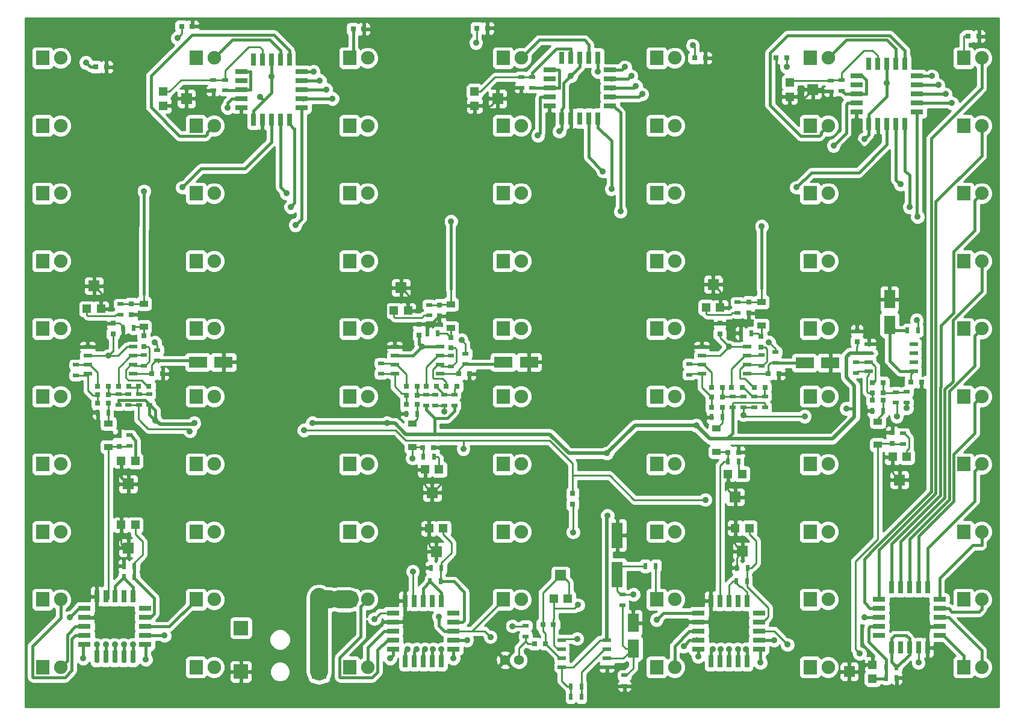
<source format=gbl>
G04 #@! TF.FileFunction,Copper,L2,Bot,Signal*
%FSLAX46Y46*%
G04 Gerber Fmt 4.6, Leading zero omitted, Abs format (unit mm)*
G04 Created by KiCad (PCBNEW 4.0.1-stable) date 14/10/2016 00:42:30*
%MOMM*%
G01*
G04 APERTURE LIST*
%ADD10C,0.020000*%
%ADD11R,0.710000X1.780000*%
%ADD12R,1.780000X0.710000*%
%ADD13R,1.900000X2.000000*%
%ADD14C,1.900000*%
%ADD15R,1.600200X2.600960*%
%ADD16R,0.500000X0.900000*%
%ADD17R,0.800000X0.750000*%
%ADD18C,1.400000*%
%ADD19C,4.064000*%
%ADD20R,0.900000X0.500000*%
%ADD21R,1.143000X0.508000*%
%ADD22R,1.600200X1.498600*%
%ADD23R,1.193800X1.193800*%
%ADD24R,0.750000X0.800000*%
%ADD25R,1.498600X1.600200*%
%ADD26R,2.000000X2.000000*%
%ADD27R,1.220000X0.910000*%
%ADD28R,2.600960X1.600200*%
%ADD29R,1.600200X3.599180*%
%ADD30C,0.889000*%
%ADD31C,0.254000*%
%ADD32C,0.381000*%
%ADD33C,0.508000*%
%ADD34C,2.540000*%
G04 APERTURE END LIST*
D10*
D11*
X274955000Y-106480000D03*
X273685000Y-106480000D03*
X272415000Y-106480000D03*
X271145000Y-106480000D03*
X269875000Y-106480000D03*
X274955000Y-97990000D03*
X273685000Y-97990000D03*
X272415000Y-97990000D03*
X271145000Y-97990000D03*
X269875000Y-97990000D03*
D12*
X268170000Y-104775000D03*
X268170000Y-103505000D03*
X268170000Y-102235000D03*
X268170000Y-100965000D03*
X268170000Y-99695000D03*
X276660000Y-104775000D03*
X276660000Y-103505000D03*
X276660000Y-102235000D03*
X276660000Y-100965000D03*
X276660000Y-99695000D03*
D13*
X240030000Y-182880000D03*
D14*
X242570000Y-182880000D03*
D13*
X240030000Y-173355000D03*
D14*
X242570000Y-173355000D03*
D12*
X245945000Y-180340000D03*
X245945000Y-179070000D03*
X245945000Y-177800000D03*
X245945000Y-176530000D03*
X245945000Y-175260000D03*
X254435000Y-180340000D03*
X254435000Y-179070000D03*
X254435000Y-177800000D03*
X254435000Y-176530000D03*
X254435000Y-175260000D03*
D11*
X247650000Y-173555000D03*
X248920000Y-173555000D03*
X250190000Y-173555000D03*
X251460000Y-173555000D03*
X252730000Y-173555000D03*
X247650000Y-182045000D03*
X248920000Y-182045000D03*
X250190000Y-182045000D03*
X251460000Y-182045000D03*
X252730000Y-182045000D03*
D15*
X236728000Y-180235860D03*
X236728000Y-176634140D03*
D12*
X202965000Y-180340000D03*
X202965000Y-179070000D03*
X202965000Y-177800000D03*
X202965000Y-176530000D03*
X202965000Y-175260000D03*
X211455000Y-180340000D03*
X211455000Y-179070000D03*
X211455000Y-177800000D03*
X211455000Y-176530000D03*
X211455000Y-175260000D03*
D11*
X204670000Y-173555000D03*
X205940000Y-173555000D03*
X207210000Y-173555000D03*
X208480000Y-173555000D03*
X209750000Y-173555000D03*
X204670000Y-182045000D03*
X205940000Y-182045000D03*
X207210000Y-182045000D03*
X208480000Y-182045000D03*
X209750000Y-182045000D03*
D12*
X159585000Y-179705000D03*
X159585000Y-178435000D03*
X159585000Y-177165000D03*
X159585000Y-175895000D03*
X159585000Y-174625000D03*
X168075000Y-179705000D03*
X168075000Y-178435000D03*
X168075000Y-177165000D03*
X168075000Y-175895000D03*
X168075000Y-174625000D03*
D11*
X161290000Y-172920000D03*
X162560000Y-172920000D03*
X163830000Y-172920000D03*
X165100000Y-172920000D03*
X166370000Y-172920000D03*
X161290000Y-181410000D03*
X162560000Y-181410000D03*
X163830000Y-181410000D03*
X165100000Y-181410000D03*
X166370000Y-181410000D03*
D12*
X279835000Y-173355000D03*
X279835000Y-174625000D03*
X279835000Y-175895000D03*
X279835000Y-177165000D03*
X279835000Y-178435000D03*
X271345000Y-173355000D03*
X271345000Y-174625000D03*
X271345000Y-175895000D03*
X271345000Y-177165000D03*
X271345000Y-178435000D03*
D11*
X278130000Y-180140000D03*
X276860000Y-180140000D03*
X275590000Y-180140000D03*
X274320000Y-180140000D03*
X273050000Y-180140000D03*
X278130000Y-171650000D03*
X276860000Y-171650000D03*
X275590000Y-171650000D03*
X274320000Y-171650000D03*
X273050000Y-171650000D03*
D13*
X283210000Y-173355000D03*
D14*
X285750000Y-173355000D03*
D16*
X252730000Y-170815000D03*
X251230000Y-170815000D03*
D17*
X275804500Y-142748000D03*
X277304500Y-142748000D03*
D13*
X218440000Y-106680000D03*
D14*
X220980000Y-106680000D03*
D17*
X173240000Y-92710000D03*
X174740000Y-92710000D03*
D11*
X188395000Y-105845000D03*
X187125000Y-105845000D03*
X185855000Y-105845000D03*
X184585000Y-105845000D03*
X183315000Y-105845000D03*
X188395000Y-97355000D03*
X187125000Y-97355000D03*
X185855000Y-97355000D03*
X184585000Y-97355000D03*
X183315000Y-97355000D03*
D12*
X181610000Y-104140000D03*
X181610000Y-102870000D03*
X181610000Y-101600000D03*
X181610000Y-100330000D03*
X181610000Y-99060000D03*
X190100000Y-104140000D03*
X190100000Y-102870000D03*
X190100000Y-101600000D03*
X190100000Y-100330000D03*
X190100000Y-99060000D03*
D11*
X231775000Y-105645000D03*
X230505000Y-105645000D03*
X229235000Y-105645000D03*
X227965000Y-105645000D03*
X226695000Y-105645000D03*
X231775000Y-97155000D03*
X230505000Y-97155000D03*
X229235000Y-97155000D03*
X227965000Y-97155000D03*
X226695000Y-97155000D03*
D12*
X224990000Y-103940000D03*
X224990000Y-102670000D03*
X224990000Y-101400000D03*
X224990000Y-100130000D03*
X224990000Y-98860000D03*
X233480000Y-103940000D03*
X233480000Y-102670000D03*
X233480000Y-101400000D03*
X233480000Y-100130000D03*
X233480000Y-98860000D03*
D13*
X261620000Y-106680000D03*
D14*
X264160000Y-106680000D03*
D13*
X283210000Y-116205000D03*
D14*
X285750000Y-116205000D03*
D18*
X218760000Y-181880000D03*
X220660000Y-181880000D03*
D19*
X161925000Y-93980000D03*
D20*
X165735000Y-144474500D03*
X165735000Y-145974500D03*
X201295000Y-140105000D03*
X201295000Y-141605000D03*
X207645000Y-144538000D03*
X207645000Y-146038000D03*
D21*
X276225000Y-141224000D03*
X276225000Y-139954000D03*
X276225000Y-138684000D03*
X276225000Y-137414000D03*
X269875000Y-137414000D03*
X269875000Y-138684000D03*
X269875000Y-139954000D03*
X269875000Y-141224000D03*
X252730000Y-141605000D03*
X252730000Y-140335000D03*
X252730000Y-139065000D03*
X252730000Y-137795000D03*
X246380000Y-137795000D03*
X246380000Y-139065000D03*
X246380000Y-140335000D03*
X246380000Y-141605000D03*
X209550000Y-141605000D03*
X209550000Y-140335000D03*
X209550000Y-139065000D03*
X209550000Y-137795000D03*
X203200000Y-137795000D03*
X203200000Y-139065000D03*
X203200000Y-140335000D03*
X203200000Y-141605000D03*
X226695000Y-179070000D03*
X226695000Y-180340000D03*
X226695000Y-181610000D03*
X226695000Y-182880000D03*
X233045000Y-182880000D03*
X233045000Y-181610000D03*
X233045000Y-180340000D03*
X233045000Y-179070000D03*
D22*
X274218400Y-156540200D03*
D23*
X273227800Y-153289000D03*
X275209000Y-153289000D03*
D22*
X247992900Y-129019300D03*
D23*
X248983500Y-132270500D03*
X247002300Y-132270500D03*
D22*
X251079000Y-158940500D03*
D23*
X250088400Y-155689300D03*
X252069600Y-155689300D03*
D22*
X204089000Y-129476500D03*
D23*
X205079600Y-132727700D03*
X203098400Y-132727700D03*
D22*
X208470500Y-158305500D03*
D23*
X207479900Y-155054300D03*
X209461100Y-155054300D03*
D22*
X160909000Y-129222500D03*
D23*
X161899600Y-132473700D03*
X159918400Y-132473700D03*
D22*
X165735000Y-157099000D03*
D23*
X164744400Y-153847800D03*
X166725600Y-153847800D03*
D22*
X226542600Y-169976800D03*
D23*
X227533200Y-173228000D03*
X225552000Y-173228000D03*
D20*
X266065000Y-100266500D03*
X266065000Y-101766500D03*
D16*
X273800000Y-184404000D03*
X272300000Y-184404000D03*
D20*
X264541000Y-101830000D03*
X264541000Y-100330000D03*
D16*
X251345000Y-168910000D03*
X252845000Y-168910000D03*
D20*
X222504000Y-99846000D03*
X222504000Y-101346000D03*
D16*
X209665000Y-170815000D03*
X208165000Y-170815000D03*
D20*
X179324000Y-100227000D03*
X179324000Y-101727000D03*
D16*
X166612000Y-170180000D03*
X165112000Y-170180000D03*
D20*
X220980000Y-101346000D03*
X220980000Y-99846000D03*
D16*
X208280000Y-168910000D03*
X209780000Y-168910000D03*
D20*
X177673000Y-101727000D03*
X177673000Y-100227000D03*
D16*
X165112000Y-168656000D03*
X166612000Y-168656000D03*
D20*
X274701000Y-151487000D03*
X274701000Y-149987000D03*
X251396500Y-131520500D03*
X251396500Y-133020500D03*
D16*
X250075000Y-153924000D03*
X251575000Y-153924000D03*
X271907000Y-146812000D03*
X270407000Y-146812000D03*
X253353000Y-135890000D03*
X251853000Y-135890000D03*
X249289000Y-147701000D03*
X247789000Y-147701000D03*
D20*
X268097000Y-139954000D03*
X268097000Y-141454000D03*
X254762000Y-138962000D03*
X254762000Y-140462000D03*
X244602000Y-140232000D03*
X244602000Y-141732000D03*
X275209000Y-144157000D03*
X275209000Y-145657000D03*
X255270000Y-144780000D03*
X255270000Y-146280000D03*
X250698000Y-144804000D03*
X250698000Y-146304000D03*
X273685000Y-144169000D03*
X273685000Y-145669000D03*
X253746000Y-144804000D03*
X253746000Y-146304000D03*
X252222000Y-144780000D03*
X252222000Y-146280000D03*
X208026000Y-131901500D03*
X208026000Y-133401500D03*
D16*
X207212500Y-153289000D03*
X208712500Y-153289000D03*
D20*
X164592000Y-131774500D03*
X164592000Y-133274500D03*
X165862000Y-151753000D03*
X165862000Y-150253000D03*
D16*
X209284000Y-135890000D03*
X207784000Y-135890000D03*
X206337600Y-147218400D03*
X204837600Y-147218400D03*
X166485000Y-135128000D03*
X164985000Y-135128000D03*
X162929000Y-147066000D03*
X161429000Y-147066000D03*
D20*
X211074000Y-139025500D03*
X211074000Y-140525500D03*
X164338000Y-144474500D03*
X164338000Y-145974500D03*
X210210400Y-144550000D03*
X210210400Y-146050000D03*
X167259000Y-144474500D03*
X167259000Y-145974500D03*
X235521500Y-184035000D03*
X235521500Y-185535000D03*
X235204000Y-172668500D03*
X235204000Y-174168500D03*
X221615000Y-177050000D03*
X221615000Y-178550000D03*
D13*
X283210000Y-97155000D03*
D14*
X285750000Y-97155000D03*
D13*
X283210000Y-106680000D03*
D14*
X285750000Y-106680000D03*
D13*
X283210000Y-125730000D03*
D14*
X285750000Y-125730000D03*
D13*
X283210000Y-135255000D03*
D14*
X285750000Y-135255000D03*
D13*
X283210000Y-144780000D03*
D14*
X285750000Y-144780000D03*
D13*
X283210000Y-154305000D03*
D14*
X285750000Y-154305000D03*
D13*
X283210000Y-163830000D03*
D14*
X285750000Y-163830000D03*
D13*
X283210000Y-182880000D03*
D14*
X285750000Y-182880000D03*
D13*
X261620000Y-97155000D03*
D14*
X264160000Y-97155000D03*
D13*
X261620000Y-116205000D03*
D14*
X264160000Y-116205000D03*
D13*
X261620000Y-125730000D03*
D14*
X264160000Y-125730000D03*
D13*
X261620000Y-135255000D03*
D14*
X264160000Y-135255000D03*
D13*
X261620000Y-144780000D03*
D14*
X264160000Y-144780000D03*
D13*
X261620000Y-154305000D03*
D14*
X264160000Y-154305000D03*
D13*
X261620000Y-163830000D03*
D14*
X264160000Y-163830000D03*
D13*
X261620000Y-173355000D03*
D14*
X264160000Y-173355000D03*
D13*
X261620000Y-182880000D03*
D14*
X264160000Y-182880000D03*
D13*
X240030000Y-97155000D03*
D14*
X242570000Y-97155000D03*
D13*
X240030000Y-106680000D03*
D14*
X242570000Y-106680000D03*
D13*
X240030000Y-116205000D03*
D14*
X242570000Y-116205000D03*
D13*
X240030000Y-125730000D03*
D14*
X242570000Y-125730000D03*
D13*
X240030000Y-135255000D03*
D14*
X242570000Y-135255000D03*
D13*
X240030000Y-144780000D03*
D14*
X242570000Y-144780000D03*
D13*
X240030000Y-154305000D03*
D14*
X242570000Y-154305000D03*
D13*
X240030000Y-163830000D03*
D14*
X242570000Y-163830000D03*
D13*
X218440000Y-97155000D03*
D14*
X220980000Y-97155000D03*
D13*
X218440000Y-116205000D03*
D14*
X220980000Y-116205000D03*
D13*
X218440000Y-125730000D03*
D14*
X220980000Y-125730000D03*
D13*
X218440000Y-135255000D03*
D14*
X220980000Y-135255000D03*
D13*
X218440000Y-144780000D03*
D14*
X220980000Y-144780000D03*
D13*
X218440000Y-154305000D03*
D14*
X220980000Y-154305000D03*
D13*
X218440000Y-163830000D03*
D14*
X220980000Y-163830000D03*
D13*
X218440000Y-173355000D03*
D14*
X220980000Y-173355000D03*
D13*
X196850000Y-97155000D03*
D14*
X199390000Y-97155000D03*
D13*
X196850000Y-106680000D03*
D14*
X199390000Y-106680000D03*
D13*
X196850000Y-116205000D03*
D14*
X199390000Y-116205000D03*
D13*
X196850000Y-135255000D03*
D14*
X199390000Y-135255000D03*
D13*
X196850000Y-144780000D03*
D14*
X199390000Y-144780000D03*
D13*
X196850000Y-154305000D03*
D14*
X199390000Y-154305000D03*
D13*
X196850000Y-163830000D03*
D14*
X199390000Y-163830000D03*
D13*
X196850000Y-173355000D03*
D14*
X199390000Y-173355000D03*
D13*
X196850000Y-182880000D03*
D14*
X199390000Y-182880000D03*
D13*
X175260000Y-97155000D03*
D14*
X177800000Y-97155000D03*
D13*
X175260000Y-106680000D03*
D14*
X177800000Y-106680000D03*
D13*
X175260000Y-116205000D03*
D14*
X177800000Y-116205000D03*
D13*
X175260000Y-125730000D03*
D14*
X177800000Y-125730000D03*
D13*
X175260000Y-135255000D03*
D14*
X177800000Y-135255000D03*
D13*
X175260000Y-144780000D03*
D14*
X177800000Y-144780000D03*
D13*
X175260000Y-154305000D03*
D14*
X177800000Y-154305000D03*
D13*
X175260000Y-163830000D03*
D14*
X177800000Y-163830000D03*
D13*
X175260000Y-173355000D03*
D14*
X177800000Y-173355000D03*
D13*
X175260000Y-182880000D03*
D14*
X177800000Y-182880000D03*
D13*
X153670000Y-97155000D03*
D14*
X156210000Y-97155000D03*
D13*
X153670000Y-106680000D03*
D14*
X156210000Y-106680000D03*
D13*
X153670000Y-116205000D03*
D14*
X156210000Y-116205000D03*
D13*
X153670000Y-125730000D03*
D14*
X156210000Y-125730000D03*
D13*
X153670000Y-135255000D03*
D14*
X156210000Y-135255000D03*
D13*
X153670000Y-144780000D03*
D14*
X156210000Y-144780000D03*
D13*
X153670000Y-154305000D03*
D14*
X156210000Y-154305000D03*
D13*
X153670000Y-163830000D03*
D14*
X156210000Y-163830000D03*
D13*
X153670000Y-173355000D03*
D14*
X156210000Y-173355000D03*
D24*
X273177000Y-151372000D03*
X273177000Y-149872000D03*
X252984000Y-131532500D03*
X252984000Y-133032500D03*
D17*
X270407000Y-145288000D03*
X271907000Y-145288000D03*
D24*
X254698500Y-137834500D03*
X254698500Y-136334500D03*
D17*
X247789000Y-146304000D03*
X249289000Y-146304000D03*
X271895000Y-142875000D03*
X270395000Y-142875000D03*
X271907000Y-144272000D03*
X270407000Y-144272000D03*
X255270000Y-143510000D03*
X253770000Y-143510000D03*
X249289000Y-143510000D03*
X247789000Y-143510000D03*
X249289000Y-144907000D03*
X247789000Y-144907000D03*
D24*
X209486500Y-131953000D03*
X209486500Y-133453000D03*
X164465000Y-150316500D03*
X164465000Y-151816500D03*
X211074000Y-137973500D03*
X211074000Y-136473500D03*
D17*
X204863000Y-145923000D03*
X206363000Y-145923000D03*
D24*
X167894000Y-137783000D03*
X167894000Y-136283000D03*
D17*
X161429000Y-145732500D03*
X162929000Y-145732500D03*
X211939000Y-143383000D03*
X210439000Y-143383000D03*
X206363000Y-143383000D03*
X204863000Y-143383000D03*
X165850000Y-143383000D03*
X164350000Y-143383000D03*
X162929000Y-143383000D03*
X161429000Y-143383000D03*
X162917000Y-144526000D03*
X161417000Y-144526000D03*
D24*
X228219000Y-159944500D03*
X228219000Y-158444500D03*
D17*
X224040000Y-176911000D03*
X225540000Y-176911000D03*
X222897000Y-179578000D03*
X224397000Y-179578000D03*
D24*
X268224000Y-137084500D03*
X268224000Y-135584500D03*
X206629000Y-136132000D03*
X206629000Y-134632000D03*
X163576000Y-134505000D03*
X163576000Y-136005000D03*
D17*
X212217000Y-141605000D03*
X213717000Y-141605000D03*
X169061000Y-141605000D03*
X170561000Y-141605000D03*
D21*
X166370000Y-141605000D03*
X166370000Y-140335000D03*
X166370000Y-139065000D03*
X166370000Y-137795000D03*
X160020000Y-137795000D03*
X160020000Y-139065000D03*
X160020000Y-140335000D03*
X160020000Y-141605000D03*
D17*
X209105500Y-143383000D03*
X207605500Y-143383000D03*
X206363000Y-144653000D03*
X204863000Y-144653000D03*
D20*
X158369000Y-140347000D03*
X158369000Y-141847000D03*
X167894000Y-138938000D03*
X167894000Y-140438000D03*
D17*
X167144000Y-143383000D03*
X168644000Y-143383000D03*
D24*
X166179500Y-131774500D03*
X166179500Y-133274500D03*
D20*
X168656000Y-144474500D03*
X168656000Y-145974500D03*
X208915000Y-144538000D03*
X208915000Y-146038000D03*
D17*
X207149000Y-151955500D03*
X208649000Y-151955500D03*
D20*
X211582000Y-144538000D03*
X211582000Y-146038000D03*
D17*
X252095000Y-143510000D03*
X250595000Y-143510000D03*
D24*
X248920000Y-136005000D03*
X248920000Y-134505000D03*
D17*
X250075000Y-152654000D03*
X251575000Y-152654000D03*
D19*
X277495000Y-93980000D03*
X161925000Y-186055000D03*
D13*
X153670000Y-182880000D03*
D14*
X156210000Y-182880000D03*
D19*
X277495000Y-186055000D03*
D17*
X161175000Y-98425000D03*
X162675000Y-98425000D03*
X214757000Y-92964000D03*
X216257000Y-92964000D03*
X245388000Y-97155000D03*
X246888000Y-97155000D03*
X258318000Y-97155000D03*
X256818000Y-97155000D03*
X283869000Y-94107000D03*
X285369000Y-94107000D03*
X197358000Y-93091000D03*
X198858000Y-93091000D03*
D22*
X165735000Y-166116000D03*
D23*
X164744400Y-162864800D03*
X166725600Y-162864800D03*
D25*
X173926500Y-102870000D03*
D23*
X170675300Y-103860600D03*
X170675300Y-101879400D03*
D22*
X209042000Y-166624000D03*
D23*
X208051400Y-163372800D03*
X210032600Y-163372800D03*
D25*
X217678000Y-102870000D03*
D23*
X214426800Y-103860600D03*
X214426800Y-101879400D03*
D22*
X252095000Y-166560500D03*
D23*
X251104400Y-163309300D03*
X253085600Y-163309300D03*
D25*
X262001000Y-101600000D03*
D23*
X258749800Y-102590600D03*
X258749800Y-100609400D03*
D25*
X267144500Y-183515000D03*
D23*
X270395700Y-182524400D03*
X270395700Y-184505600D03*
D26*
X192571000Y-183508000D03*
X192571000Y-177358000D03*
X181571000Y-183508000D03*
X181571000Y-177358000D03*
D16*
X238442500Y-168656000D03*
X239942500Y-168656000D03*
X227977000Y-185610500D03*
X229477000Y-185610500D03*
X227977000Y-187071000D03*
X229477000Y-187071000D03*
D17*
X255738500Y-141605000D03*
X257238500Y-141605000D03*
D20*
X169799000Y-139751500D03*
X169799000Y-138251500D03*
X213169500Y-140259500D03*
X213169500Y-138759500D03*
X256730500Y-140057000D03*
X256730500Y-138557000D03*
D16*
X275296500Y-135509000D03*
X276796500Y-135509000D03*
D27*
X162941000Y-151876000D03*
X162941000Y-148606000D03*
X167894000Y-131731000D03*
X167894000Y-135001000D03*
X205676500Y-151876000D03*
X205676500Y-148606000D03*
X211074000Y-131842000D03*
X211074000Y-135112000D03*
X248475500Y-152574500D03*
X248475500Y-149304500D03*
X254762000Y-131508500D03*
X254762000Y-134778500D03*
X271145000Y-151606000D03*
X271145000Y-148336000D03*
D28*
X175514000Y-139954000D03*
X179115720Y-139954000D03*
D29*
X234505500Y-169819320D03*
X234505500Y-164317680D03*
D28*
X218480640Y-139954000D03*
X222082360Y-139954000D03*
X260858000Y-140081000D03*
X264459720Y-140081000D03*
D15*
X272796000Y-134683500D03*
X272796000Y-131081780D03*
D16*
X272300000Y-182880000D03*
X273800000Y-182880000D03*
D13*
X196850000Y-125730000D03*
D14*
X199390000Y-125730000D03*
D30*
X190449200Y-149555200D03*
X174406961Y-149669500D03*
X260858000Y-147574000D03*
X212852000Y-152146000D03*
X273812000Y-147574000D03*
X252222000Y-147383500D03*
X246888000Y-159321500D03*
X210185000Y-146939000D03*
X179705000Y-104140000D03*
X167957500Y-115887500D03*
X205740000Y-169418000D03*
X205676500Y-153479500D03*
X223338191Y-108077799D03*
X211137500Y-120142000D03*
X264922000Y-109474000D03*
X254825500Y-120840500D03*
X268605000Y-180975000D03*
X276860000Y-182245000D03*
X191643000Y-148526490D03*
X266700000Y-146494500D03*
X275209000Y-146431000D03*
X202120510Y-148526490D03*
X175006000Y-148526490D03*
X233045000Y-152781000D03*
X233108500Y-161544000D03*
X169545000Y-148209000D03*
X250190000Y-137795000D03*
X245618000Y-148844000D03*
X207010000Y-137795000D03*
X162941000Y-139065000D03*
X226364800Y-107492800D03*
X184277000Y-102616000D03*
X195326000Y-173355000D03*
X194056000Y-173355000D03*
X192571000Y-173013000D03*
X192571000Y-174371000D03*
X192571000Y-175577500D03*
X192571000Y-179578000D03*
X192571000Y-181038500D03*
X272415000Y-100711000D03*
X240030000Y-176212500D03*
X209423000Y-175768000D03*
X157480000Y-175895000D03*
X269240000Y-175895000D03*
X185855000Y-99758500D03*
X216662000Y-178625500D03*
X200342500Y-176085500D03*
X172656500Y-94361000D03*
X276606000Y-134048500D03*
X255841500Y-137160000D03*
X212598000Y-136842500D03*
X169481500Y-137160000D03*
X159766000Y-97790000D03*
X153670000Y-135255000D03*
X227965000Y-99696000D03*
X269240000Y-108585000D03*
X258445000Y-179705000D03*
X258318000Y-98425000D03*
X245110000Y-95377000D03*
X214630000Y-94996000D03*
X228282500Y-163893500D03*
X228981000Y-174117000D03*
X159385000Y-181610000D03*
X161290000Y-179705000D03*
X162560000Y-179705000D03*
X163830000Y-179705000D03*
X165100000Y-179705000D03*
X166370000Y-179705000D03*
X168198800Y-181813200D03*
X170815000Y-178435000D03*
X173355038Y-115359860D03*
X187960000Y-116205000D03*
X188595000Y-118110000D03*
X189230000Y-120650000D03*
X194437030Y-102870000D03*
X193548020Y-101600000D03*
X192659010Y-100330000D03*
X191770000Y-99060000D03*
X202565000Y-181610000D03*
X205056346Y-180334635D03*
X206320990Y-180342654D03*
X207463988Y-180339438D03*
X208606989Y-180340225D03*
X209801694Y-180372727D03*
X211455000Y-181610000D03*
X213360000Y-179070000D03*
X232480682Y-113100682D03*
X233680000Y-115570000D03*
X234950000Y-118745000D03*
X237998030Y-102235000D03*
X237109020Y-101107396D03*
X236474010Y-99695000D03*
X235585000Y-98425000D03*
X231775000Y-99060000D03*
X243840000Y-179959000D03*
X245872000Y-181356000D03*
X247904000Y-180340000D03*
X249047003Y-180340000D03*
X250190006Y-180340000D03*
X251460000Y-180340000D03*
X252603003Y-180340000D03*
X254635000Y-182245000D03*
X256540000Y-179070000D03*
X259715040Y-115359858D03*
X274320000Y-114935000D03*
X275590000Y-118110000D03*
X276734856Y-119505144D03*
X281559010Y-103505000D03*
X280670000Y-102235000D03*
X279654010Y-100965000D03*
X278765000Y-99695000D03*
X219773500Y-177101500D03*
X228854000Y-178879500D03*
X236791500Y-172656500D03*
D31*
X192150994Y-149550401D02*
X190453999Y-149550401D01*
X190453999Y-149550401D02*
X190449200Y-149555200D01*
X273812000Y-147574000D02*
X273812000Y-145796000D01*
X273812000Y-145796000D02*
X273685000Y-145669000D01*
X246888000Y-159321500D02*
X236855000Y-159321500D01*
X236855000Y-159321500D02*
X233426000Y-155892500D01*
X233426000Y-155892500D02*
X228219000Y-155892500D01*
X228219000Y-155892500D02*
X228219000Y-154218604D01*
X228219000Y-158444500D02*
X228219000Y-155892500D01*
X228219000Y-154218604D02*
X225003396Y-151003000D01*
X225003396Y-151003000D02*
X223583500Y-151003000D01*
X205105000Y-151003000D02*
X204851000Y-151003000D01*
X203271401Y-149550401D02*
X203345797Y-149550401D01*
X203345797Y-149550401D02*
X204798396Y-151003000D01*
X204798396Y-151003000D02*
X204851000Y-151003000D01*
X192150994Y-149550401D02*
X203271401Y-149550401D01*
X168529000Y-149352000D02*
X174089461Y-149352000D01*
X174089461Y-149352000D02*
X174406961Y-149669500D01*
X252222000Y-146280000D02*
X253722000Y-146280000D01*
X253722000Y-146280000D02*
X253746000Y-146304000D01*
X252222000Y-147383500D02*
X252222000Y-146280000D01*
X224790000Y-151003000D02*
X223583500Y-151003000D01*
X223583500Y-151003000D02*
X212979000Y-151003000D01*
X260858000Y-147574000D02*
X252412500Y-147574000D01*
X252412500Y-147574000D02*
X252222000Y-147383500D01*
X212979000Y-151003000D02*
X205105000Y-151003000D01*
X204798396Y-151003000D02*
X205105000Y-151003000D01*
X212852000Y-152146000D02*
X212852000Y-151130000D01*
X212852000Y-151130000D02*
X212979000Y-151003000D01*
X168402000Y-149225000D02*
X167513000Y-148336000D01*
X167513000Y-148336000D02*
X167132000Y-147955000D01*
X168529000Y-149352000D02*
X167513000Y-148336000D01*
X252222000Y-147383500D02*
X252222000Y-147637500D01*
X167132000Y-147955000D02*
X167132000Y-145974500D01*
X252246000Y-146304000D02*
X252222000Y-146280000D01*
X210185000Y-146939000D02*
X210185000Y-146075400D01*
X210185000Y-146075400D02*
X210210400Y-146050000D01*
X165735000Y-145974500D02*
X167005000Y-145974500D01*
X208915000Y-146050000D02*
X210198400Y-146050000D01*
X164465000Y-151816500D02*
X165798500Y-151816500D01*
X165798500Y-151816500D02*
X165862000Y-151753000D01*
X162941000Y-173174000D02*
X162560000Y-173555000D01*
X164477000Y-151904000D02*
X164465000Y-151892000D01*
X164433000Y-151860000D02*
X164465000Y-151892000D01*
X162941000Y-151860000D02*
X162941000Y-173174000D01*
X162941000Y-151860000D02*
X164433000Y-151860000D01*
D32*
X179705000Y-104140000D02*
X179705000Y-103504000D01*
X179705000Y-103504000D02*
X180339000Y-102870000D01*
X180339000Y-102870000D02*
X181610000Y-102870000D01*
X167894000Y-121158000D02*
X167957500Y-121094500D01*
X167957500Y-121094500D02*
X167957500Y-115887500D01*
X167894000Y-130445000D02*
X167894000Y-121158000D01*
D31*
X164719000Y-131774500D02*
X166179500Y-131774500D01*
X166179500Y-131774500D02*
X167850500Y-131774500D01*
X181075000Y-102870000D02*
X181610000Y-102870000D01*
X167890000Y-130441000D02*
X167894000Y-130445000D01*
X167850500Y-131774500D02*
X167894000Y-131731000D01*
X167894000Y-131731000D02*
X167894000Y-130445000D01*
X205740000Y-169418000D02*
X205740000Y-173355000D01*
X205740000Y-173355000D02*
X205940000Y-173555000D01*
X205676500Y-151876000D02*
X205676500Y-153479500D01*
X207212500Y-151892000D02*
X207212500Y-153277000D01*
X207212500Y-153277000D02*
X207200500Y-153289000D01*
X207196500Y-151876000D02*
X207212500Y-151892000D01*
X205676500Y-151876000D02*
X205787500Y-151876000D01*
X205676500Y-151876000D02*
X207196500Y-151876000D01*
D32*
X223655499Y-106324400D02*
X223655499Y-105791000D01*
X223338191Y-108055609D02*
X223655499Y-107738301D01*
X223655499Y-107738301D02*
X223655499Y-106324400D01*
X223338191Y-108077799D02*
X223338191Y-108055609D01*
X223655499Y-106862909D02*
X223655499Y-105791000D01*
X223655499Y-105791000D02*
X223655499Y-102733501D01*
X223655499Y-102733501D02*
X223719000Y-102670000D01*
X223719000Y-102670000D02*
X224990000Y-102670000D01*
X211074000Y-129667000D02*
X211074000Y-120205500D01*
X211074000Y-120205500D02*
X211137500Y-120142000D01*
D31*
X211074000Y-131842000D02*
X209597500Y-131842000D01*
X209597500Y-131842000D02*
X209486500Y-131953000D01*
X224455000Y-102670000D02*
X224990000Y-102670000D01*
X209486500Y-131953000D02*
X208077500Y-131953000D01*
X208077500Y-131953000D02*
X208026000Y-131901500D01*
X211074000Y-129794000D02*
X211074000Y-129667000D01*
X211074000Y-131842000D02*
X211074000Y-129667000D01*
X248920000Y-173555000D02*
X248920000Y-154575000D01*
X248920000Y-154575000D02*
X249571000Y-153924000D01*
X249571000Y-153924000D02*
X250075000Y-153924000D01*
X250075000Y-152654000D02*
X250075000Y-153924000D01*
X249995500Y-152574500D02*
X250075000Y-152654000D01*
X248475500Y-152574500D02*
X249995500Y-152574500D01*
D32*
X266700000Y-103704000D02*
X266700000Y-107696000D01*
X266700000Y-107696000D02*
X264922000Y-109474000D01*
X268170000Y-103505000D02*
X266899000Y-103505000D01*
X266899000Y-103505000D02*
X266700000Y-103704000D01*
X254762000Y-129540000D02*
X254762000Y-120904000D01*
X254762000Y-120904000D02*
X254825500Y-120840500D01*
D31*
X251396500Y-131520500D02*
X252972000Y-131520500D01*
X252972000Y-131520500D02*
X252984000Y-131532500D01*
X252984000Y-131532500D02*
X254738000Y-131532500D01*
X254762000Y-129540000D02*
X254762000Y-131508500D01*
X254738000Y-131532500D02*
X254762000Y-131508500D01*
X271145000Y-151606000D02*
X271145000Y-164846000D01*
X271145000Y-164846000D02*
X267970000Y-168021000D01*
X267970000Y-168021000D02*
X267970000Y-180340000D01*
X267970000Y-180340000D02*
X268605000Y-180975000D01*
X273177000Y-151372000D02*
X271379000Y-151372000D01*
X271379000Y-151372000D02*
X271145000Y-151606000D01*
X276860000Y-182245000D02*
X276860000Y-180140000D01*
X274701000Y-151487000D02*
X273292000Y-151487000D01*
X273292000Y-151487000D02*
X273177000Y-151372000D01*
X273062000Y-151257000D02*
X273177000Y-151372000D01*
X248920000Y-136525000D02*
X248920000Y-136005000D01*
D32*
X207010000Y-137795000D02*
X209550000Y-137795000D01*
X206629000Y-136132000D02*
X206629000Y-137414000D01*
X206629000Y-137414000D02*
X207010000Y-137795000D01*
X203200000Y-139065000D02*
X205740000Y-139065000D01*
X205740000Y-139065000D02*
X207010000Y-137795000D01*
X164338000Y-145974500D02*
X164338000Y-145343500D01*
X164338000Y-145343500D02*
X164401501Y-145279999D01*
X164401501Y-145279999D02*
X168064601Y-145279999D01*
X168064601Y-145279999D02*
X169545000Y-146760398D01*
X169545000Y-146760398D02*
X169545000Y-147580383D01*
X169545000Y-147580383D02*
X169545000Y-148209000D01*
X168656000Y-145974500D02*
X168656000Y-147320000D01*
X168656000Y-147320000D02*
X169545000Y-148209000D01*
D33*
X267843000Y-143256000D02*
X267843000Y-146494500D01*
X267843000Y-146494500D02*
X267843000Y-147701000D01*
D32*
X266700000Y-146494500D02*
X267843000Y-146494500D01*
X275209000Y-145657000D02*
X275209000Y-146431000D01*
D33*
X267843000Y-147701000D02*
X266509500Y-149034500D01*
X266509500Y-149034500D02*
X264795000Y-150749000D01*
D32*
X266516501Y-149027499D02*
X266509500Y-149034500D01*
D33*
X247523000Y-150749000D02*
X249872500Y-150749000D01*
D32*
X250698000Y-149923500D02*
X249872500Y-150749000D01*
D33*
X249872500Y-150749000D02*
X262890000Y-150749000D01*
D32*
X250698000Y-146304000D02*
X250698000Y-149923500D01*
D33*
X204807424Y-150113990D02*
X208470500Y-150113990D01*
X208470500Y-150113990D02*
X225012424Y-150113990D01*
D32*
X208804001Y-147828001D02*
X208804001Y-150097999D01*
X208804001Y-150097999D02*
X208788010Y-150113990D01*
X208788010Y-150113990D02*
X208470500Y-150113990D01*
X207645000Y-146038000D02*
X207645000Y-146669000D01*
X207645000Y-146669000D02*
X208804001Y-147828001D01*
X208804001Y-147828001D02*
X210611721Y-147828001D01*
X211582000Y-146857722D02*
X211582000Y-146669000D01*
X210611721Y-147828001D02*
X211582000Y-146857722D01*
X211582000Y-146669000D02*
X211582000Y-146038000D01*
D33*
X202120510Y-148526490D02*
X203219924Y-148526490D01*
X203219924Y-148526490D02*
X204807424Y-150113990D01*
X225012424Y-150113990D02*
X227679434Y-152781000D01*
X227679434Y-152781000D02*
X233045000Y-152781000D01*
X191643000Y-148526490D02*
X202120510Y-148526490D01*
X170180000Y-148716990D02*
X174815500Y-148716990D01*
X174815500Y-148716990D02*
X175006000Y-148526490D01*
X233045000Y-179070000D02*
X233045000Y-161607500D01*
X233045000Y-161607500D02*
X233108500Y-161544000D01*
X267208000Y-138684000D02*
X268160500Y-138684000D01*
X268160500Y-138684000D02*
X269240000Y-138684000D01*
D31*
X268224000Y-137084500D02*
X268224000Y-137738500D01*
X268224000Y-137738500D02*
X268160500Y-137802000D01*
X268160500Y-137802000D02*
X268160500Y-138684000D01*
X227977000Y-187071000D02*
X227977000Y-185610500D01*
X226695000Y-182880000D02*
X228267566Y-182880000D01*
X228267566Y-182880000D02*
X232077566Y-179070000D01*
X232077566Y-179070000D02*
X232219500Y-179070000D01*
X232219500Y-179070000D02*
X233045000Y-179070000D01*
X227977000Y-185610500D02*
X227473000Y-185610500D01*
X227473000Y-185610500D02*
X226695000Y-184832500D01*
X226695000Y-184832500D02*
X226695000Y-183388000D01*
X226695000Y-183388000D02*
X226695000Y-182880000D01*
D33*
X264795000Y-150749000D02*
X262890000Y-150749000D01*
X266700000Y-142113000D02*
X267843000Y-143256000D01*
X266700000Y-141859000D02*
X266700000Y-139192000D01*
X266700000Y-141859000D02*
X266700000Y-142113000D01*
X245618000Y-148844000D02*
X247523000Y-150749000D01*
X266700000Y-139192000D02*
X267208000Y-138684000D01*
X269240000Y-138684000D02*
X269875000Y-138684000D01*
X169926010Y-148463000D02*
X169799000Y-148463000D01*
D31*
X169799000Y-148463000D02*
X169545000Y-148209000D01*
X269875000Y-138684000D02*
X270535000Y-138684000D01*
D33*
X170180000Y-148716990D02*
X169926010Y-148463000D01*
X233045000Y-152781000D02*
X236982000Y-148844000D01*
X238760000Y-148844000D02*
X245618000Y-148844000D01*
X236982000Y-148844000D02*
X238760000Y-148844000D01*
D31*
X163576000Y-136259000D02*
X163576000Y-138430000D01*
X163576000Y-138430000D02*
X162941000Y-139065000D01*
X164274500Y-139065000D02*
X162941000Y-139065000D01*
X163552000Y-138454000D02*
X162941000Y-139065000D01*
X162941000Y-139065000D02*
X160845500Y-139065000D01*
X248920000Y-136525000D02*
X250190000Y-137795000D01*
X248920000Y-139065000D02*
X250190000Y-137795000D01*
X250190000Y-137795000D02*
X252730000Y-137795000D01*
X246380000Y-139065000D02*
X248920000Y-139065000D01*
X166370000Y-137795000D02*
X165544500Y-137795000D01*
X165544500Y-137795000D02*
X164274500Y-139065000D01*
X160845500Y-139065000D02*
X160020000Y-139065000D01*
X160337500Y-139065000D02*
X160020000Y-139065000D01*
X226695000Y-182880000D02*
X226377500Y-182880000D01*
X275409000Y-145657000D02*
X275209000Y-145657000D01*
X255270000Y-146280000D02*
X255270000Y-145776000D01*
X255270000Y-145776000D02*
X255142999Y-145648999D01*
X255142999Y-145648999D02*
X250849001Y-145648999D01*
X250849001Y-145648999D02*
X250698000Y-145800000D01*
X250698000Y-145800000D02*
X250698000Y-146304000D01*
D32*
X268605000Y-183515000D02*
X268605000Y-183337200D01*
X268605000Y-183337200D02*
X269417800Y-182524400D01*
X269417800Y-182524400D02*
X270395700Y-182524400D01*
X267144500Y-183515000D02*
X268605000Y-183515000D01*
X247650000Y-173555000D02*
X246914000Y-173555000D01*
X246914000Y-173555000D02*
X237676680Y-164317680D01*
X237676680Y-164317680D02*
X235686600Y-164317680D01*
X235686600Y-164317680D02*
X234505500Y-164317680D01*
X245945000Y-176530000D02*
X247216000Y-176530000D01*
X247216000Y-176530000D02*
X247650000Y-176096000D01*
X247650000Y-176096000D02*
X247650000Y-174826000D01*
X247650000Y-174826000D02*
X247650000Y-173555000D01*
X159585000Y-175895000D02*
X160856000Y-175895000D01*
X160856000Y-175895000D02*
X161290000Y-175461000D01*
X161290000Y-175461000D02*
X161290000Y-174191000D01*
X161290000Y-174191000D02*
X161290000Y-172920000D01*
X279835000Y-177165000D02*
X278564000Y-177165000D01*
X278564000Y-177165000D02*
X278130000Y-177599000D01*
X278130000Y-177599000D02*
X278130000Y-178869000D01*
X278130000Y-178869000D02*
X278130000Y-180140000D01*
X201866500Y-134048500D02*
X201866500Y-130517900D01*
X201866500Y-130517900D02*
X202907900Y-129476500D01*
X202907900Y-129476500D02*
X204089000Y-129476500D01*
X202414000Y-134048500D02*
X201866500Y-134048500D01*
X202997500Y-134632000D02*
X202414000Y-134048500D01*
X206629000Y-134632000D02*
X202997500Y-134632000D01*
X207784000Y-135890000D02*
X207784000Y-135155500D01*
X207784000Y-135155500D02*
X209486500Y-133453000D01*
D31*
X161290000Y-175360000D02*
X161290000Y-174699000D01*
X161290000Y-174699000D02*
X161290000Y-173555000D01*
D32*
X268170000Y-108830722D02*
X269130778Y-109791500D01*
X269130778Y-109791500D02*
X269349222Y-109791500D01*
X269349222Y-109791500D02*
X271145000Y-107995722D01*
X271145000Y-107995722D02*
X271145000Y-107116000D01*
X271145000Y-107116000D02*
X271145000Y-105845000D01*
X264541000Y-101830000D02*
X262231000Y-101830000D01*
X262231000Y-101830000D02*
X262001000Y-101600000D01*
X220980000Y-101346000D02*
X220980000Y-101977000D01*
X220980000Y-101977000D02*
X220087000Y-102870000D01*
X220087000Y-102870000D02*
X218808300Y-102870000D01*
X218808300Y-102870000D02*
X217678000Y-102870000D01*
D31*
X258749800Y-102590600D02*
X261010400Y-102590600D01*
X261010400Y-102590600D02*
X262001000Y-101600000D01*
X252095000Y-166560500D02*
X252044200Y-166560500D01*
X252044200Y-166560500D02*
X251104400Y-165620700D01*
X251104400Y-165620700D02*
X251104400Y-164160200D01*
X251104400Y-164160200D02*
X251104400Y-163309300D01*
X214426800Y-103860600D02*
X216687400Y-103860600D01*
X216687400Y-103860600D02*
X217678000Y-102870000D01*
X208915000Y-166624000D02*
X208051400Y-165760400D01*
X208051400Y-165760400D02*
X208051400Y-163372800D01*
X209042000Y-166624000D02*
X208915000Y-166624000D01*
X164744400Y-163309300D02*
X164744400Y-165569900D01*
X164744400Y-165569900D02*
X165735000Y-166560500D01*
X202965000Y-176530000D02*
X204109000Y-176530000D01*
X204109000Y-176530000D02*
X204670000Y-175969000D01*
X204670000Y-175969000D02*
X204670000Y-174699000D01*
X204670000Y-174699000D02*
X204670000Y-173555000D01*
X247650000Y-172085000D02*
X246507000Y-170942000D01*
X247650000Y-173555000D02*
X247650000Y-172085000D01*
X251345000Y-167501000D02*
X251460000Y-167386000D01*
X251345000Y-168910000D02*
X251345000Y-167501000D01*
X278130000Y-179631000D02*
X278130000Y-180901000D01*
X208649000Y-151955500D02*
X209303000Y-151955500D01*
X209303000Y-151955500D02*
X211251800Y-153904300D01*
X211251800Y-153904300D02*
X211251800Y-155575000D01*
X211251800Y-155575000D02*
X208521300Y-158305500D01*
X208521300Y-158305500D02*
X208470500Y-158305500D01*
X251575000Y-152654000D02*
X253365000Y-152654000D01*
X250088400Y-155689300D02*
X250088400Y-157949900D01*
X250088400Y-157949900D02*
X251079000Y-158940500D01*
D32*
X164744400Y-153847800D02*
X164744400Y-156108400D01*
X164744400Y-156108400D02*
X165735000Y-157099000D01*
D31*
X273227800Y-153289000D02*
X273227800Y-155549600D01*
X273227800Y-155549600D02*
X274218400Y-156540200D01*
X248983500Y-132270500D02*
X248983500Y-130009900D01*
X248983500Y-130009900D02*
X247992900Y-129019300D01*
X208332500Y-134632000D02*
X208471500Y-134493000D01*
X207784000Y-135890000D02*
X207784000Y-135186000D01*
X207784000Y-135186000D02*
X208471500Y-134498500D01*
X208471500Y-134498500D02*
X208471500Y-134493000D01*
X205093000Y-134632000D02*
X204724000Y-135001000D01*
X206629000Y-134632000D02*
X205093000Y-134632000D01*
X206629000Y-134632000D02*
X208332500Y-134632000D01*
X209486500Y-133478000D02*
X209486500Y-133453000D01*
X204089000Y-129476500D02*
X205079600Y-130467100D01*
X205079600Y-130467100D02*
X205079600Y-130822700D01*
X205079600Y-130822700D02*
X205079600Y-132727700D01*
X204089000Y-129476500D02*
X204139800Y-129476500D01*
X207479900Y-155054300D02*
X207479900Y-157314900D01*
X207479900Y-157314900D02*
X208470500Y-158305500D01*
X161899600Y-132473700D02*
X161899600Y-130213100D01*
X161899600Y-130213100D02*
X160909000Y-129222500D01*
X162115500Y-134429500D02*
X162052000Y-134493000D01*
X162052000Y-134493000D02*
X162052000Y-135636000D01*
X164486500Y-134429500D02*
X162115500Y-134429500D01*
X164985000Y-135128000D02*
X164985000Y-134928000D01*
X164985000Y-134928000D02*
X164486500Y-134429500D01*
X160528000Y-146812000D02*
X160210500Y-147129500D01*
X160925000Y-146812000D02*
X160528000Y-146812000D01*
X161429000Y-146812000D02*
X160925000Y-146812000D01*
X220980000Y-101346000D02*
X220980000Y-102870000D01*
X232570000Y-182850000D02*
X232888000Y-182850000D01*
X161290000Y-173555000D02*
X161290000Y-173020000D01*
D32*
X226695000Y-105645000D02*
X226695000Y-107162600D01*
X226695000Y-107162600D02*
X226364800Y-107492800D01*
X226695000Y-104374000D02*
X226695000Y-105645000D01*
X184785000Y-103104000D02*
X184765000Y-103104000D01*
X184765000Y-103104000D02*
X184277000Y-102616000D01*
D34*
X196850000Y-173355000D02*
X195326000Y-173355000D01*
D32*
X194056000Y-173355000D02*
X195326000Y-173355000D01*
D31*
X192571000Y-173609000D02*
X192571000Y-174371000D01*
D32*
X192571000Y-174495000D02*
X192571000Y-174371000D01*
X272415000Y-100711000D02*
X272415000Y-102529898D01*
X272415000Y-97355000D02*
X272415000Y-100711000D01*
X244538500Y-175260000D02*
X240982500Y-175260000D01*
X240982500Y-175260000D02*
X240030000Y-176212500D01*
X245945000Y-175260000D02*
X244538500Y-175260000D01*
X211455000Y-177800000D02*
X210184000Y-177800000D01*
X210184000Y-177800000D02*
X209423000Y-177039000D01*
X209423000Y-177039000D02*
X209423000Y-175768000D01*
X168075000Y-177165000D02*
X171500000Y-177165000D01*
X171500000Y-177165000D02*
X175260000Y-173405000D01*
X175260000Y-173405000D02*
X175260000Y-173355000D01*
X159585000Y-174625000D02*
X158750000Y-174625000D01*
X158750000Y-174625000D02*
X157480000Y-175895000D01*
X184785000Y-103104000D02*
X183315000Y-104574000D01*
X185855000Y-102034000D02*
X184785000Y-103104000D01*
X185855000Y-99758500D02*
X185855000Y-102034000D01*
X183315000Y-104574000D02*
X183315000Y-105845000D01*
X271345000Y-175895000D02*
X269240000Y-175895000D01*
X283210000Y-182880000D02*
X283210000Y-181275000D01*
X283210000Y-181275000D02*
X280370000Y-178435000D01*
X280370000Y-178435000D02*
X279835000Y-178435000D01*
X197358000Y-93091000D02*
X197358000Y-96647000D01*
X197358000Y-96647000D02*
X196850000Y-97155000D01*
X185855000Y-97355000D02*
X185855000Y-99758500D01*
D31*
X254435000Y-177800000D02*
X256540000Y-177800000D01*
X256540000Y-177800000D02*
X258445000Y-179705000D01*
D32*
X240030000Y-173305000D02*
X240030000Y-173355000D01*
D31*
X211455000Y-177800000D02*
X215836500Y-177800000D01*
X215836500Y-177800000D02*
X216662000Y-178625500D01*
X211455000Y-177800000D02*
X214045000Y-177800000D01*
X214045000Y-177800000D02*
X218440000Y-173405000D01*
X218440000Y-173405000D02*
X218440000Y-173355000D01*
X202965000Y-175260000D02*
X201168000Y-175260000D01*
X201168000Y-175260000D02*
X200342500Y-176085500D01*
X173240000Y-92710000D02*
X173240000Y-93777500D01*
X173240000Y-93777500D02*
X172656500Y-94361000D01*
X276796500Y-135509000D02*
X276796500Y-134239000D01*
X276796500Y-134239000D02*
X276606000Y-134048500D01*
X256730500Y-138557000D02*
X256730500Y-138049000D01*
X256730500Y-138049000D02*
X255841500Y-137160000D01*
X213169500Y-138759500D02*
X213169500Y-137414000D01*
X213169500Y-137414000D02*
X212598000Y-136842500D01*
X169799000Y-138251500D02*
X169799000Y-137477500D01*
X169799000Y-137477500D02*
X169481500Y-137160000D01*
X239942500Y-168656000D02*
X239942500Y-173267500D01*
X239942500Y-173267500D02*
X240030000Y-173355000D01*
D32*
X161175000Y-98425000D02*
X160401000Y-98425000D01*
X160401000Y-98425000D02*
X159766000Y-97790000D01*
D34*
X194056000Y-173355000D02*
X192571000Y-173355000D01*
X192571000Y-175577500D02*
X192571000Y-177358000D01*
X192571000Y-173013000D02*
X192571000Y-175577500D01*
X192571000Y-179578000D02*
X192571000Y-181038500D01*
X192571000Y-177358000D02*
X192571000Y-179578000D01*
D31*
X192571000Y-173609000D02*
X192571000Y-173355000D01*
X192571000Y-174565000D02*
X192571000Y-173609000D01*
D34*
X192571000Y-181038500D02*
X192571000Y-183508000D01*
D31*
X192571000Y-173355000D02*
X192571000Y-173013000D01*
D33*
X192024000Y-172466000D02*
X192571000Y-173013000D01*
D31*
X191770000Y-172212000D02*
X192571000Y-173013000D01*
D32*
X227965000Y-99696000D02*
X226959511Y-100701489D01*
X229235000Y-98426000D02*
X227965000Y-99696000D01*
X229235000Y-97155000D02*
X229235000Y-98426000D01*
X226959511Y-104109489D02*
X226695000Y-104374000D01*
X226959511Y-100701489D02*
X226959511Y-104109489D01*
X272415000Y-102529898D02*
X269875000Y-105069898D01*
X269875000Y-105069898D02*
X269875000Y-105845000D01*
X269875000Y-105845000D02*
X269875000Y-107950000D01*
X269875000Y-107950000D02*
X269240000Y-108585000D01*
X283210000Y-182830000D02*
X283210000Y-182880000D01*
D31*
X269875000Y-105845000D02*
X269875000Y-105310000D01*
X258318000Y-97155000D02*
X258318000Y-98425000D01*
X197358000Y-93091000D02*
X197333000Y-93091000D01*
X283869000Y-94107000D02*
X283215000Y-94107000D01*
X283215000Y-94107000D02*
X283210000Y-94112000D01*
X283210000Y-94112000D02*
X283210000Y-95901000D01*
X283210000Y-95901000D02*
X283210000Y-97155000D01*
X245388000Y-97155000D02*
X245388000Y-95655000D01*
X245388000Y-95655000D02*
X245110000Y-95377000D01*
X214757000Y-92964000D02*
X214757000Y-94869000D01*
X214757000Y-94869000D02*
X214630000Y-94996000D01*
X192571000Y-174495000D02*
X192571000Y-174565000D01*
X282910000Y-182880000D02*
X283210000Y-182880000D01*
X222897000Y-179578000D02*
X221959000Y-179578000D01*
X221959000Y-179578000D02*
X221615000Y-179234000D01*
X220660000Y-180189000D02*
X221615000Y-179234000D01*
X221615000Y-179234000D02*
X221615000Y-178550000D01*
X220660000Y-181880000D02*
X220660000Y-180189000D01*
X224397000Y-179578000D02*
X224422000Y-179578000D01*
X224422000Y-179578000D02*
X226454000Y-181610000D01*
X226454000Y-181610000D02*
X226695000Y-181610000D01*
X226542600Y-169976800D02*
X226491800Y-169976800D01*
X226491800Y-169976800D02*
X224040000Y-172428600D01*
X224040000Y-172428600D02*
X224040000Y-176282000D01*
X226695000Y-169989500D02*
X226745800Y-169989500D01*
X226745800Y-169989500D02*
X227685600Y-170929300D01*
X227685600Y-170929300D02*
X227685600Y-172389800D01*
X227685600Y-172389800D02*
X227685600Y-173240700D01*
X224040000Y-176282000D02*
X224040000Y-176911000D01*
X224409000Y-178181000D02*
X224028000Y-177800000D01*
X224028000Y-177800000D02*
X224028000Y-176911000D01*
X224409000Y-179578000D02*
X224409000Y-178181000D01*
X224409000Y-179578000D02*
X224409000Y-179324000D01*
X228282500Y-163893500D02*
X228282500Y-160008000D01*
X228282500Y-160008000D02*
X228219000Y-159944500D01*
X228015802Y-174625000D02*
X228473000Y-174625000D01*
X228473000Y-174625000D02*
X228981000Y-174117000D01*
X226695000Y-180340000D02*
X226126000Y-180340000D01*
X226126000Y-180340000D02*
X226116000Y-180350000D01*
X225552000Y-174625000D02*
X225552000Y-173228000D01*
X225552000Y-176097198D02*
X225552000Y-174625000D01*
X225552000Y-174625000D02*
X228015802Y-174625000D01*
X225540000Y-176911000D02*
X225540000Y-176109198D01*
X225540000Y-176109198D02*
X225552000Y-176097198D01*
X225552000Y-176911000D02*
X225552000Y-179786000D01*
X225552000Y-179786000D02*
X226116000Y-180350000D01*
X164338000Y-144474500D02*
X163095500Y-144474500D01*
X163095500Y-144474500D02*
X162917000Y-144653000D01*
X164338000Y-144474500D02*
X165735000Y-144474500D01*
X162929000Y-143573500D02*
X162929000Y-144641000D01*
X162929000Y-144641000D02*
X162917000Y-144653000D01*
X161429000Y-145732500D02*
X161429000Y-144665000D01*
X161429000Y-144665000D02*
X161417000Y-144653000D01*
X160020000Y-141605000D02*
X160020000Y-143910000D01*
X160020000Y-143910000D02*
X160763000Y-144653000D01*
X160763000Y-144653000D02*
X161417000Y-144653000D01*
X158369000Y-141847000D02*
X159778000Y-141847000D01*
X159778000Y-141847000D02*
X160020000Y-141605000D01*
X160012999Y-142120001D02*
X160020000Y-142113000D01*
X160020000Y-142113000D02*
X160020000Y-141605000D01*
X160020000Y-140335000D02*
X160337500Y-140335000D01*
X161429000Y-141426500D02*
X161429000Y-143256000D01*
X160337500Y-140335000D02*
X161429000Y-141426500D01*
X158369000Y-140347000D02*
X160008000Y-140347000D01*
X160008000Y-140347000D02*
X160020000Y-140335000D01*
X167005000Y-144474500D02*
X167005000Y-143573500D01*
X167005000Y-143573500D02*
X166941500Y-143510000D01*
X165850000Y-143510000D02*
X166941500Y-143510000D01*
X168338500Y-144474500D02*
X167005000Y-144474500D01*
X167894000Y-137783000D02*
X168523000Y-137783000D01*
X168523000Y-137783000D02*
X168725001Y-137985001D01*
X168725001Y-137985001D02*
X168725001Y-139806999D01*
X168725001Y-139806999D02*
X168094000Y-140438000D01*
X168094000Y-140438000D02*
X167894000Y-140438000D01*
X166370000Y-140335000D02*
X166052500Y-140335000D01*
X166052500Y-140335000D02*
X165354000Y-141033500D01*
X165354000Y-141033500D02*
X165354000Y-142089000D01*
X165354000Y-142089000D02*
X165759010Y-142494010D01*
X165759010Y-142494010D02*
X167615010Y-142494010D01*
X167615010Y-142494010D02*
X168377000Y-143256000D01*
X168377000Y-143256000D02*
X168402000Y-143256000D01*
X167894000Y-140438000D02*
X166473000Y-140438000D01*
X166473000Y-140438000D02*
X166370000Y-140335000D01*
X166687500Y-140335000D02*
X166370000Y-140335000D01*
X164350000Y-143256000D02*
X164350000Y-140767500D01*
X164350000Y-140767500D02*
X164845990Y-140271510D01*
X164845990Y-140271510D02*
X166052500Y-139065000D01*
X166052500Y-139065000D02*
X166370000Y-139065000D01*
X165417499Y-139700001D02*
X166052500Y-139065000D01*
X167894000Y-138938000D02*
X166497000Y-138938000D01*
X166497000Y-138938000D02*
X166370000Y-139065000D01*
X166370000Y-139065000D02*
X166636000Y-139065000D01*
X211582000Y-144538000D02*
X211582000Y-143740000D01*
X211582000Y-143740000D02*
X211939000Y-143383000D01*
X210210400Y-144550000D02*
X211570000Y-144550000D01*
X211570000Y-144550000D02*
X211582000Y-144538000D01*
X209105500Y-143383000D02*
X209105500Y-143445100D01*
X209105500Y-143445100D02*
X210210400Y-144550000D01*
X209105500Y-143129000D02*
X209105500Y-143191100D01*
X209550000Y-140335000D02*
X209232500Y-140335000D01*
X209232500Y-140335000D02*
X208597499Y-140970001D01*
X209925001Y-142240001D02*
X210439000Y-142754000D01*
X208597499Y-140970001D02*
X208597499Y-142163801D01*
X208597499Y-142163801D02*
X208673699Y-142240001D01*
X208673699Y-142240001D02*
X209925001Y-142240001D01*
X210439000Y-142754000D02*
X210439000Y-143383000D01*
X211074000Y-137973500D02*
X211703000Y-137973500D01*
X211905001Y-138175501D02*
X211905001Y-139894499D01*
X211274000Y-140525500D02*
X211074000Y-140525500D01*
X211703000Y-137973500D02*
X211905001Y-138175501D01*
X211905001Y-139894499D02*
X211274000Y-140525500D01*
X211074000Y-140525500D02*
X209740500Y-140525500D01*
X209740500Y-140525500D02*
X209550000Y-140335000D01*
X209867500Y-140335000D02*
X209550000Y-140335000D01*
X211074000Y-139025500D02*
X209589500Y-139025500D01*
X209589500Y-139025500D02*
X209550000Y-139065000D01*
X207657000Y-143129000D02*
X207657000Y-140640500D01*
X207657000Y-140640500D02*
X209232500Y-139065000D01*
X209232500Y-139065000D02*
X209550000Y-139065000D01*
X209550000Y-139065000D02*
X210058000Y-139065000D01*
X209665000Y-138950000D02*
X209550000Y-139065000D01*
X209550000Y-139065000D02*
X209867500Y-139065000D01*
X162929000Y-148578000D02*
X162941000Y-148590000D01*
X162929000Y-146812000D02*
X162929000Y-148578000D01*
X162929000Y-145732500D02*
X162929000Y-146812000D01*
X167894000Y-135629000D02*
X167894000Y-135001000D01*
X167894000Y-135001000D02*
X166612000Y-135001000D01*
X166612000Y-135001000D02*
X166485000Y-135128000D01*
X167894000Y-135629000D02*
X167894000Y-136283000D01*
X206375000Y-147907500D02*
X205676500Y-148606000D01*
X206375000Y-147066000D02*
X206375000Y-147907500D01*
X206375000Y-147066000D02*
X206375000Y-145681000D01*
X206375000Y-145681000D02*
X206363000Y-145669000D01*
X211074000Y-135112000D02*
X211074000Y-136473500D01*
X209284000Y-135890000D02*
X210490500Y-135890000D01*
X210490500Y-135890000D02*
X211074000Y-136473500D01*
X252222000Y-144780000D02*
X250722000Y-144780000D01*
X250722000Y-144780000D02*
X250698000Y-144804000D01*
X252198000Y-144804000D02*
X252222000Y-144780000D01*
X250698000Y-144804000D02*
X249392000Y-144804000D01*
X249392000Y-144804000D02*
X249289000Y-144907000D01*
X249289000Y-143510000D02*
X249289000Y-144907000D01*
X247789000Y-144907000D02*
X247764000Y-144907000D01*
X247764000Y-144907000D02*
X246380000Y-143523000D01*
X246380000Y-143523000D02*
X246380000Y-142113000D01*
X246380000Y-142113000D02*
X246380000Y-141605000D01*
X247789000Y-146304000D02*
X247789000Y-144907000D01*
X246380000Y-141605000D02*
X244729000Y-141605000D01*
X244729000Y-141605000D02*
X244602000Y-141732000D01*
X247789000Y-143510000D02*
X247789000Y-141426500D01*
X247789000Y-141426500D02*
X246697500Y-140335000D01*
X246697500Y-140335000D02*
X246380000Y-140335000D01*
X244602000Y-140232000D02*
X246277000Y-140232000D01*
X246277000Y-140232000D02*
X246380000Y-140335000D01*
X253746000Y-144804000D02*
X255246000Y-144804000D01*
X255246000Y-144804000D02*
X255270000Y-144780000D01*
X255246000Y-143510000D02*
X255246000Y-144756000D01*
X255246000Y-144756000D02*
X255270000Y-144780000D01*
X252095000Y-143510000D02*
X252252000Y-143510000D01*
X252252000Y-143510000D02*
X253546000Y-144804000D01*
X253546000Y-144804000D02*
X253746000Y-144804000D01*
X254698500Y-137834500D02*
X255327500Y-137834500D01*
X255327500Y-137834500D02*
X255593001Y-138100001D01*
X254962000Y-140462000D02*
X254762000Y-140462000D01*
X255593001Y-138100001D02*
X255593001Y-139830999D01*
X255593001Y-139830999D02*
X254962000Y-140462000D01*
X253746000Y-143510000D02*
X253721000Y-143510000D01*
X253721000Y-143510000D02*
X252451001Y-142240001D01*
X252451001Y-142240001D02*
X251853699Y-142240001D01*
X251853699Y-142240001D02*
X251777499Y-142163801D01*
X251777499Y-142163801D02*
X251777499Y-140970001D01*
X251777499Y-140970001D02*
X252412500Y-140335000D01*
X252412500Y-140335000D02*
X252730000Y-140335000D01*
X252730000Y-140335000D02*
X254635000Y-140335000D01*
X254635000Y-140335000D02*
X254762000Y-140462000D01*
X250595000Y-143510000D02*
X250595000Y-140882500D01*
X250595000Y-140882500D02*
X252412500Y-139065000D01*
X252412500Y-139065000D02*
X252730000Y-139065000D01*
X252730000Y-139065000D02*
X254659000Y-139065000D01*
X254659000Y-139065000D02*
X254762000Y-138962000D01*
X252833000Y-138962000D02*
X252730000Y-139065000D01*
X271907000Y-144272000D02*
X271907000Y-142887000D01*
X271907000Y-142887000D02*
X271895000Y-142875000D01*
X271907000Y-144272000D02*
X273582000Y-144272000D01*
X273582000Y-144272000D02*
X273685000Y-144169000D01*
X271883000Y-144248000D02*
X271907000Y-144272000D01*
X273685000Y-144169000D02*
X275197000Y-144169000D01*
X275197000Y-144169000D02*
X275209000Y-144157000D01*
X270407000Y-144272000D02*
X270407000Y-145288000D01*
X270407000Y-144272000D02*
X269753000Y-144272000D01*
X269601999Y-144120999D02*
X269601999Y-142005001D01*
X269753000Y-144272000D02*
X269601999Y-144120999D01*
X269601999Y-142005001D02*
X269875000Y-141732000D01*
X269875000Y-141732000D02*
X269875000Y-141224000D01*
X269875000Y-141224000D02*
X268327000Y-141224000D01*
X268327000Y-141224000D02*
X268097000Y-141454000D01*
X269875000Y-139954000D02*
X270192500Y-139954000D01*
X270827501Y-140589001D02*
X270827501Y-142557501D01*
X270192500Y-139954000D02*
X270827501Y-140589001D01*
X270827501Y-142557501D02*
X270510002Y-142875000D01*
X270510002Y-142875000D02*
X270395000Y-142875000D01*
X270383000Y-142621000D02*
X270408000Y-142621000D01*
X268097000Y-139954000D02*
X269875000Y-139954000D01*
X249289000Y-148491000D02*
X248475500Y-149304500D01*
X249289000Y-147701000D02*
X249289000Y-148491000D01*
X249289000Y-146304000D02*
X249289000Y-147701000D01*
X254762000Y-134778500D02*
X254762000Y-136271000D01*
X254762000Y-136271000D02*
X254698500Y-136334500D01*
X253353000Y-135890000D02*
X254254000Y-135890000D01*
X254254000Y-135890000D02*
X254698500Y-136334500D01*
X254635000Y-136271000D02*
X254698500Y-136334500D01*
X271145000Y-147955000D02*
X271907000Y-147193000D01*
X271145000Y-147987000D02*
X271145000Y-147955000D01*
X271907000Y-147193000D02*
X271907000Y-146431000D01*
X271907000Y-146431000D02*
X271907000Y-145034000D01*
D32*
X156210000Y-182880000D02*
X157159999Y-181930001D01*
X157159999Y-181930001D02*
X157159999Y-178319001D01*
X157159999Y-178319001D02*
X158314000Y-177165000D01*
X158314000Y-177165000D02*
X159585000Y-177165000D01*
X156210000Y-173355000D02*
X156210000Y-175976278D01*
X156210000Y-175976278D02*
X152275499Y-179910779D01*
X152275499Y-184235601D02*
X152364399Y-184324501D01*
X152275499Y-179910779D02*
X152275499Y-184235601D01*
X152364399Y-184324501D02*
X156829361Y-184324501D01*
X156829361Y-184324501D02*
X157795009Y-183358853D01*
X157795009Y-183358853D02*
X157795009Y-178953991D01*
X157795009Y-178953991D02*
X158314000Y-178435000D01*
X158314000Y-178435000D02*
X159585000Y-178435000D01*
X159385000Y-181610000D02*
X159385000Y-179905000D01*
X159385000Y-179905000D02*
X159585000Y-179705000D01*
X161290000Y-181410000D02*
X161290000Y-179705000D01*
X161290000Y-181269898D02*
X161290000Y-182045000D01*
X162560000Y-181410000D02*
X162560000Y-179705000D01*
X162560000Y-181269898D02*
X162560000Y-182045000D01*
X162560000Y-181350922D02*
X162560000Y-182045000D01*
X163830000Y-181410000D02*
X163830000Y-179705000D01*
X163830000Y-180897936D02*
X163830000Y-182045000D01*
X163830000Y-181250806D02*
X163830000Y-182045000D01*
D31*
X163830000Y-182045000D02*
X163830000Y-181510000D01*
D32*
X165100000Y-181410000D02*
X165100000Y-179705000D01*
X165100000Y-180774000D02*
X165100000Y-182045000D01*
D31*
X165227000Y-181918000D02*
X165100000Y-182045000D01*
D32*
X166370000Y-181410000D02*
X166370000Y-179705000D01*
X166344600Y-182019600D02*
X166370000Y-182045000D01*
X168198800Y-181813200D02*
X168198800Y-179828800D01*
X168198800Y-179828800D02*
X168075000Y-179705000D01*
X170815000Y-178435000D02*
X168075000Y-178435000D01*
X173355038Y-115359860D02*
X176002398Y-112712500D01*
X176002398Y-112712500D02*
X182118000Y-112712500D01*
X182118000Y-112712500D02*
X185864500Y-108966000D01*
X185864500Y-108966000D02*
X185864500Y-105854500D01*
X185864500Y-105854500D02*
X185855000Y-105845000D01*
D31*
X185801000Y-105899000D02*
X185855000Y-105845000D01*
D32*
X187125000Y-105845000D02*
X187125000Y-115370000D01*
X187125000Y-115370000D02*
X187960000Y-116205000D01*
X188595000Y-118110000D02*
X189131000Y-117574000D01*
X189131000Y-107116000D02*
X189031000Y-107116000D01*
X189031000Y-107116000D02*
X188395000Y-106480000D01*
X188395000Y-106480000D02*
X188395000Y-105845000D01*
X188395000Y-105845000D02*
X188395000Y-106380000D01*
X189131000Y-107116000D02*
X189131000Y-117574000D01*
X189230000Y-120650000D02*
X190100000Y-119780000D01*
X190100000Y-119780000D02*
X190100000Y-104140000D01*
X190100000Y-102870000D02*
X194437030Y-102870000D01*
D31*
X190354000Y-103124000D02*
X190100000Y-102870000D01*
D32*
X190100000Y-101600000D02*
X193548020Y-101600000D01*
X190100000Y-100330000D02*
X192659010Y-100330000D01*
X190100000Y-99060000D02*
X191770000Y-99060000D01*
D31*
X190119000Y-99041000D02*
X190100000Y-99060000D01*
D32*
X168910000Y-99695000D02*
X174694499Y-93910501D01*
X188395000Y-96084000D02*
X188395000Y-97355000D01*
X174694499Y-93910501D02*
X186221501Y-93910501D01*
X186221501Y-93910501D02*
X188395000Y-96084000D01*
X168910000Y-104089202D02*
X168910000Y-99695000D01*
X177800000Y-106680000D02*
X176850001Y-107629999D01*
X176850001Y-107629999D02*
X176850001Y-107840101D01*
X176565601Y-108124501D02*
X172945299Y-108124501D01*
X176850001Y-107840101D02*
X176565601Y-108124501D01*
X172945299Y-108124501D02*
X168910000Y-104089202D01*
D31*
X188341000Y-97409000D02*
X188395000Y-97355000D01*
D32*
X177800000Y-97155000D02*
X180340000Y-94615000D01*
X180340000Y-94615000D02*
X185656000Y-94615000D01*
X185656000Y-94615000D02*
X187125000Y-96084000D01*
X187125000Y-96084000D02*
X187125000Y-97355000D01*
D31*
X187071000Y-97409000D02*
X187125000Y-97355000D01*
D32*
X199390000Y-182880000D02*
X199390000Y-180104000D01*
X199390000Y-180104000D02*
X201694000Y-177800000D01*
X201694000Y-177800000D02*
X202965000Y-177800000D01*
X202965000Y-179070000D02*
X202189898Y-179070000D01*
X202189898Y-179070000D02*
X200784501Y-180475397D01*
X200784501Y-180475397D02*
X200784501Y-183549361D01*
X200784501Y-183549361D02*
X200009361Y-184324501D01*
X200009361Y-184324501D02*
X195544399Y-184324501D01*
X195544399Y-184324501D02*
X195455499Y-184235601D01*
X199390000Y-173355000D02*
X198440001Y-174304999D01*
X198440001Y-174304999D02*
X198440001Y-178539897D01*
X198440001Y-178539897D02*
X195455499Y-181524399D01*
X195455499Y-181524399D02*
X195455499Y-184235601D01*
X202965000Y-180340000D02*
X202965000Y-181210000D01*
X202965000Y-181210000D02*
X202565000Y-181610000D01*
X204670000Y-182045000D02*
X204670000Y-180720981D01*
X204670000Y-180720981D02*
X205056346Y-180334635D01*
X205940000Y-182045000D02*
X205940000Y-180723644D01*
X205940000Y-180723644D02*
X206320990Y-180342654D01*
D31*
X205740000Y-181845000D02*
X205940000Y-182045000D01*
D32*
X207210000Y-182045000D02*
X207210000Y-180593426D01*
X207210000Y-180593426D02*
X207463988Y-180339438D01*
D31*
X207010000Y-181845000D02*
X207210000Y-182045000D01*
D32*
X208480000Y-182045000D02*
X208480000Y-180467214D01*
X208480000Y-180467214D02*
X208606989Y-180340225D01*
X208551182Y-181973818D02*
X208480000Y-182045000D01*
D31*
X208280000Y-181845000D02*
X208480000Y-182045000D01*
D32*
X209750000Y-182045000D02*
X209750000Y-180424421D01*
X209750000Y-180424421D02*
X209801694Y-180372727D01*
X209550000Y-182245000D02*
X209750000Y-182045000D01*
D31*
X209550000Y-181845000D02*
X209750000Y-182045000D01*
D32*
X211455000Y-181610000D02*
X211455000Y-180340000D01*
X213360000Y-179070000D02*
X211455000Y-179070000D01*
X230505000Y-105645000D02*
X230505000Y-111125000D01*
X230505000Y-111125000D02*
X232480682Y-113100682D01*
X231775000Y-105645000D02*
X231775000Y-106916000D01*
X231775000Y-106916000D02*
X233680000Y-108821000D01*
X233680000Y-108821000D02*
X233680000Y-115570000D01*
X233480000Y-103940000D02*
X234015000Y-103940000D01*
X234015000Y-103940000D02*
X234950000Y-104875000D01*
X234950000Y-104875000D02*
X234950000Y-118745000D01*
D31*
X233680000Y-104140000D02*
X233480000Y-103940000D01*
D32*
X233480000Y-102670000D02*
X237563030Y-102670000D01*
X237563030Y-102670000D02*
X237998030Y-102235000D01*
D31*
X233680000Y-102870000D02*
X233480000Y-102670000D01*
D32*
X233480000Y-101400000D02*
X236816416Y-101400000D01*
X236816416Y-101400000D02*
X237109020Y-101107396D01*
D31*
X233680000Y-101600000D02*
X233480000Y-101400000D01*
D32*
X233480000Y-100130000D02*
X236039010Y-100130000D01*
X236039010Y-100130000D02*
X236474010Y-99695000D01*
D31*
X233680000Y-100330000D02*
X233480000Y-100130000D01*
D32*
X233480000Y-98860000D02*
X235150000Y-98860000D01*
X235150000Y-98860000D02*
X235585000Y-98425000D01*
D31*
X233680000Y-98660000D02*
X233480000Y-98860000D01*
D32*
X231775000Y-99060000D02*
X231775000Y-97155000D01*
X220980000Y-97155000D02*
X223520000Y-94615000D01*
X223520000Y-94615000D02*
X229870000Y-94615000D01*
X229870000Y-94615000D02*
X230505000Y-95250000D01*
X230505000Y-95250000D02*
X230505000Y-97155000D01*
X242570000Y-182880000D02*
X242570000Y-179904000D01*
X242570000Y-179904000D02*
X244674000Y-177800000D01*
X244674000Y-177800000D02*
X245945000Y-177800000D01*
X243840000Y-179959000D02*
X244284499Y-179514501D01*
X244284499Y-179514501D02*
X244284499Y-179459501D01*
X244284499Y-179459501D02*
X244674000Y-179070000D01*
X244674000Y-179070000D02*
X245945000Y-179070000D01*
X245691000Y-178816000D02*
X245945000Y-179070000D01*
X245945000Y-180340000D02*
X245945000Y-181283000D01*
X245945000Y-181283000D02*
X245872000Y-181356000D01*
X247650000Y-182045000D02*
X247650000Y-180594000D01*
X247650000Y-180594000D02*
X247904000Y-180340000D01*
X248920000Y-182045000D02*
X248920000Y-180467003D01*
X248920000Y-180467003D02*
X249047003Y-180340000D01*
X248920000Y-180897936D02*
X248920000Y-182045000D01*
D31*
X248920000Y-182045000D02*
X248920000Y-181510000D01*
D32*
X250190000Y-182045000D02*
X250190000Y-180340006D01*
X250190000Y-180340006D02*
X250190006Y-180340000D01*
D31*
X250190000Y-182045000D02*
X250190000Y-181510000D01*
D32*
X251460000Y-182045000D02*
X251460000Y-180340000D01*
D31*
X251460000Y-182045000D02*
X251460000Y-181352791D01*
D32*
X252730000Y-182045000D02*
X252730000Y-180466997D01*
X252730000Y-180466997D02*
X252603003Y-180340000D01*
D31*
X252730000Y-182045000D02*
X252730000Y-181510000D01*
D32*
X254635000Y-182245000D02*
X254635000Y-180540000D01*
X254635000Y-180540000D02*
X254435000Y-180340000D01*
D31*
X254381000Y-180394000D02*
X254435000Y-180340000D01*
D32*
X256540000Y-179070000D02*
X254435000Y-179070000D01*
X259715040Y-115359858D02*
X261790898Y-113284000D01*
X261790898Y-113284000D02*
X268478000Y-113284000D01*
X268478000Y-113284000D02*
X272415000Y-109347000D01*
X272415000Y-109347000D02*
X272415000Y-107116000D01*
X272415000Y-107116000D02*
X272415000Y-108585000D01*
X273685000Y-105845000D02*
X273685000Y-114300000D01*
X273685000Y-114300000D02*
X274320000Y-114935000D01*
X275590000Y-113665000D02*
X275590000Y-118110000D01*
X274955000Y-105845000D02*
X274955000Y-113030000D01*
X274955000Y-113030000D02*
X275590000Y-113665000D01*
X276660000Y-104775000D02*
X276660000Y-119430288D01*
X276660000Y-119430288D02*
X276734856Y-119505144D01*
X276660000Y-103505000D02*
X281559010Y-103505000D01*
X276660000Y-102235000D02*
X280670000Y-102235000D01*
X276660000Y-100965000D02*
X279654010Y-100965000D01*
X276660000Y-99695000D02*
X278765000Y-99695000D01*
X258445000Y-93980000D02*
X272851000Y-93980000D01*
X272851000Y-93980000D02*
X274955000Y-96084000D01*
X274955000Y-97355000D02*
X274955000Y-96084000D01*
X263210001Y-107629999D02*
X264160000Y-106680000D01*
X258445000Y-93980000D02*
X255973499Y-96451501D01*
X255973499Y-96451501D02*
X255973499Y-103783601D01*
X260314399Y-108124501D02*
X262925601Y-108124501D01*
X255973499Y-103783601D02*
X260314399Y-108124501D01*
X262925601Y-108124501D02*
X263210001Y-107840101D01*
X263210001Y-107840101D02*
X263210001Y-107629999D01*
X272415010Y-94615010D02*
X266699990Y-94615010D01*
X266699990Y-94615010D02*
X264160000Y-97155000D01*
X273685000Y-97355000D02*
X273685000Y-95885000D01*
X273685000Y-95885000D02*
X272415010Y-94615010D01*
X285750000Y-182880000D02*
X285750000Y-180539000D01*
X285750000Y-180539000D02*
X281106000Y-175895000D01*
X281106000Y-175895000D02*
X279835000Y-175895000D01*
X285750000Y-173355000D02*
X285750000Y-174698502D01*
X285750000Y-174698502D02*
X285353003Y-175095499D01*
X285353003Y-175095499D02*
X281576499Y-175095499D01*
X281576499Y-175095499D02*
X281106000Y-174625000D01*
X281106000Y-174625000D02*
X279835000Y-174625000D01*
X285750000Y-163830000D02*
X285750000Y-165735000D01*
X284480000Y-165735000D02*
X279835000Y-170380000D01*
X285750000Y-165735000D02*
X284480000Y-165735000D01*
X279835000Y-170380000D02*
X279835000Y-173355000D01*
X278130000Y-166159898D02*
X278130000Y-171650000D01*
X285750000Y-154305000D02*
X284800001Y-155254999D01*
X284800001Y-155254999D02*
X284800001Y-159489897D01*
X284800001Y-159489897D02*
X278130000Y-166159898D01*
X276860000Y-164465000D02*
X276860000Y-170180000D01*
X276860000Y-170180000D02*
X276860000Y-171650000D01*
X285750000Y-144780000D02*
X284800001Y-145729999D01*
X284800001Y-145729999D02*
X284800001Y-149964897D01*
X284800001Y-149964897D02*
X281815499Y-152949399D01*
X281815499Y-152949399D02*
X281815499Y-159509501D01*
X281815499Y-159509501D02*
X276860000Y-164465000D01*
X275590000Y-164836962D02*
X275590000Y-171650000D01*
X281180489Y-159246473D02*
X275590000Y-164836962D01*
X285750000Y-135255000D02*
X284800001Y-136204999D01*
X284800001Y-136204999D02*
X284800001Y-140439897D01*
X284800001Y-140439897D02*
X281180489Y-144059409D01*
X281180489Y-144059409D02*
X281180489Y-159246473D01*
X274320000Y-165208924D02*
X274320000Y-171650000D01*
X280545479Y-158983445D02*
X274320000Y-165208924D01*
X280545479Y-143796380D02*
X280545479Y-158983445D01*
X281703430Y-134011468D02*
X281703430Y-142638430D01*
X281703430Y-142638430D02*
X280545479Y-143796380D01*
X285750000Y-125730000D02*
X285750000Y-129964898D01*
X285750000Y-129964898D02*
X281703430Y-134011468D01*
X273050000Y-165580885D02*
X273050000Y-171650000D01*
X279910469Y-143533351D02*
X279910469Y-158720416D01*
X279910469Y-158720416D02*
X273050000Y-165580885D01*
X281815499Y-133001361D02*
X280035000Y-134781860D01*
X280035000Y-134781860D02*
X280035000Y-143408820D01*
X280035000Y-143408820D02*
X279910469Y-143533351D01*
X285750000Y-116205000D02*
X284800001Y-117154999D01*
X284800001Y-117154999D02*
X284800001Y-121389897D01*
X284800001Y-121389897D02*
X281815499Y-124374399D01*
X281815499Y-124374399D02*
X281815499Y-133001361D01*
X271345000Y-166387847D02*
X271345000Y-173355000D01*
X271345000Y-166387847D02*
X279275459Y-158457388D01*
X279275459Y-158457388D02*
X279275459Y-117389439D01*
X279275459Y-117389439D02*
X285750000Y-110914898D01*
X285750000Y-110914898D02*
X285750000Y-106680000D01*
X269240000Y-167640000D02*
X269240000Y-173791000D01*
X269240000Y-173791000D02*
X270074000Y-174625000D01*
X270074000Y-174625000D02*
X271345000Y-174625000D01*
X270010499Y-166869501D02*
X269240000Y-167640000D01*
X270010499Y-166824310D02*
X270010499Y-166869501D01*
X282999898Y-104140000D02*
X278640449Y-108499449D01*
X278640449Y-158194360D02*
X270010499Y-166824310D01*
X278640449Y-108499449D02*
X278640449Y-158194360D01*
X282999898Y-104140000D02*
X279824898Y-107315000D01*
X279824898Y-107315000D02*
X279709405Y-107430493D01*
X285750000Y-101389898D02*
X282999898Y-104140000D01*
X285750000Y-97155000D02*
X285750000Y-101389898D01*
X166612000Y-170180000D02*
X166612000Y-168656000D01*
X168075000Y-175895000D02*
X168850102Y-175895000D01*
X168850102Y-175895000D02*
X169409501Y-175335601D01*
X169409501Y-175335601D02*
X169409501Y-173177501D01*
X166612000Y-170380000D02*
X166612000Y-170180000D01*
X169409501Y-173177501D02*
X166612000Y-170380000D01*
D31*
X167767000Y-167051000D02*
X166612000Y-168206000D01*
X166612000Y-168206000D02*
X166612000Y-168910000D01*
X167767000Y-165201600D02*
X167767000Y-167051000D01*
X166725600Y-163309300D02*
X166725600Y-164160200D01*
X166725600Y-164160200D02*
X167767000Y-165201600D01*
X179324000Y-100227000D02*
X179324000Y-98933000D01*
X179324000Y-98933000D02*
X182689500Y-95567500D01*
X182689500Y-95567500D02*
X184213500Y-95567500D01*
X184213500Y-95567500D02*
X184585000Y-95939000D01*
X184585000Y-95939000D02*
X184585000Y-97355000D01*
X177673000Y-100227000D02*
X179324000Y-100227000D01*
X170675300Y-101879400D02*
X171526200Y-101879400D01*
X171526200Y-101879400D02*
X173178600Y-100227000D01*
X173178600Y-100227000D02*
X176969000Y-100227000D01*
X176969000Y-100227000D02*
X177673000Y-100227000D01*
D32*
X209665000Y-170815000D02*
X211500722Y-170815000D01*
X211500722Y-170815000D02*
X212979001Y-172293279D01*
X212979001Y-172293279D02*
X212979001Y-176276999D01*
X212979001Y-176276999D02*
X212726000Y-176530000D01*
X212726000Y-176530000D02*
X211455000Y-176530000D01*
D31*
X211201000Y-166785000D02*
X209780000Y-168206000D01*
X209780000Y-168206000D02*
X209780000Y-168910000D01*
X211201000Y-165392100D02*
X211201000Y-166785000D01*
X210032600Y-163372800D02*
X210032600Y-164223700D01*
X210032600Y-164223700D02*
X211201000Y-165392100D01*
X209665000Y-170815000D02*
X209665000Y-169025000D01*
X209665000Y-169025000D02*
X209780000Y-168910000D01*
D32*
X222504000Y-99846000D02*
X222504000Y-99215000D01*
X225898501Y-95820499D02*
X227901499Y-95820499D01*
X222504000Y-99215000D02*
X225898501Y-95820499D01*
X227965000Y-95884000D02*
X227965000Y-97155000D01*
X227901499Y-95820499D02*
X227965000Y-95884000D01*
X227965000Y-96379898D02*
X227965000Y-97155000D01*
D31*
X214426800Y-101879400D02*
X215277700Y-101879400D01*
X215277700Y-101879400D02*
X217311100Y-99846000D01*
X217311100Y-99846000D02*
X220276000Y-99846000D01*
X220276000Y-99846000D02*
X220980000Y-99846000D01*
X220980000Y-99846000D02*
X222504000Y-99846000D01*
X222504000Y-99846000D02*
X222704000Y-99846000D01*
D32*
X166370000Y-172920000D02*
X166370000Y-171638000D01*
X166370000Y-171638000D02*
X165112000Y-170380000D01*
X165112000Y-170380000D02*
X165112000Y-170180000D01*
X163830000Y-172920000D02*
X163830000Y-171462000D01*
X163830000Y-171462000D02*
X165112000Y-170180000D01*
D31*
X166370000Y-173555000D02*
X166624000Y-173301000D01*
D32*
X181610000Y-101600000D02*
X182881000Y-101600000D01*
X182881000Y-101600000D02*
X182944501Y-101536499D01*
X182944501Y-101536499D02*
X182944501Y-99123501D01*
X182944501Y-99123501D02*
X182881000Y-99060000D01*
X182881000Y-99060000D02*
X181610000Y-99060000D01*
X179324000Y-101727000D02*
X181483000Y-101727000D01*
X181483000Y-101727000D02*
X181610000Y-101600000D01*
X208165000Y-170815000D02*
X209750000Y-172400000D01*
X209750000Y-172400000D02*
X209750000Y-173555000D01*
X208165000Y-170815000D02*
X207210000Y-171770000D01*
X207210000Y-171770000D02*
X207210000Y-173555000D01*
D31*
X209665000Y-173470000D02*
X209750000Y-173555000D01*
D32*
X224990000Y-101400000D02*
X226261000Y-101400000D01*
X226261000Y-98860000D02*
X224990000Y-98860000D01*
X226261000Y-101400000D02*
X226324501Y-101336499D01*
X226324501Y-101336499D02*
X226324501Y-98923501D01*
X226324501Y-98923501D02*
X226261000Y-98860000D01*
X222504000Y-101346000D02*
X224936000Y-101346000D01*
X224936000Y-101346000D02*
X224990000Y-101400000D01*
D31*
X254435000Y-176530000D02*
X254970000Y-176530000D01*
X254970000Y-176530000D02*
X255706001Y-175793999D01*
X255706001Y-175793999D02*
X255706001Y-174495001D01*
X255706001Y-174495001D02*
X252730000Y-171519000D01*
X252730000Y-171519000D02*
X252730000Y-170815000D01*
X252730000Y-170815000D02*
X252730000Y-169025000D01*
X252730000Y-169025000D02*
X252845000Y-168910000D01*
D32*
X252730000Y-170815000D02*
X252730000Y-171015000D01*
D31*
X253085600Y-163309300D02*
X253085600Y-164160200D01*
X253085600Y-164160200D02*
X254000000Y-165074600D01*
X254000000Y-165074600D02*
X254000000Y-168275000D01*
X254000000Y-168275000D02*
X253365000Y-168910000D01*
X253365000Y-168910000D02*
X252845000Y-168910000D01*
X264541000Y-100330000D02*
X259029200Y-100330000D01*
X259029200Y-100330000D02*
X258749800Y-100609400D01*
X266065000Y-100266500D02*
X264604500Y-100266500D01*
X264604500Y-100266500D02*
X264541000Y-100330000D01*
X271145000Y-97355000D02*
X271145000Y-96820000D01*
X270408999Y-96083999D02*
X269215199Y-96083999D01*
X271145000Y-96820000D02*
X270408999Y-96083999D01*
X269215199Y-96083999D02*
X266065000Y-99234198D01*
X266065000Y-99234198D02*
X266065000Y-99762500D01*
X266065000Y-99762500D02*
X266065000Y-100266500D01*
X266001500Y-100330000D02*
X266065000Y-100266500D01*
D32*
X270395700Y-184505600D02*
X272198400Y-184505600D01*
X272198400Y-184505600D02*
X272300000Y-184404000D01*
X272300000Y-182880000D02*
X272300000Y-184404000D01*
X269875000Y-179374798D02*
X272300000Y-181799798D01*
X272300000Y-181799798D02*
X272300000Y-182880000D01*
X269875000Y-179374798D02*
X269875000Y-177364000D01*
X269875000Y-177364000D02*
X270074000Y-177165000D01*
X270074000Y-177165000D02*
X271345000Y-177165000D01*
D31*
X252730000Y-173555000D02*
X252730000Y-172315000D01*
X252730000Y-172315000D02*
X251934000Y-171519000D01*
X251934000Y-171519000D02*
X251734000Y-171519000D01*
X251734000Y-171519000D02*
X251230000Y-171015000D01*
X251230000Y-171015000D02*
X251230000Y-170815000D01*
X251230000Y-170815000D02*
X250726000Y-170815000D01*
X250726000Y-170815000D02*
X250190000Y-171351000D01*
X250190000Y-171351000D02*
X250190000Y-172411000D01*
X250190000Y-172411000D02*
X250190000Y-173555000D01*
D32*
X268170000Y-102235000D02*
X266533500Y-102235000D01*
X266533500Y-102235000D02*
X266065000Y-101766500D01*
X268170000Y-99695000D02*
X268945102Y-99695000D01*
X268945102Y-99695000D02*
X269504501Y-100254399D01*
X269504501Y-102171499D02*
X269441000Y-102235000D01*
X269504501Y-100254399D02*
X269504501Y-102171499D01*
X269441000Y-102235000D02*
X268170000Y-102235000D01*
X275590000Y-180140000D02*
X275590000Y-181090000D01*
X275590000Y-181090000D02*
X273800000Y-182880000D01*
X273050000Y-180140000D02*
X273050000Y-182130000D01*
X273050000Y-182130000D02*
X273800000Y-182880000D01*
X273484000Y-178435000D02*
X275156000Y-178435000D01*
X275156000Y-178435000D02*
X275590000Y-178869000D01*
X275590000Y-178869000D02*
X275590000Y-180140000D01*
X273050000Y-180140000D02*
X273050000Y-178869000D01*
X273050000Y-178869000D02*
X273484000Y-178435000D01*
X165862000Y-150253000D02*
X166062000Y-150253000D01*
X166062000Y-150253000D02*
X166756501Y-150947501D01*
X166756501Y-150947501D02*
X166756501Y-152838999D01*
X166756501Y-152838999D02*
X166725600Y-152869900D01*
X166725600Y-152869900D02*
X166725600Y-153847800D01*
D31*
X166062000Y-150253000D02*
X166226401Y-150088599D01*
X159918400Y-132473700D02*
X159918400Y-133324600D01*
X159918400Y-133324600D02*
X160045401Y-133451601D01*
X160045401Y-133451601D02*
X163837899Y-133451601D01*
X163837899Y-133451601D02*
X164015000Y-133274500D01*
X164015000Y-133274500D02*
X164719000Y-133274500D01*
X207772000Y-144538000D02*
X206478000Y-144538000D01*
X206363000Y-143383000D02*
X206363000Y-144653000D01*
X207645000Y-144538000D02*
X208915000Y-144538000D01*
X204863000Y-145669000D02*
X204863000Y-144399000D01*
X204863000Y-144399000D02*
X204209000Y-144399000D01*
X204209000Y-144399000D02*
X203200000Y-143390000D01*
X203200000Y-143390000D02*
X203200000Y-142113000D01*
X203200000Y-142113000D02*
X203200000Y-141605000D01*
X201295000Y-141605000D02*
X203200000Y-141605000D01*
X204863000Y-143129000D02*
X204863000Y-141680500D01*
X204863000Y-141680500D02*
X203517500Y-140335000D01*
X203517500Y-140335000D02*
X203200000Y-140335000D01*
X201295000Y-140105000D02*
X202970000Y-140105000D01*
X202970000Y-140105000D02*
X203200000Y-140335000D01*
X208712500Y-153289000D02*
X209216500Y-153289000D01*
X209216500Y-153289000D02*
X209461100Y-153533600D01*
X209461100Y-153533600D02*
X209461100Y-155054300D01*
X203098400Y-132727700D02*
X203098400Y-133578600D01*
X203098400Y-133578600D02*
X203225401Y-133705601D01*
X203225401Y-133705601D02*
X207017899Y-133705601D01*
X207017899Y-133705601D02*
X207322000Y-133401500D01*
X207322000Y-133401500D02*
X208026000Y-133401500D01*
X251575000Y-153924000D02*
X251575000Y-155194700D01*
X251575000Y-155194700D02*
X252069600Y-155689300D01*
X247002300Y-132270500D02*
X247002300Y-133121400D01*
X247002300Y-133121400D02*
X247129301Y-133248401D01*
X247129301Y-133248401D02*
X250464599Y-133248401D01*
X250464599Y-133248401D02*
X250692500Y-133020500D01*
X250692500Y-133020500D02*
X251396500Y-133020500D01*
X274701000Y-149987000D02*
X274901000Y-149987000D01*
X274901000Y-149987000D02*
X275532001Y-150618001D01*
X275532001Y-150618001D02*
X275532001Y-152115099D01*
X275532001Y-152115099D02*
X275209000Y-152438100D01*
X275209000Y-152438100D02*
X275209000Y-153289000D01*
X208395000Y-173470000D02*
X208480000Y-173555000D01*
X251230000Y-173325000D02*
X251460000Y-173555000D01*
X235353860Y-181610000D02*
X236728000Y-180235860D01*
X235204000Y-179765960D02*
X235673900Y-180235860D01*
X235673900Y-180235860D02*
X236728000Y-180235860D01*
X236728000Y-183028500D02*
X236728000Y-180235860D01*
X233045000Y-181610000D02*
X235353860Y-181610000D01*
X236728000Y-183028500D02*
X235721500Y-184035000D01*
X235721500Y-184035000D02*
X235521500Y-184035000D01*
X235204000Y-174168500D02*
X235204000Y-179765960D01*
X229477000Y-187071000D02*
X229477000Y-185610500D01*
X229477000Y-185610500D02*
X229477000Y-183590500D01*
X229477000Y-183590500D02*
X232727500Y-180340000D01*
X232727500Y-180340000D02*
X233045000Y-180340000D01*
D32*
X169799000Y-139751500D02*
X175311500Y-139751500D01*
X175311500Y-139751500D02*
X175514000Y-139954000D01*
D31*
X170001500Y-139954000D02*
X169799000Y-139751500D01*
X169799000Y-139751500D02*
X169599000Y-139751500D01*
X169599000Y-139751500D02*
X169061000Y-140289500D01*
X169061000Y-140289500D02*
X169061000Y-140976000D01*
X169061000Y-140976000D02*
X169061000Y-141605000D01*
X167894000Y-141605000D02*
X169061000Y-141605000D01*
X166370000Y-141605000D02*
X167894000Y-141605000D01*
X166687500Y-141605000D02*
X166370000Y-141605000D01*
D32*
X213169500Y-140259500D02*
X218175140Y-140259500D01*
X218175140Y-140259500D02*
X218480640Y-139954000D01*
D31*
X212217000Y-141605000D02*
X209550000Y-141605000D01*
X212195500Y-141033500D02*
X212195500Y-141583500D01*
X212195500Y-141583500D02*
X212217000Y-141605000D01*
X212969500Y-140259500D02*
X212195500Y-141033500D01*
X213169500Y-140259500D02*
X212969500Y-140259500D01*
X235204000Y-172668500D02*
X236779500Y-172668500D01*
X236779500Y-172668500D02*
X236791500Y-172656500D01*
X234505500Y-169268140D02*
X234505500Y-171970000D01*
X234505500Y-171970000D02*
X234500000Y-171975500D01*
X234500000Y-171975500D02*
X234500000Y-172164500D01*
X234500000Y-172164500D02*
X235004000Y-172668500D01*
X235004000Y-172668500D02*
X235204000Y-172668500D01*
X238442500Y-168656000D02*
X235117640Y-168656000D01*
X235117640Y-168656000D02*
X234505500Y-169268140D01*
X219773500Y-177101500D02*
X221563500Y-177101500D01*
X221563500Y-177101500D02*
X221615000Y-177050000D01*
X228854000Y-178879500D02*
X226885500Y-178879500D01*
X226885500Y-178879500D02*
X226695000Y-179070000D01*
X235404000Y-172668500D02*
X235204000Y-172668500D01*
D32*
X260858000Y-140081000D02*
X256754500Y-140081000D01*
X256754500Y-140081000D02*
X256730500Y-140057000D01*
D31*
X256930500Y-140057000D02*
X256730500Y-140057000D01*
X256085434Y-140057000D02*
X255738500Y-140403934D01*
X255738500Y-140403934D02*
X255738500Y-141605000D01*
X256730500Y-140057000D02*
X256085434Y-140057000D01*
X256770000Y-140017500D02*
X256730500Y-140057000D01*
X255738500Y-141605000D02*
X252730000Y-141605000D01*
D32*
X275296500Y-135509000D02*
X273621500Y-135509000D01*
X273621500Y-135509000D02*
X272796000Y-134683500D01*
X272796000Y-134683500D02*
X272796000Y-139764500D01*
X272796000Y-139764500D02*
X274255500Y-141224000D01*
X274255500Y-141224000D02*
X275272500Y-141224000D01*
X275272500Y-141224000D02*
X276225000Y-141224000D01*
D31*
X275907500Y-141224000D02*
X276225000Y-141224000D01*
X275804500Y-142748000D02*
X275804500Y-141644500D01*
X275804500Y-141644500D02*
X276225000Y-141224000D01*
G36*
X288163000Y-188468000D02*
X151257000Y-188468000D01*
X151257000Y-179910779D01*
X151449999Y-179910779D01*
X151449999Y-184235601D01*
X151512836Y-184551507D01*
X151691782Y-184819318D01*
X151780680Y-184908215D01*
X151780682Y-184908218D01*
X151899661Y-184987717D01*
X152048494Y-185087164D01*
X152364399Y-185150002D01*
X152364404Y-185150001D01*
X156829361Y-185150001D01*
X157145267Y-185087164D01*
X157413078Y-184908218D01*
X158378723Y-183942572D01*
X158378726Y-183942570D01*
X158557672Y-183674758D01*
X158620509Y-183358853D01*
X158620509Y-182372151D01*
X158772714Y-182524622D01*
X159169332Y-182689313D01*
X159598784Y-182689687D01*
X159995689Y-182525689D01*
X160287560Y-182234327D01*
X160287560Y-182300000D01*
X160331838Y-182535317D01*
X160470910Y-182751441D01*
X160683110Y-182896431D01*
X160935000Y-182947440D01*
X161645000Y-182947440D01*
X161880317Y-182903162D01*
X161922878Y-182875775D01*
X161953110Y-182896431D01*
X162205000Y-182947440D01*
X162915000Y-182947440D01*
X163150317Y-182903162D01*
X163192878Y-182875775D01*
X163223110Y-182896431D01*
X163475000Y-182947440D01*
X164185000Y-182947440D01*
X164420317Y-182903162D01*
X164462878Y-182875775D01*
X164493110Y-182896431D01*
X164745000Y-182947440D01*
X165455000Y-182947440D01*
X165690317Y-182903162D01*
X165732878Y-182875775D01*
X165763110Y-182896431D01*
X166015000Y-182947440D01*
X166725000Y-182947440D01*
X166960317Y-182903162D01*
X167176441Y-182764090D01*
X167321431Y-182551890D01*
X167336518Y-182477389D01*
X167586514Y-182727822D01*
X167983132Y-182892513D01*
X168412584Y-182892887D01*
X168809489Y-182728889D01*
X169113422Y-182425486D01*
X169278113Y-182028868D01*
X169278242Y-181880000D01*
X173662560Y-181880000D01*
X173662560Y-183880000D01*
X173706838Y-184115317D01*
X173845910Y-184331441D01*
X174058110Y-184476431D01*
X174310000Y-184527440D01*
X176210000Y-184527440D01*
X176445317Y-184483162D01*
X176661441Y-184344090D01*
X176806431Y-184131890D01*
X176807055Y-184128808D01*
X176900997Y-184222914D01*
X177483341Y-184464724D01*
X178113893Y-184465275D01*
X178696657Y-184224481D01*
X179128141Y-183793750D01*
X179936000Y-183793750D01*
X179936000Y-184634309D01*
X180032673Y-184867698D01*
X180211301Y-185046327D01*
X180444690Y-185143000D01*
X181285250Y-185143000D01*
X181444000Y-184984250D01*
X181444000Y-183635000D01*
X181698000Y-183635000D01*
X181698000Y-184984250D01*
X181856750Y-185143000D01*
X182697310Y-185143000D01*
X182930699Y-185046327D01*
X183109327Y-184867698D01*
X183206000Y-184634309D01*
X183206000Y-183793750D01*
X183204437Y-183792187D01*
X185635752Y-183792187D01*
X185853757Y-184319800D01*
X186257077Y-184723824D01*
X186784309Y-184942750D01*
X187355187Y-184943248D01*
X187882800Y-184725243D01*
X188286824Y-184321923D01*
X188505750Y-183794691D01*
X188506248Y-183223813D01*
X188288243Y-182696200D01*
X187884923Y-182292176D01*
X187357691Y-182073250D01*
X186786813Y-182072752D01*
X186259200Y-182290757D01*
X185855176Y-182694077D01*
X185636250Y-183221309D01*
X185635752Y-183792187D01*
X183204437Y-183792187D01*
X183047250Y-183635000D01*
X181698000Y-183635000D01*
X181444000Y-183635000D01*
X180094750Y-183635000D01*
X179936000Y-183793750D01*
X179128141Y-183793750D01*
X179142914Y-183779003D01*
X179384724Y-183196659D01*
X179385275Y-182566107D01*
X179309076Y-182381691D01*
X179936000Y-182381691D01*
X179936000Y-183222250D01*
X180094750Y-183381000D01*
X181444000Y-183381000D01*
X181444000Y-182031750D01*
X181698000Y-182031750D01*
X181698000Y-183381000D01*
X183047250Y-183381000D01*
X183206000Y-183222250D01*
X183206000Y-182381691D01*
X183109327Y-182148302D01*
X182930699Y-181969673D01*
X182697310Y-181873000D01*
X181856750Y-181873000D01*
X181698000Y-182031750D01*
X181444000Y-182031750D01*
X181285250Y-181873000D01*
X180444690Y-181873000D01*
X180211301Y-181969673D01*
X180032673Y-182148302D01*
X179936000Y-182381691D01*
X179309076Y-182381691D01*
X179144481Y-181983343D01*
X178699003Y-181537086D01*
X178116659Y-181295276D01*
X177486107Y-181294725D01*
X176903343Y-181535519D01*
X176805663Y-181633029D01*
X176674090Y-181428559D01*
X176461890Y-181283569D01*
X176210000Y-181232560D01*
X174310000Y-181232560D01*
X174074683Y-181276838D01*
X173858559Y-181415910D01*
X173713569Y-181628110D01*
X173662560Y-181880000D01*
X169278242Y-181880000D01*
X169278487Y-181599416D01*
X169114489Y-181202511D01*
X169024300Y-181112164D01*
X169024300Y-180696282D01*
X169200317Y-180663162D01*
X169416441Y-180524090D01*
X169561431Y-180311890D01*
X169612440Y-180060000D01*
X169612440Y-179350000D01*
X169595599Y-179260500D01*
X170113747Y-179260500D01*
X170202714Y-179349622D01*
X170599332Y-179514313D01*
X171028784Y-179514687D01*
X171425689Y-179350689D01*
X171464454Y-179311991D01*
X185535735Y-179311991D01*
X185768932Y-179876371D01*
X186200357Y-180308551D01*
X186764330Y-180542733D01*
X187374991Y-180543265D01*
X187939371Y-180310068D01*
X188371551Y-179878643D01*
X188605733Y-179314670D01*
X188606265Y-178704009D01*
X188373068Y-178139629D01*
X187941643Y-177707449D01*
X187377670Y-177473267D01*
X186767009Y-177472735D01*
X186202629Y-177705932D01*
X185770449Y-178137357D01*
X185536267Y-178701330D01*
X185535735Y-179311991D01*
X171464454Y-179311991D01*
X171729622Y-179047286D01*
X171894313Y-178650668D01*
X171894687Y-178221216D01*
X171776622Y-177935477D01*
X171815906Y-177927663D01*
X172083717Y-177748717D01*
X173474434Y-176358000D01*
X179923560Y-176358000D01*
X179923560Y-178358000D01*
X179967838Y-178593317D01*
X180106910Y-178809441D01*
X180319110Y-178954431D01*
X180571000Y-179005440D01*
X182571000Y-179005440D01*
X182806317Y-178961162D01*
X183022441Y-178822090D01*
X183167431Y-178609890D01*
X183218440Y-178358000D01*
X183218440Y-176358000D01*
X183174162Y-176122683D01*
X183035090Y-175906559D01*
X182822890Y-175761569D01*
X182571000Y-175710560D01*
X180571000Y-175710560D01*
X180335683Y-175754838D01*
X180119559Y-175893910D01*
X179974569Y-176106110D01*
X179923560Y-176358000D01*
X173474434Y-176358000D01*
X174829994Y-175002440D01*
X176210000Y-175002440D01*
X176445317Y-174958162D01*
X176661441Y-174819090D01*
X176806431Y-174606890D01*
X176807055Y-174603808D01*
X176900997Y-174697914D01*
X177483341Y-174939724D01*
X178113893Y-174940275D01*
X178696657Y-174699481D01*
X179142914Y-174254003D01*
X179384724Y-173671659D01*
X179385275Y-173041107D01*
X179373662Y-173013000D01*
X190666000Y-173013000D01*
X190666000Y-183508000D01*
X190811009Y-184237012D01*
X190923560Y-184405456D01*
X190923560Y-184508000D01*
X190967838Y-184743317D01*
X191106910Y-184959441D01*
X191319110Y-185104431D01*
X191571000Y-185155440D01*
X191673544Y-185155440D01*
X191841988Y-185267991D01*
X192571000Y-185413000D01*
X193300012Y-185267991D01*
X193468456Y-185155440D01*
X193571000Y-185155440D01*
X193806317Y-185111162D01*
X194022441Y-184972090D01*
X194167431Y-184759890D01*
X194218440Y-184508000D01*
X194218440Y-184405456D01*
X194330991Y-184237012D01*
X194476000Y-183508000D01*
X194476000Y-175176457D01*
X194691000Y-175133691D01*
X195326000Y-175260000D01*
X196850000Y-175260000D01*
X197579012Y-175114991D01*
X197614501Y-175091278D01*
X197614501Y-178197963D01*
X194871782Y-180940682D01*
X194692836Y-181208493D01*
X194650979Y-181418926D01*
X194629999Y-181524399D01*
X194629999Y-184235601D01*
X194692836Y-184551507D01*
X194871782Y-184819318D01*
X194960680Y-184908215D01*
X194960682Y-184908218D01*
X195079661Y-184987717D01*
X195228494Y-185087164D01*
X195544399Y-185150002D01*
X195544404Y-185150001D01*
X200009361Y-185150001D01*
X200325267Y-185087164D01*
X200593078Y-184908218D01*
X201368215Y-184133080D01*
X201368218Y-184133078D01*
X201547164Y-183865266D01*
X201561322Y-183794090D01*
X201610002Y-183549361D01*
X201610001Y-183549356D01*
X201610001Y-182125552D01*
X201649311Y-182220689D01*
X201952714Y-182524622D01*
X202349332Y-182689313D01*
X202778784Y-182689687D01*
X203175689Y-182525689D01*
X203479622Y-182222286D01*
X203644313Y-181825668D01*
X203644466Y-181650419D01*
X203667560Y-181615856D01*
X203667560Y-182935000D01*
X203711838Y-183170317D01*
X203850910Y-183386441D01*
X204063110Y-183531431D01*
X204315000Y-183582440D01*
X205025000Y-183582440D01*
X205260317Y-183538162D01*
X205302878Y-183510775D01*
X205333110Y-183531431D01*
X205585000Y-183582440D01*
X206295000Y-183582440D01*
X206530317Y-183538162D01*
X206572878Y-183510775D01*
X206603110Y-183531431D01*
X206855000Y-183582440D01*
X207565000Y-183582440D01*
X207800317Y-183538162D01*
X207842878Y-183510775D01*
X207873110Y-183531431D01*
X208125000Y-183582440D01*
X208835000Y-183582440D01*
X209070317Y-183538162D01*
X209112878Y-183510775D01*
X209143110Y-183531431D01*
X209395000Y-183582440D01*
X210105000Y-183582440D01*
X210340317Y-183538162D01*
X210556441Y-183399090D01*
X210701431Y-183186890D01*
X210752440Y-182935000D01*
X210752440Y-182815275D01*
X218004331Y-182815275D01*
X218066169Y-183051042D01*
X218567122Y-183227419D01*
X219097440Y-183198664D01*
X219453831Y-183051042D01*
X219515669Y-182815275D01*
X218760000Y-182059605D01*
X218004331Y-182815275D01*
X210752440Y-182815275D01*
X210752440Y-182434190D01*
X210842714Y-182524622D01*
X211239332Y-182689313D01*
X211668784Y-182689687D01*
X212065689Y-182525689D01*
X212369622Y-182222286D01*
X212534313Y-181825668D01*
X212534433Y-181687122D01*
X217412581Y-181687122D01*
X217441336Y-182217440D01*
X217588958Y-182573831D01*
X217824725Y-182635669D01*
X218580395Y-181880000D01*
X217824725Y-181124331D01*
X217588958Y-181186169D01*
X217412581Y-181687122D01*
X212534433Y-181687122D01*
X212534687Y-181396216D01*
X212500386Y-181313202D01*
X212580317Y-181298162D01*
X212796441Y-181159090D01*
X212941431Y-180946890D01*
X212941869Y-180944725D01*
X218004331Y-180944725D01*
X218760000Y-181700395D01*
X219515669Y-180944725D01*
X219453831Y-180708958D01*
X218952878Y-180532581D01*
X218422560Y-180561336D01*
X218066169Y-180708958D01*
X218004331Y-180944725D01*
X212941869Y-180944725D01*
X212992440Y-180695000D01*
X212992440Y-180086242D01*
X213144332Y-180149313D01*
X213573784Y-180149687D01*
X213970689Y-179985689D01*
X214274622Y-179682286D01*
X214439313Y-179285668D01*
X214439687Y-178856216D01*
X214318119Y-178562000D01*
X215520870Y-178562000D01*
X215582501Y-178623631D01*
X215582313Y-178839284D01*
X215746311Y-179236189D01*
X216049714Y-179540122D01*
X216446332Y-179704813D01*
X216875784Y-179705187D01*
X217272689Y-179541189D01*
X217576622Y-179237786D01*
X217741313Y-178841168D01*
X217741687Y-178411716D01*
X217577689Y-178014811D01*
X217274286Y-177710878D01*
X216877668Y-177546187D01*
X216660128Y-177545998D01*
X216429414Y-177315284D01*
X218693813Y-177315284D01*
X218857811Y-177712189D01*
X219161214Y-178016122D01*
X219557832Y-178180813D01*
X219987284Y-178181187D01*
X220384189Y-178017189D01*
X220538146Y-177863500D01*
X220694708Y-177863500D01*
X220568569Y-178048110D01*
X220517560Y-178300000D01*
X220517560Y-178800000D01*
X220561838Y-179035317D01*
X220630049Y-179141321D01*
X220121185Y-179650185D01*
X219956004Y-179897395D01*
X219898000Y-180189000D01*
X219898000Y-180754341D01*
X219528902Y-181122796D01*
X219409672Y-181409934D01*
X218939605Y-181880000D01*
X219409814Y-182350209D01*
X219527582Y-182635229D01*
X219902796Y-183011098D01*
X220393287Y-183214768D01*
X220924383Y-183215231D01*
X221415229Y-183012418D01*
X221791098Y-182637204D01*
X221994768Y-182146713D01*
X221995231Y-181615617D01*
X221792418Y-181124771D01*
X221422000Y-180753706D01*
X221422000Y-180504630D01*
X221653751Y-180272879D01*
X221667395Y-180281996D01*
X221959000Y-180340000D01*
X221991443Y-180340000D01*
X222032910Y-180404441D01*
X222245110Y-180549431D01*
X222497000Y-180600440D01*
X223297000Y-180600440D01*
X223532317Y-180556162D01*
X223646978Y-180482380D01*
X223745110Y-180549431D01*
X223997000Y-180600440D01*
X224366810Y-180600440D01*
X225476060Y-181709690D01*
X225476060Y-181864000D01*
X225520338Y-182099317D01*
X225614666Y-182245907D01*
X225527069Y-182374110D01*
X225476060Y-182626000D01*
X225476060Y-183134000D01*
X225520338Y-183369317D01*
X225659410Y-183585441D01*
X225871610Y-183730431D01*
X225933000Y-183742863D01*
X225933000Y-184832500D01*
X225991004Y-185124105D01*
X226050869Y-185213699D01*
X226156185Y-185371315D01*
X226934185Y-186149315D01*
X227119581Y-186273193D01*
X227123838Y-186295817D01*
X227151391Y-186338636D01*
X227130569Y-186369110D01*
X227079560Y-186621000D01*
X227079560Y-187521000D01*
X227123838Y-187756317D01*
X227262910Y-187972441D01*
X227475110Y-188117431D01*
X227727000Y-188168440D01*
X228227000Y-188168440D01*
X228462317Y-188124162D01*
X228678441Y-187985090D01*
X228726134Y-187915289D01*
X228762910Y-187972441D01*
X228975110Y-188117431D01*
X229227000Y-188168440D01*
X229727000Y-188168440D01*
X229962317Y-188124162D01*
X230178441Y-187985090D01*
X230323431Y-187772890D01*
X230374440Y-187521000D01*
X230374440Y-186621000D01*
X230330162Y-186385683D01*
X230302609Y-186342864D01*
X230323431Y-186312390D01*
X230374440Y-186060500D01*
X230374440Y-185818750D01*
X234436500Y-185818750D01*
X234436500Y-185911309D01*
X234533173Y-186144698D01*
X234711801Y-186323327D01*
X234945190Y-186420000D01*
X235235750Y-186420000D01*
X235394500Y-186261250D01*
X235394500Y-185660000D01*
X235648500Y-185660000D01*
X235648500Y-186261250D01*
X235807250Y-186420000D01*
X236097810Y-186420000D01*
X236331199Y-186323327D01*
X236509827Y-186144698D01*
X236606500Y-185911309D01*
X236606500Y-185818750D01*
X236447750Y-185660000D01*
X235648500Y-185660000D01*
X235394500Y-185660000D01*
X234595250Y-185660000D01*
X234436500Y-185818750D01*
X230374440Y-185818750D01*
X230374440Y-185160500D01*
X230330162Y-184925183D01*
X230239000Y-184783513D01*
X230239000Y-183906130D01*
X230979380Y-183165750D01*
X231838500Y-183165750D01*
X231838500Y-183260309D01*
X231935173Y-183493698D01*
X232113801Y-183672327D01*
X232347190Y-183769000D01*
X232759250Y-183769000D01*
X232918000Y-183610250D01*
X232918000Y-183007000D01*
X233172000Y-183007000D01*
X233172000Y-183610250D01*
X233330750Y-183769000D01*
X233742810Y-183769000D01*
X233976199Y-183672327D01*
X234154827Y-183493698D01*
X234251500Y-183260309D01*
X234251500Y-183165750D01*
X234092750Y-183007000D01*
X233172000Y-183007000D01*
X232918000Y-183007000D01*
X231997250Y-183007000D01*
X231838500Y-183165750D01*
X230979380Y-183165750D01*
X231939043Y-182206087D01*
X231961104Y-182240371D01*
X231935173Y-182266302D01*
X231838500Y-182499691D01*
X231838500Y-182594250D01*
X231997250Y-182753000D01*
X232918000Y-182753000D01*
X232918000Y-182733000D01*
X233172000Y-182733000D01*
X233172000Y-182753000D01*
X234092750Y-182753000D01*
X234251500Y-182594250D01*
X234251500Y-182499691D01*
X234198609Y-182372000D01*
X235353860Y-182372000D01*
X235645465Y-182313996D01*
X235860710Y-182170174D01*
X235927900Y-182183780D01*
X235966000Y-182183780D01*
X235966000Y-182712870D01*
X235541310Y-183137560D01*
X235071500Y-183137560D01*
X234836183Y-183181838D01*
X234620059Y-183320910D01*
X234475069Y-183533110D01*
X234424060Y-183785000D01*
X234424060Y-184285000D01*
X234468338Y-184520317D01*
X234607410Y-184736441D01*
X234675506Y-184782969D01*
X234533173Y-184925302D01*
X234436500Y-185158691D01*
X234436500Y-185251250D01*
X234595250Y-185410000D01*
X235394500Y-185410000D01*
X235394500Y-185388000D01*
X235648500Y-185388000D01*
X235648500Y-185410000D01*
X236447750Y-185410000D01*
X236606500Y-185251250D01*
X236606500Y-185158691D01*
X236509827Y-184925302D01*
X236368590Y-184784064D01*
X236422941Y-184749090D01*
X236567931Y-184536890D01*
X236618940Y-184285000D01*
X236618940Y-184215190D01*
X237266815Y-183567315D01*
X237278596Y-183549683D01*
X237431996Y-183320105D01*
X237490000Y-183028500D01*
X237490000Y-182183780D01*
X237528100Y-182183780D01*
X237763417Y-182139502D01*
X237979541Y-182000430D01*
X238124531Y-181788230D01*
X238175540Y-181536340D01*
X238175540Y-178935380D01*
X238131262Y-178700063D01*
X237992190Y-178483939D01*
X237923643Y-178437103D01*
X238066427Y-178294318D01*
X238163100Y-178060929D01*
X238163100Y-176919890D01*
X238004350Y-176761140D01*
X236855000Y-176761140D01*
X236855000Y-176781140D01*
X236601000Y-176781140D01*
X236601000Y-176761140D01*
X236581000Y-176761140D01*
X236581000Y-176507140D01*
X236601000Y-176507140D01*
X236601000Y-174857410D01*
X236855000Y-174857410D01*
X236855000Y-176507140D01*
X238004350Y-176507140D01*
X238163100Y-176348390D01*
X238163100Y-175207351D01*
X238066427Y-174973962D01*
X237887799Y-174795333D01*
X237654410Y-174698660D01*
X237013750Y-174698660D01*
X236855000Y-174857410D01*
X236601000Y-174857410D01*
X236442250Y-174698660D01*
X236231115Y-174698660D01*
X236250431Y-174670390D01*
X236301440Y-174418500D01*
X236301440Y-173918500D01*
X236257162Y-173683183D01*
X236187182Y-173574430D01*
X236575832Y-173735813D01*
X237005284Y-173736187D01*
X237402189Y-173572189D01*
X237706122Y-173268786D01*
X237870813Y-172872168D01*
X237871187Y-172442716D01*
X237707189Y-172045811D01*
X237403786Y-171741878D01*
X237007168Y-171577187D01*
X236577716Y-171576813D01*
X236180811Y-171740811D01*
X236020776Y-171900567D01*
X235911169Y-171825676D01*
X235953040Y-171618910D01*
X235953040Y-169418000D01*
X237638682Y-169418000D01*
X237728410Y-169557441D01*
X237940610Y-169702431D01*
X238192500Y-169753440D01*
X238692500Y-169753440D01*
X238927817Y-169709162D01*
X239143941Y-169570090D01*
X239180500Y-169516584D01*
X239180500Y-171707560D01*
X239080000Y-171707560D01*
X238844683Y-171751838D01*
X238628559Y-171890910D01*
X238483569Y-172103110D01*
X238432560Y-172355000D01*
X238432560Y-174355000D01*
X238476838Y-174590317D01*
X238615910Y-174806441D01*
X238828110Y-174951431D01*
X239080000Y-175002440D01*
X240072627Y-175002440D01*
X239942144Y-175132923D01*
X239816216Y-175132813D01*
X239419311Y-175296811D01*
X239115378Y-175600214D01*
X238950687Y-175996832D01*
X238950313Y-176426284D01*
X239114311Y-176823189D01*
X239417714Y-177127122D01*
X239814332Y-177291813D01*
X240243784Y-177292187D01*
X240640689Y-177128189D01*
X240944622Y-176824786D01*
X241109313Y-176428168D01*
X241109424Y-176300509D01*
X241324433Y-176085500D01*
X244420000Y-176085500D01*
X244420000Y-176244250D01*
X244578750Y-176403000D01*
X245818000Y-176403000D01*
X245818000Y-176383000D01*
X246072000Y-176383000D01*
X246072000Y-176403000D01*
X247311250Y-176403000D01*
X247470000Y-176244250D01*
X247470000Y-176048691D01*
X247408560Y-175900362D01*
X247431431Y-175866890D01*
X247482440Y-175615000D01*
X247482440Y-174961810D01*
X247523000Y-174921250D01*
X247523000Y-173682000D01*
X246818750Y-173682000D01*
X246660000Y-173840750D01*
X246660000Y-174257560D01*
X245055000Y-174257560D01*
X244819683Y-174301838D01*
X244613520Y-174434500D01*
X243732101Y-174434500D01*
X243912914Y-174254003D01*
X244154724Y-173671659D01*
X244155275Y-173041107D01*
X243947681Y-172538691D01*
X246660000Y-172538691D01*
X246660000Y-173269250D01*
X246818750Y-173428000D01*
X247523000Y-173428000D01*
X247523000Y-172188750D01*
X247364250Y-172030000D01*
X247168690Y-172030000D01*
X246935301Y-172126673D01*
X246756673Y-172305302D01*
X246660000Y-172538691D01*
X243947681Y-172538691D01*
X243914481Y-172458343D01*
X243469003Y-172012086D01*
X242886659Y-171770276D01*
X242256107Y-171769725D01*
X241673343Y-172010519D01*
X241575663Y-172108029D01*
X241444090Y-171903559D01*
X241231890Y-171758569D01*
X240980000Y-171707560D01*
X240704500Y-171707560D01*
X240704500Y-169481459D01*
X240788931Y-169357890D01*
X240839940Y-169106000D01*
X240839940Y-168206000D01*
X240795662Y-167970683D01*
X240656590Y-167754559D01*
X240444390Y-167609569D01*
X240192500Y-167558560D01*
X239692500Y-167558560D01*
X239457183Y-167602838D01*
X239241059Y-167741910D01*
X239193366Y-167811711D01*
X239156590Y-167754559D01*
X238944390Y-167609569D01*
X238692500Y-167558560D01*
X238192500Y-167558560D01*
X237957183Y-167602838D01*
X237741059Y-167741910D01*
X237637140Y-167894000D01*
X235929382Y-167894000D01*
X235908762Y-167784413D01*
X235769690Y-167568289D01*
X235557490Y-167423299D01*
X235305600Y-167372290D01*
X233934000Y-167372290D01*
X233934000Y-166752270D01*
X234219750Y-166752270D01*
X234378500Y-166593520D01*
X234378500Y-164444680D01*
X234632500Y-164444680D01*
X234632500Y-166593520D01*
X234791250Y-166752270D01*
X235431910Y-166752270D01*
X235665299Y-166655597D01*
X235843927Y-166476968D01*
X235940600Y-166243579D01*
X235940600Y-164603430D01*
X235781850Y-164444680D01*
X234632500Y-164444680D01*
X234378500Y-164444680D01*
X234358500Y-164444680D01*
X234358500Y-164190680D01*
X234378500Y-164190680D01*
X234378500Y-162041840D01*
X234632500Y-162041840D01*
X234632500Y-164190680D01*
X235781850Y-164190680D01*
X235940600Y-164031930D01*
X235940600Y-162830000D01*
X238432560Y-162830000D01*
X238432560Y-164830000D01*
X238476838Y-165065317D01*
X238615910Y-165281441D01*
X238828110Y-165426431D01*
X239080000Y-165477440D01*
X240980000Y-165477440D01*
X241215317Y-165433162D01*
X241431441Y-165294090D01*
X241576431Y-165081890D01*
X241577055Y-165078808D01*
X241670997Y-165172914D01*
X242253341Y-165414724D01*
X242883893Y-165415275D01*
X243466657Y-165174481D01*
X243912914Y-164729003D01*
X244154724Y-164146659D01*
X244155275Y-163516107D01*
X243914481Y-162933343D01*
X243469003Y-162487086D01*
X242886659Y-162245276D01*
X242256107Y-162244725D01*
X241673343Y-162485519D01*
X241575663Y-162583029D01*
X241444090Y-162378559D01*
X241231890Y-162233569D01*
X240980000Y-162182560D01*
X239080000Y-162182560D01*
X238844683Y-162226838D01*
X238628559Y-162365910D01*
X238483569Y-162578110D01*
X238432560Y-162830000D01*
X235940600Y-162830000D01*
X235940600Y-162391781D01*
X235843927Y-162158392D01*
X235665299Y-161979763D01*
X235431910Y-161883090D01*
X234791250Y-161883090D01*
X234632500Y-162041840D01*
X234378500Y-162041840D01*
X234219750Y-161883090D01*
X234136563Y-161883090D01*
X234187813Y-161759668D01*
X234188187Y-161330216D01*
X234024189Y-160933311D01*
X233720786Y-160629378D01*
X233324168Y-160464687D01*
X232894716Y-160464313D01*
X232497811Y-160628311D01*
X232193878Y-160931714D01*
X232029187Y-161328332D01*
X232028813Y-161757784D01*
X232156000Y-162065600D01*
X232156000Y-178265721D01*
X232090297Y-178308000D01*
X232077566Y-178308000D01*
X231785961Y-178366004D01*
X231686943Y-178432166D01*
X231538751Y-178531184D01*
X227951936Y-182118000D01*
X227861489Y-182118000D01*
X227862931Y-182115890D01*
X227913940Y-181864000D01*
X227913940Y-181356000D01*
X227869662Y-181120683D01*
X227775334Y-180974093D01*
X227862931Y-180845890D01*
X227913940Y-180594000D01*
X227913940Y-180086000D01*
X227869662Y-179850683D01*
X227775334Y-179704093D01*
X227818102Y-179641500D01*
X228089358Y-179641500D01*
X228241714Y-179794122D01*
X228638332Y-179958813D01*
X229067784Y-179959187D01*
X229464689Y-179795189D01*
X229768622Y-179491786D01*
X229933313Y-179095168D01*
X229933687Y-178665716D01*
X229769689Y-178268811D01*
X229466286Y-177964878D01*
X229069668Y-177800187D01*
X228640216Y-177799813D01*
X228243311Y-177963811D01*
X228089354Y-178117500D01*
X226885500Y-178117500D01*
X226628805Y-178168560D01*
X226314000Y-178168560D01*
X226314000Y-177799922D01*
X226391441Y-177750090D01*
X226536431Y-177537890D01*
X226587440Y-177286000D01*
X226587440Y-176536000D01*
X226543162Y-176300683D01*
X226404090Y-176084559D01*
X226314000Y-176023003D01*
X226314000Y-175387000D01*
X228473000Y-175387000D01*
X228764605Y-175328996D01*
X228962921Y-175196485D01*
X229194784Y-175196687D01*
X229591689Y-175032689D01*
X229895622Y-174729286D01*
X230060313Y-174332668D01*
X230060687Y-173903216D01*
X229896689Y-173506311D01*
X229593286Y-173202378D01*
X229196668Y-173037687D01*
X228777540Y-173037322D01*
X228777540Y-172631100D01*
X228733262Y-172395783D01*
X228594190Y-172179659D01*
X228447600Y-172079498D01*
X228447600Y-170929300D01*
X228389596Y-170637695D01*
X228224415Y-170390485D01*
X227990140Y-170156210D01*
X227990140Y-169227500D01*
X227945862Y-168992183D01*
X227806790Y-168776059D01*
X227594590Y-168631069D01*
X227342700Y-168580060D01*
X225742500Y-168580060D01*
X225507183Y-168624338D01*
X225291059Y-168763410D01*
X225146069Y-168975610D01*
X225095060Y-169227500D01*
X225095060Y-170295909D01*
X223501185Y-171889785D01*
X223336004Y-172136995D01*
X223278000Y-172428600D01*
X223278000Y-176014356D01*
X223188559Y-176071910D01*
X223043569Y-176284110D01*
X222992560Y-176536000D01*
X222992560Y-177286000D01*
X223036838Y-177521317D01*
X223175910Y-177737441D01*
X223266000Y-177798997D01*
X223266000Y-177800000D01*
X223324004Y-178091605D01*
X223441343Y-178267214D01*
X223489185Y-178338815D01*
X223647000Y-178496630D01*
X223647000Y-178673605D01*
X223548890Y-178606569D01*
X223297000Y-178555560D01*
X222712440Y-178555560D01*
X222712440Y-178300000D01*
X222668162Y-178064683D01*
X222529090Y-177848559D01*
X222459289Y-177800866D01*
X222516441Y-177764090D01*
X222661431Y-177551890D01*
X222712440Y-177300000D01*
X222712440Y-176800000D01*
X222668162Y-176564683D01*
X222529090Y-176348559D01*
X222316890Y-176203569D01*
X222065000Y-176152560D01*
X221165000Y-176152560D01*
X220929683Y-176196838D01*
X220713559Y-176335910D01*
X220711106Y-176339500D01*
X220538142Y-176339500D01*
X220385786Y-176186878D01*
X219989168Y-176022187D01*
X219559716Y-176021813D01*
X219162811Y-176185811D01*
X218858878Y-176489214D01*
X218694187Y-176885832D01*
X218693813Y-177315284D01*
X216429414Y-177315284D01*
X216375315Y-177261185D01*
X216128105Y-177096004D01*
X215876645Y-177045985D01*
X217920191Y-175002440D01*
X219390000Y-175002440D01*
X219625317Y-174958162D01*
X219841441Y-174819090D01*
X219986431Y-174606890D01*
X219987055Y-174603808D01*
X220080997Y-174697914D01*
X220663341Y-174939724D01*
X221293893Y-174940275D01*
X221876657Y-174699481D01*
X222322914Y-174254003D01*
X222564724Y-173671659D01*
X222565275Y-173041107D01*
X222324481Y-172458343D01*
X221879003Y-172012086D01*
X221296659Y-171770276D01*
X220666107Y-171769725D01*
X220083343Y-172010519D01*
X219985663Y-172108029D01*
X219854090Y-171903559D01*
X219641890Y-171758569D01*
X219390000Y-171707560D01*
X217490000Y-171707560D01*
X217254683Y-171751838D01*
X217038559Y-171890910D01*
X216893569Y-172103110D01*
X216842560Y-172355000D01*
X216842560Y-173924809D01*
X213729370Y-177038000D01*
X213385434Y-177038000D01*
X213562715Y-176860718D01*
X213562718Y-176860716D01*
X213741664Y-176592904D01*
X213804501Y-176276999D01*
X213804501Y-172293279D01*
X213779305Y-172166610D01*
X213741664Y-171977373D01*
X213648124Y-171837382D01*
X213562718Y-171709562D01*
X213562715Y-171709560D01*
X212084439Y-170231283D01*
X211816628Y-170052337D01*
X211500722Y-169989500D01*
X210427957Y-169989500D01*
X210427000Y-169988013D01*
X210427000Y-169859122D01*
X210481441Y-169824090D01*
X210626431Y-169611890D01*
X210677440Y-169360000D01*
X210677440Y-168460000D01*
X210665751Y-168397879D01*
X211739815Y-167323816D01*
X211904996Y-167076605D01*
X211910089Y-167051000D01*
X211963000Y-166785000D01*
X211963000Y-165392100D01*
X211904996Y-165100495D01*
X211739815Y-164853285D01*
X211178109Y-164291579D01*
X211225931Y-164221590D01*
X211276940Y-163969700D01*
X211276940Y-162830000D01*
X216842560Y-162830000D01*
X216842560Y-164830000D01*
X216886838Y-165065317D01*
X217025910Y-165281441D01*
X217238110Y-165426431D01*
X217490000Y-165477440D01*
X219390000Y-165477440D01*
X219625317Y-165433162D01*
X219841441Y-165294090D01*
X219986431Y-165081890D01*
X219987055Y-165078808D01*
X220080997Y-165172914D01*
X220663341Y-165414724D01*
X221293893Y-165415275D01*
X221876657Y-165174481D01*
X222322914Y-164729003D01*
X222564724Y-164146659D01*
X222565275Y-163516107D01*
X222324481Y-162933343D01*
X221879003Y-162487086D01*
X221296659Y-162245276D01*
X220666107Y-162244725D01*
X220083343Y-162485519D01*
X219985663Y-162583029D01*
X219854090Y-162378559D01*
X219641890Y-162233569D01*
X219390000Y-162182560D01*
X217490000Y-162182560D01*
X217254683Y-162226838D01*
X217038559Y-162365910D01*
X216893569Y-162578110D01*
X216842560Y-162830000D01*
X211276940Y-162830000D01*
X211276940Y-162775900D01*
X211232662Y-162540583D01*
X211093590Y-162324459D01*
X210881390Y-162179469D01*
X210629500Y-162128460D01*
X209435700Y-162128460D01*
X209200383Y-162172738D01*
X209043874Y-162273449D01*
X209007998Y-162237573D01*
X208774609Y-162140900D01*
X208337150Y-162140900D01*
X208178400Y-162299650D01*
X208178400Y-163245800D01*
X208198400Y-163245800D01*
X208198400Y-163499800D01*
X208178400Y-163499800D01*
X208178400Y-164445950D01*
X208337150Y-164604700D01*
X208774609Y-164604700D01*
X209007998Y-164508027D01*
X209044845Y-164471180D01*
X209183810Y-164566131D01*
X209390537Y-164607994D01*
X209444065Y-164688104D01*
X209493785Y-164762515D01*
X209972781Y-165241511D01*
X209968409Y-165239700D01*
X209327750Y-165239700D01*
X209169000Y-165398450D01*
X209169000Y-166497000D01*
X209189000Y-166497000D01*
X209189000Y-166751000D01*
X209169000Y-166751000D01*
X209169000Y-167775217D01*
X209076004Y-167914395D01*
X209052082Y-168034661D01*
X209032031Y-168064006D01*
X208889698Y-167921673D01*
X208856591Y-167907959D01*
X208915000Y-167849550D01*
X208915000Y-166751000D01*
X207765650Y-166751000D01*
X207606900Y-166909750D01*
X207606900Y-167499610D01*
X207703573Y-167732999D01*
X207827241Y-167856667D01*
X207670302Y-167921673D01*
X207491673Y-168100301D01*
X207395000Y-168333690D01*
X207395000Y-168624250D01*
X207553750Y-168783000D01*
X208155000Y-168783000D01*
X208155000Y-168763000D01*
X208405000Y-168763000D01*
X208405000Y-168783000D01*
X208427000Y-168783000D01*
X208427000Y-169037000D01*
X208405000Y-169037000D01*
X208405000Y-169057000D01*
X208155000Y-169057000D01*
X208155000Y-169037000D01*
X207553750Y-169037000D01*
X207395000Y-169195750D01*
X207395000Y-169486310D01*
X207491673Y-169719699D01*
X207590926Y-169818952D01*
X207463559Y-169900910D01*
X207318569Y-170113110D01*
X207267560Y-170365000D01*
X207267560Y-170545006D01*
X206626283Y-171186283D01*
X206502000Y-171372285D01*
X206502000Y-170182642D01*
X206654622Y-170030286D01*
X206819313Y-169633668D01*
X206819687Y-169204216D01*
X206655689Y-168807311D01*
X206352286Y-168503378D01*
X205955668Y-168338687D01*
X205526216Y-168338313D01*
X205129311Y-168502311D01*
X204825378Y-168805714D01*
X204660687Y-169202332D01*
X204660313Y-169631784D01*
X204824311Y-170028689D01*
X204978000Y-170182646D01*
X204978000Y-172030000D01*
X204955750Y-172030000D01*
X204797000Y-172188750D01*
X204797000Y-173428000D01*
X204817000Y-173428000D01*
X204817000Y-173682000D01*
X204797000Y-173682000D01*
X204797000Y-174921250D01*
X204955750Y-175080000D01*
X205151310Y-175080000D01*
X205299638Y-175018561D01*
X205333110Y-175041431D01*
X205585000Y-175092440D01*
X206295000Y-175092440D01*
X206530317Y-175048162D01*
X206572878Y-175020775D01*
X206603110Y-175041431D01*
X206855000Y-175092440D01*
X207565000Y-175092440D01*
X207800317Y-175048162D01*
X207842878Y-175020775D01*
X207873110Y-175041431D01*
X208125000Y-175092440D01*
X208571763Y-175092440D01*
X208508378Y-175155714D01*
X208343687Y-175552332D01*
X208343313Y-175981784D01*
X208507311Y-176378689D01*
X208597500Y-176469036D01*
X208597500Y-177039000D01*
X208660337Y-177354906D01*
X208839283Y-177622717D01*
X209600281Y-178383714D01*
X209600283Y-178383717D01*
X209857465Y-178555560D01*
X209868095Y-178562663D01*
X209945299Y-178578020D01*
X209917560Y-178715000D01*
X209917560Y-179293327D01*
X209587910Y-179293040D01*
X209233236Y-179439588D01*
X209219275Y-179425603D01*
X208822657Y-179260912D01*
X208393205Y-179260538D01*
X208036048Y-179408113D01*
X207679656Y-179260125D01*
X207250204Y-179259751D01*
X206888216Y-179409321D01*
X206536658Y-179263341D01*
X206107206Y-179262967D01*
X205710301Y-179426965D01*
X205692906Y-179444330D01*
X205668632Y-179420013D01*
X205272014Y-179255322D01*
X204842562Y-179254948D01*
X204502440Y-179395484D01*
X204502440Y-178715000D01*
X204458162Y-178479683D01*
X204430775Y-178437122D01*
X204451431Y-178406890D01*
X204502440Y-178155000D01*
X204502440Y-177445000D01*
X204458162Y-177209683D01*
X204427541Y-177162097D01*
X204490000Y-177011309D01*
X204490000Y-176815750D01*
X204331250Y-176657000D01*
X203092000Y-176657000D01*
X203092000Y-176677000D01*
X202838000Y-176677000D01*
X202838000Y-176657000D01*
X201598750Y-176657000D01*
X201440000Y-176815750D01*
X201440000Y-177011309D01*
X201445248Y-177023979D01*
X201378094Y-177037337D01*
X201110283Y-177216283D01*
X198806283Y-179520283D01*
X198627337Y-179788094D01*
X198581028Y-180020906D01*
X198564500Y-180104000D01*
X198564500Y-181506117D01*
X198493343Y-181535519D01*
X198395663Y-181633029D01*
X198264090Y-181428559D01*
X198051890Y-181283569D01*
X197800000Y-181232560D01*
X196914772Y-181232560D01*
X199023718Y-179123614D01*
X199202664Y-178855803D01*
X199265501Y-178539897D01*
X199265501Y-176305789D01*
X199426811Y-176696189D01*
X199730214Y-177000122D01*
X200126832Y-177164813D01*
X200556284Y-177165187D01*
X200953189Y-177001189D01*
X201257122Y-176697786D01*
X201421813Y-176301168D01*
X201422002Y-176083628D01*
X201440000Y-176065631D01*
X201440000Y-176244250D01*
X201598750Y-176403000D01*
X202838000Y-176403000D01*
X202838000Y-176383000D01*
X203092000Y-176383000D01*
X203092000Y-176403000D01*
X204331250Y-176403000D01*
X204490000Y-176244250D01*
X204490000Y-176048691D01*
X204428560Y-175900362D01*
X204451431Y-175866890D01*
X204502440Y-175615000D01*
X204502440Y-174961810D01*
X204543000Y-174921250D01*
X204543000Y-173682000D01*
X203838750Y-173682000D01*
X203680000Y-173840750D01*
X203680000Y-174257560D01*
X202075000Y-174257560D01*
X201839683Y-174301838D01*
X201623559Y-174440910D01*
X201584551Y-174498000D01*
X201168000Y-174498000D01*
X200888164Y-174553663D01*
X200876395Y-174556004D01*
X200629184Y-174721185D01*
X200344369Y-175006001D01*
X200128716Y-175005813D01*
X199731811Y-175169811D01*
X199427878Y-175473214D01*
X199265501Y-175864259D01*
X199265501Y-174939892D01*
X199703893Y-174940275D01*
X200286657Y-174699481D01*
X200732914Y-174254003D01*
X200974724Y-173671659D01*
X200975275Y-173041107D01*
X200767681Y-172538691D01*
X203680000Y-172538691D01*
X203680000Y-173269250D01*
X203838750Y-173428000D01*
X204543000Y-173428000D01*
X204543000Y-172188750D01*
X204384250Y-172030000D01*
X204188690Y-172030000D01*
X203955301Y-172126673D01*
X203776673Y-172305302D01*
X203680000Y-172538691D01*
X200767681Y-172538691D01*
X200734481Y-172458343D01*
X200289003Y-172012086D01*
X199706659Y-171770276D01*
X199076107Y-171769725D01*
X198493343Y-172010519D01*
X198395663Y-172108029D01*
X198264090Y-171903559D01*
X198051890Y-171758569D01*
X197800000Y-171707560D01*
X197747456Y-171707560D01*
X197579012Y-171595009D01*
X196850000Y-171450000D01*
X195326000Y-171450000D01*
X194691000Y-171576309D01*
X194056000Y-171450000D01*
X193594829Y-171450000D01*
X193300012Y-171253009D01*
X192571000Y-171108000D01*
X191841988Y-171253009D01*
X191223962Y-171665962D01*
X190811009Y-172283988D01*
X190666000Y-173013000D01*
X179373662Y-173013000D01*
X179144481Y-172458343D01*
X178699003Y-172012086D01*
X178116659Y-171770276D01*
X177486107Y-171769725D01*
X176903343Y-172010519D01*
X176805663Y-172108029D01*
X176674090Y-171903559D01*
X176461890Y-171758569D01*
X176210000Y-171707560D01*
X174310000Y-171707560D01*
X174074683Y-171751838D01*
X173858559Y-171890910D01*
X173713569Y-172103110D01*
X173662560Y-172355000D01*
X173662560Y-173835006D01*
X171158066Y-176339500D01*
X169594316Y-176339500D01*
X169599719Y-176312816D01*
X169993215Y-175919320D01*
X169993218Y-175919318D01*
X170172164Y-175651506D01*
X170176951Y-175627440D01*
X170235002Y-175335601D01*
X170235001Y-175335596D01*
X170235001Y-173177506D01*
X170235002Y-173177501D01*
X170172164Y-172861595D01*
X169993218Y-172593784D01*
X167509440Y-170110006D01*
X167509440Y-169730000D01*
X167465162Y-169494683D01*
X167437500Y-169451695D01*
X167437500Y-169388524D01*
X167458431Y-169357890D01*
X167509440Y-169106000D01*
X167509440Y-168386190D01*
X168305816Y-167589815D01*
X168451161Y-167372290D01*
X168470996Y-167342605D01*
X168529000Y-167051000D01*
X168529000Y-165748390D01*
X207606900Y-165748390D01*
X207606900Y-166338250D01*
X207765650Y-166497000D01*
X208915000Y-166497000D01*
X208915000Y-165398450D01*
X208756250Y-165239700D01*
X208115591Y-165239700D01*
X207882202Y-165336373D01*
X207703573Y-165515001D01*
X207606900Y-165748390D01*
X168529000Y-165748390D01*
X168529000Y-165201600D01*
X168470996Y-164909995D01*
X168305815Y-164662785D01*
X167649132Y-164006102D01*
X167773941Y-163925790D01*
X167918931Y-163713590D01*
X167969940Y-163461700D01*
X167969940Y-162830000D01*
X173662560Y-162830000D01*
X173662560Y-164830000D01*
X173706838Y-165065317D01*
X173845910Y-165281441D01*
X174058110Y-165426431D01*
X174310000Y-165477440D01*
X176210000Y-165477440D01*
X176445317Y-165433162D01*
X176661441Y-165294090D01*
X176806431Y-165081890D01*
X176807055Y-165078808D01*
X176900997Y-165172914D01*
X177483341Y-165414724D01*
X178113893Y-165415275D01*
X178696657Y-165174481D01*
X179142914Y-164729003D01*
X179384724Y-164146659D01*
X179385275Y-163516107D01*
X179144481Y-162933343D01*
X179041319Y-162830000D01*
X195252560Y-162830000D01*
X195252560Y-164830000D01*
X195296838Y-165065317D01*
X195435910Y-165281441D01*
X195648110Y-165426431D01*
X195900000Y-165477440D01*
X197800000Y-165477440D01*
X198035317Y-165433162D01*
X198251441Y-165294090D01*
X198396431Y-165081890D01*
X198397055Y-165078808D01*
X198490997Y-165172914D01*
X199073341Y-165414724D01*
X199703893Y-165415275D01*
X200286657Y-165174481D01*
X200732914Y-164729003D01*
X200974724Y-164146659D01*
X200975150Y-163658550D01*
X206819500Y-163658550D01*
X206819500Y-164096010D01*
X206916173Y-164329399D01*
X207094802Y-164508027D01*
X207328191Y-164604700D01*
X207765650Y-164604700D01*
X207924400Y-164445950D01*
X207924400Y-163499800D01*
X206978250Y-163499800D01*
X206819500Y-163658550D01*
X200975150Y-163658550D01*
X200975275Y-163516107D01*
X200734481Y-162933343D01*
X200451224Y-162649590D01*
X206819500Y-162649590D01*
X206819500Y-163087050D01*
X206978250Y-163245800D01*
X207924400Y-163245800D01*
X207924400Y-162299650D01*
X207765650Y-162140900D01*
X207328191Y-162140900D01*
X207094802Y-162237573D01*
X206916173Y-162416201D01*
X206819500Y-162649590D01*
X200451224Y-162649590D01*
X200289003Y-162487086D01*
X199706659Y-162245276D01*
X199076107Y-162244725D01*
X198493343Y-162485519D01*
X198395663Y-162583029D01*
X198264090Y-162378559D01*
X198051890Y-162233569D01*
X197800000Y-162182560D01*
X195900000Y-162182560D01*
X195664683Y-162226838D01*
X195448559Y-162365910D01*
X195303569Y-162578110D01*
X195252560Y-162830000D01*
X179041319Y-162830000D01*
X178699003Y-162487086D01*
X178116659Y-162245276D01*
X177486107Y-162244725D01*
X176903343Y-162485519D01*
X176805663Y-162583029D01*
X176674090Y-162378559D01*
X176461890Y-162233569D01*
X176210000Y-162182560D01*
X174310000Y-162182560D01*
X174074683Y-162226838D01*
X173858559Y-162365910D01*
X173713569Y-162578110D01*
X173662560Y-162830000D01*
X167969940Y-162830000D01*
X167969940Y-162267900D01*
X167925662Y-162032583D01*
X167786590Y-161816459D01*
X167574390Y-161671469D01*
X167322500Y-161620460D01*
X166128700Y-161620460D01*
X165893383Y-161664738D01*
X165736874Y-161765449D01*
X165700998Y-161729573D01*
X165467609Y-161632900D01*
X165030150Y-161632900D01*
X164871400Y-161791650D01*
X164871400Y-162737800D01*
X164891400Y-162737800D01*
X164891400Y-162991800D01*
X164871400Y-162991800D01*
X164871400Y-163937950D01*
X165030150Y-164096700D01*
X165467609Y-164096700D01*
X165700998Y-164000027D01*
X165737845Y-163963180D01*
X165876810Y-164058131D01*
X165963600Y-164075706D01*
X165963600Y-164160200D01*
X166021604Y-164451805D01*
X166186785Y-164699015D01*
X166219470Y-164731700D01*
X166020750Y-164731700D01*
X165862000Y-164890450D01*
X165862000Y-165989000D01*
X165882000Y-165989000D01*
X165882000Y-166243000D01*
X165862000Y-166243000D01*
X165862000Y-167341550D01*
X166020750Y-167500300D01*
X166240070Y-167500300D01*
X166140046Y-167600323D01*
X166126683Y-167602838D01*
X165910559Y-167741910D01*
X165864031Y-167810006D01*
X165721698Y-167667673D01*
X165488309Y-167571000D01*
X165395750Y-167571000D01*
X165237000Y-167729750D01*
X165237000Y-168529000D01*
X165259000Y-168529000D01*
X165259000Y-168783000D01*
X165237000Y-168783000D01*
X165237000Y-168803000D01*
X164987000Y-168803000D01*
X164987000Y-168783000D01*
X164385750Y-168783000D01*
X164227000Y-168941750D01*
X164227000Y-169232310D01*
X164304944Y-169420483D01*
X164265569Y-169478110D01*
X164214560Y-169730000D01*
X164214560Y-169910007D01*
X163703000Y-170421566D01*
X163703000Y-168079690D01*
X164227000Y-168079690D01*
X164227000Y-168370250D01*
X164385750Y-168529000D01*
X164987000Y-168529000D01*
X164987000Y-167729750D01*
X164828250Y-167571000D01*
X164735691Y-167571000D01*
X164502302Y-167667673D01*
X164323673Y-167846301D01*
X164227000Y-168079690D01*
X163703000Y-168079690D01*
X163703000Y-166401750D01*
X164299900Y-166401750D01*
X164299900Y-166991610D01*
X164396573Y-167224999D01*
X164575202Y-167403627D01*
X164808591Y-167500300D01*
X165449250Y-167500300D01*
X165608000Y-167341550D01*
X165608000Y-166243000D01*
X164458650Y-166243000D01*
X164299900Y-166401750D01*
X163703000Y-166401750D01*
X163703000Y-165240390D01*
X164299900Y-165240390D01*
X164299900Y-165830250D01*
X164458650Y-165989000D01*
X165608000Y-165989000D01*
X165608000Y-164890450D01*
X165449250Y-164731700D01*
X164808591Y-164731700D01*
X164575202Y-164828373D01*
X164396573Y-165007001D01*
X164299900Y-165240390D01*
X163703000Y-165240390D01*
X163703000Y-163915225D01*
X163787802Y-164000027D01*
X164021191Y-164096700D01*
X164458650Y-164096700D01*
X164617400Y-163937950D01*
X164617400Y-162991800D01*
X164597400Y-162991800D01*
X164597400Y-162737800D01*
X164617400Y-162737800D01*
X164617400Y-161791650D01*
X164458650Y-161632900D01*
X164021191Y-161632900D01*
X163787802Y-161729573D01*
X163703000Y-161814375D01*
X163703000Y-158591250D01*
X207035400Y-158591250D01*
X207035400Y-159181110D01*
X207132073Y-159414499D01*
X207310702Y-159593127D01*
X207544091Y-159689800D01*
X208184750Y-159689800D01*
X208343500Y-159531050D01*
X208343500Y-158432500D01*
X208597500Y-158432500D01*
X208597500Y-159531050D01*
X208756250Y-159689800D01*
X209396909Y-159689800D01*
X209630298Y-159593127D01*
X209808927Y-159414499D01*
X209905600Y-159181110D01*
X209905600Y-158591250D01*
X209746850Y-158432500D01*
X208597500Y-158432500D01*
X208343500Y-158432500D01*
X207194150Y-158432500D01*
X207035400Y-158591250D01*
X163703000Y-158591250D01*
X163703000Y-157384750D01*
X164299900Y-157384750D01*
X164299900Y-157974610D01*
X164396573Y-158207999D01*
X164575202Y-158386627D01*
X164808591Y-158483300D01*
X165449250Y-158483300D01*
X165608000Y-158324550D01*
X165608000Y-157226000D01*
X165862000Y-157226000D01*
X165862000Y-158324550D01*
X166020750Y-158483300D01*
X166661409Y-158483300D01*
X166894798Y-158386627D01*
X167073427Y-158207999D01*
X167170100Y-157974610D01*
X167170100Y-157429890D01*
X207035400Y-157429890D01*
X207035400Y-158019750D01*
X207194150Y-158178500D01*
X208343500Y-158178500D01*
X208343500Y-157079950D01*
X208597500Y-157079950D01*
X208597500Y-158178500D01*
X209746850Y-158178500D01*
X209905600Y-158019750D01*
X209905600Y-157429890D01*
X209808927Y-157196501D01*
X209630298Y-157017873D01*
X209396909Y-156921200D01*
X208756250Y-156921200D01*
X208597500Y-157079950D01*
X208343500Y-157079950D01*
X208184750Y-156921200D01*
X207544091Y-156921200D01*
X207310702Y-157017873D01*
X207132073Y-157196501D01*
X207035400Y-157429890D01*
X167170100Y-157429890D01*
X167170100Y-157384750D01*
X167011350Y-157226000D01*
X165862000Y-157226000D01*
X165608000Y-157226000D01*
X164458650Y-157226000D01*
X164299900Y-157384750D01*
X163703000Y-157384750D01*
X163703000Y-156223390D01*
X164299900Y-156223390D01*
X164299900Y-156813250D01*
X164458650Y-156972000D01*
X165608000Y-156972000D01*
X165608000Y-155873450D01*
X165862000Y-155873450D01*
X165862000Y-156972000D01*
X167011350Y-156972000D01*
X167170100Y-156813250D01*
X167170100Y-156223390D01*
X167073427Y-155990001D01*
X166894798Y-155811373D01*
X166661409Y-155714700D01*
X166020750Y-155714700D01*
X165862000Y-155873450D01*
X165608000Y-155873450D01*
X165449250Y-155714700D01*
X164808591Y-155714700D01*
X164575202Y-155811373D01*
X164396573Y-155990001D01*
X164299900Y-156223390D01*
X163703000Y-156223390D01*
X163703000Y-154898225D01*
X163787802Y-154983027D01*
X164021191Y-155079700D01*
X164458650Y-155079700D01*
X164617400Y-154920950D01*
X164617400Y-153974800D01*
X164597400Y-153974800D01*
X164597400Y-153720800D01*
X164617400Y-153720800D01*
X164617400Y-153700800D01*
X164871400Y-153700800D01*
X164871400Y-153720800D01*
X164891400Y-153720800D01*
X164891400Y-153974800D01*
X164871400Y-153974800D01*
X164871400Y-154920950D01*
X165030150Y-155079700D01*
X165467609Y-155079700D01*
X165700998Y-154983027D01*
X165737845Y-154946180D01*
X165876810Y-155041131D01*
X166128700Y-155092140D01*
X167322500Y-155092140D01*
X167557817Y-155047862D01*
X167773941Y-154908790D01*
X167918931Y-154696590D01*
X167969940Y-154444700D01*
X167969940Y-153305000D01*
X173662560Y-153305000D01*
X173662560Y-155305000D01*
X173706838Y-155540317D01*
X173845910Y-155756441D01*
X174058110Y-155901431D01*
X174310000Y-155952440D01*
X176210000Y-155952440D01*
X176445317Y-155908162D01*
X176661441Y-155769090D01*
X176806431Y-155556890D01*
X176807055Y-155553808D01*
X176900997Y-155647914D01*
X177483341Y-155889724D01*
X178113893Y-155890275D01*
X178696657Y-155649481D01*
X179142914Y-155204003D01*
X179384724Y-154621659D01*
X179385275Y-153991107D01*
X179144481Y-153408343D01*
X179041319Y-153305000D01*
X195252560Y-153305000D01*
X195252560Y-155305000D01*
X195296838Y-155540317D01*
X195435910Y-155756441D01*
X195648110Y-155901431D01*
X195900000Y-155952440D01*
X197800000Y-155952440D01*
X198035317Y-155908162D01*
X198251441Y-155769090D01*
X198396431Y-155556890D01*
X198397055Y-155553808D01*
X198490997Y-155647914D01*
X199073341Y-155889724D01*
X199703893Y-155890275D01*
X200286657Y-155649481D01*
X200596629Y-155340050D01*
X206248000Y-155340050D01*
X206248000Y-155777510D01*
X206344673Y-156010899D01*
X206523302Y-156189527D01*
X206756691Y-156286200D01*
X207194150Y-156286200D01*
X207352900Y-156127450D01*
X207352900Y-155181300D01*
X206406750Y-155181300D01*
X206248000Y-155340050D01*
X200596629Y-155340050D01*
X200732914Y-155204003D01*
X200974724Y-154621659D01*
X200975275Y-153991107D01*
X200734481Y-153408343D01*
X200289003Y-152962086D01*
X199706659Y-152720276D01*
X199076107Y-152719725D01*
X198493343Y-152960519D01*
X198395663Y-153058029D01*
X198264090Y-152853559D01*
X198051890Y-152708569D01*
X197800000Y-152657560D01*
X195900000Y-152657560D01*
X195664683Y-152701838D01*
X195448559Y-152840910D01*
X195303569Y-153053110D01*
X195252560Y-153305000D01*
X179041319Y-153305000D01*
X178699003Y-152962086D01*
X178116659Y-152720276D01*
X177486107Y-152719725D01*
X176903343Y-152960519D01*
X176805663Y-153058029D01*
X176674090Y-152853559D01*
X176461890Y-152708569D01*
X176210000Y-152657560D01*
X174310000Y-152657560D01*
X174074683Y-152701838D01*
X173858559Y-152840910D01*
X173713569Y-153053110D01*
X173662560Y-153305000D01*
X167969940Y-153305000D01*
X167969940Y-153250900D01*
X167925662Y-153015583D01*
X167786590Y-152799459D01*
X167582001Y-152659669D01*
X167582001Y-150947506D01*
X167582002Y-150947501D01*
X167519164Y-150631596D01*
X167467696Y-150554569D01*
X167340218Y-150363784D01*
X167340215Y-150363782D01*
X166969372Y-149992939D01*
X166930397Y-149796995D01*
X166916867Y-149776747D01*
X166915162Y-149767683D01*
X166776090Y-149551559D01*
X166563890Y-149406569D01*
X166545222Y-149402789D01*
X166518005Y-149384603D01*
X166226401Y-149326600D01*
X166080807Y-149355560D01*
X165412000Y-149355560D01*
X165214288Y-149392762D01*
X165199699Y-149378173D01*
X164966310Y-149281500D01*
X164750750Y-149281500D01*
X164592000Y-149440250D01*
X164592000Y-150189500D01*
X164612000Y-150189500D01*
X164612000Y-150443500D01*
X164592000Y-150443500D01*
X164592000Y-150463500D01*
X164338000Y-150463500D01*
X164338000Y-150443500D01*
X163613750Y-150443500D01*
X163455000Y-150602250D01*
X163455000Y-150773560D01*
X162331000Y-150773560D01*
X162095683Y-150817838D01*
X161879559Y-150956910D01*
X161734569Y-151169110D01*
X161683560Y-151421000D01*
X161683560Y-152331000D01*
X161727838Y-152566317D01*
X161866910Y-152782441D01*
X162079110Y-152927431D01*
X162179000Y-152947659D01*
X162179000Y-171387452D01*
X161969683Y-171426838D01*
X161922098Y-171457458D01*
X161771310Y-171395000D01*
X161575750Y-171395000D01*
X161417000Y-171553750D01*
X161417000Y-172793000D01*
X161437000Y-172793000D01*
X161437000Y-173047000D01*
X161417000Y-173047000D01*
X161417000Y-174286250D01*
X161575750Y-174445000D01*
X161771310Y-174445000D01*
X161919638Y-174383561D01*
X161953110Y-174406431D01*
X162205000Y-174457440D01*
X162915000Y-174457440D01*
X163150317Y-174413162D01*
X163192878Y-174385775D01*
X163223110Y-174406431D01*
X163475000Y-174457440D01*
X164185000Y-174457440D01*
X164420317Y-174413162D01*
X164462878Y-174385775D01*
X164493110Y-174406431D01*
X164745000Y-174457440D01*
X165455000Y-174457440D01*
X165690317Y-174413162D01*
X165732878Y-174385775D01*
X165763110Y-174406431D01*
X166015000Y-174457440D01*
X166537560Y-174457440D01*
X166537560Y-174980000D01*
X166581838Y-175215317D01*
X166609225Y-175257878D01*
X166588569Y-175288110D01*
X166537560Y-175540000D01*
X166537560Y-176250000D01*
X166581838Y-176485317D01*
X166609225Y-176527878D01*
X166588569Y-176558110D01*
X166537560Y-176810000D01*
X166537560Y-177520000D01*
X166581838Y-177755317D01*
X166609225Y-177797878D01*
X166588569Y-177828110D01*
X166537560Y-178080000D01*
X166537560Y-178625645D01*
X166156216Y-178625313D01*
X165759311Y-178789311D01*
X165735224Y-178813356D01*
X165712286Y-178790378D01*
X165315668Y-178625687D01*
X164886216Y-178625313D01*
X164489311Y-178789311D01*
X164465224Y-178813356D01*
X164442286Y-178790378D01*
X164045668Y-178625687D01*
X163616216Y-178625313D01*
X163219311Y-178789311D01*
X163195224Y-178813356D01*
X163172286Y-178790378D01*
X162775668Y-178625687D01*
X162346216Y-178625313D01*
X161949311Y-178789311D01*
X161925224Y-178813356D01*
X161902286Y-178790378D01*
X161505668Y-178625687D01*
X161122440Y-178625353D01*
X161122440Y-178080000D01*
X161078162Y-177844683D01*
X161050775Y-177802122D01*
X161071431Y-177771890D01*
X161122440Y-177520000D01*
X161122440Y-176810000D01*
X161078162Y-176574683D01*
X161047541Y-176527097D01*
X161110000Y-176376309D01*
X161110000Y-176180750D01*
X160951250Y-176022000D01*
X159712000Y-176022000D01*
X159712000Y-176042000D01*
X159458000Y-176042000D01*
X159458000Y-176022000D01*
X159438000Y-176022000D01*
X159438000Y-175768000D01*
X159458000Y-175768000D01*
X159458000Y-175748000D01*
X159712000Y-175748000D01*
X159712000Y-175768000D01*
X160951250Y-175768000D01*
X161110000Y-175609250D01*
X161110000Y-175413691D01*
X161048560Y-175265362D01*
X161071431Y-175231890D01*
X161122440Y-174980000D01*
X161122440Y-174326810D01*
X161163000Y-174286250D01*
X161163000Y-173047000D01*
X160458750Y-173047000D01*
X160300000Y-173205750D01*
X160300000Y-173622560D01*
X158695000Y-173622560D01*
X158459683Y-173666838D01*
X158243559Y-173805910D01*
X158098569Y-174018110D01*
X158075490Y-174132077D01*
X157392144Y-174815423D01*
X157266216Y-174815313D01*
X157035500Y-174910643D01*
X157035500Y-174728883D01*
X157106657Y-174699481D01*
X157552914Y-174254003D01*
X157794724Y-173671659D01*
X157795275Y-173041107D01*
X157554481Y-172458343D01*
X157109003Y-172012086D01*
X156847959Y-171903691D01*
X160300000Y-171903691D01*
X160300000Y-172634250D01*
X160458750Y-172793000D01*
X161163000Y-172793000D01*
X161163000Y-171553750D01*
X161004250Y-171395000D01*
X160808690Y-171395000D01*
X160575301Y-171491673D01*
X160396673Y-171670302D01*
X160300000Y-171903691D01*
X156847959Y-171903691D01*
X156526659Y-171770276D01*
X155896107Y-171769725D01*
X155313343Y-172010519D01*
X155215663Y-172108029D01*
X155084090Y-171903559D01*
X154871890Y-171758569D01*
X154620000Y-171707560D01*
X152720000Y-171707560D01*
X152484683Y-171751838D01*
X152268559Y-171890910D01*
X152123569Y-172103110D01*
X152072560Y-172355000D01*
X152072560Y-174355000D01*
X152116838Y-174590317D01*
X152255910Y-174806441D01*
X152468110Y-174951431D01*
X152720000Y-175002440D01*
X154620000Y-175002440D01*
X154855317Y-174958162D01*
X155071441Y-174819090D01*
X155216431Y-174606890D01*
X155217055Y-174603808D01*
X155310997Y-174697914D01*
X155384500Y-174728435D01*
X155384500Y-175634345D01*
X151691782Y-179327062D01*
X151512836Y-179594873D01*
X151465986Y-179830406D01*
X151449999Y-179910779D01*
X151257000Y-179910779D01*
X151257000Y-162830000D01*
X152072560Y-162830000D01*
X152072560Y-164830000D01*
X152116838Y-165065317D01*
X152255910Y-165281441D01*
X152468110Y-165426431D01*
X152720000Y-165477440D01*
X154620000Y-165477440D01*
X154855317Y-165433162D01*
X155071441Y-165294090D01*
X155216431Y-165081890D01*
X155217055Y-165078808D01*
X155310997Y-165172914D01*
X155893341Y-165414724D01*
X156523893Y-165415275D01*
X157106657Y-165174481D01*
X157552914Y-164729003D01*
X157794724Y-164146659D01*
X157795275Y-163516107D01*
X157554481Y-162933343D01*
X157109003Y-162487086D01*
X156526659Y-162245276D01*
X155896107Y-162244725D01*
X155313343Y-162485519D01*
X155215663Y-162583029D01*
X155084090Y-162378559D01*
X154871890Y-162233569D01*
X154620000Y-162182560D01*
X152720000Y-162182560D01*
X152484683Y-162226838D01*
X152268559Y-162365910D01*
X152123569Y-162578110D01*
X152072560Y-162830000D01*
X151257000Y-162830000D01*
X151257000Y-153305000D01*
X152072560Y-153305000D01*
X152072560Y-155305000D01*
X152116838Y-155540317D01*
X152255910Y-155756441D01*
X152468110Y-155901431D01*
X152720000Y-155952440D01*
X154620000Y-155952440D01*
X154855317Y-155908162D01*
X155071441Y-155769090D01*
X155216431Y-155556890D01*
X155217055Y-155553808D01*
X155310997Y-155647914D01*
X155893341Y-155889724D01*
X156523893Y-155890275D01*
X157106657Y-155649481D01*
X157552914Y-155204003D01*
X157794724Y-154621659D01*
X157795275Y-153991107D01*
X157554481Y-153408343D01*
X157109003Y-152962086D01*
X156526659Y-152720276D01*
X155896107Y-152719725D01*
X155313343Y-152960519D01*
X155215663Y-153058029D01*
X155084090Y-152853559D01*
X154871890Y-152708569D01*
X154620000Y-152657560D01*
X152720000Y-152657560D01*
X152484683Y-152701838D01*
X152268559Y-152840910D01*
X152123569Y-153053110D01*
X152072560Y-153305000D01*
X151257000Y-153305000D01*
X151257000Y-147351750D01*
X160544000Y-147351750D01*
X160544000Y-147642310D01*
X160640673Y-147875699D01*
X160819302Y-148054327D01*
X161052691Y-148151000D01*
X161145250Y-148151000D01*
X161304000Y-147992250D01*
X161304000Y-147193000D01*
X160702750Y-147193000D01*
X160544000Y-147351750D01*
X151257000Y-147351750D01*
X151257000Y-143780000D01*
X152072560Y-143780000D01*
X152072560Y-145780000D01*
X152116838Y-146015317D01*
X152255910Y-146231441D01*
X152468110Y-146376431D01*
X152720000Y-146427440D01*
X154620000Y-146427440D01*
X154855317Y-146383162D01*
X155071441Y-146244090D01*
X155216431Y-146031890D01*
X155217055Y-146028808D01*
X155310997Y-146122914D01*
X155893341Y-146364724D01*
X156523893Y-146365275D01*
X157106657Y-146124481D01*
X157552914Y-145679003D01*
X157794724Y-145096659D01*
X157795275Y-144466107D01*
X157554481Y-143883343D01*
X157109003Y-143437086D01*
X156526659Y-143195276D01*
X155896107Y-143194725D01*
X155313343Y-143435519D01*
X155215663Y-143533029D01*
X155084090Y-143328559D01*
X154871890Y-143183569D01*
X154620000Y-143132560D01*
X152720000Y-143132560D01*
X152484683Y-143176838D01*
X152268559Y-143315910D01*
X152123569Y-143528110D01*
X152072560Y-143780000D01*
X151257000Y-143780000D01*
X151257000Y-140097000D01*
X157271560Y-140097000D01*
X157271560Y-140597000D01*
X157315838Y-140832317D01*
X157454910Y-141048441D01*
X157524711Y-141096134D01*
X157467559Y-141132910D01*
X157322569Y-141345110D01*
X157271560Y-141597000D01*
X157271560Y-142097000D01*
X157315838Y-142332317D01*
X157454910Y-142548441D01*
X157667110Y-142693431D01*
X157919000Y-142744440D01*
X158819000Y-142744440D01*
X159054317Y-142700162D01*
X159195987Y-142609000D01*
X159258000Y-142609000D01*
X159258000Y-143910000D01*
X159316004Y-144201605D01*
X159432074Y-144375315D01*
X159481185Y-144448815D01*
X160224185Y-145191816D01*
X160368137Y-145288001D01*
X160392357Y-145304184D01*
X160381560Y-145357500D01*
X160381560Y-146107500D01*
X160425838Y-146342817D01*
X160544000Y-146526446D01*
X160544000Y-146780250D01*
X160702750Y-146939000D01*
X161304000Y-146939000D01*
X161304000Y-146919000D01*
X161554000Y-146919000D01*
X161554000Y-146939000D01*
X161576000Y-146939000D01*
X161576000Y-147193000D01*
X161554000Y-147193000D01*
X161554000Y-147992250D01*
X161688476Y-148126726D01*
X161683560Y-148151000D01*
X161683560Y-149061000D01*
X161727838Y-149296317D01*
X161866910Y-149512441D01*
X162079110Y-149657431D01*
X162331000Y-149708440D01*
X163488862Y-149708440D01*
X163455000Y-149790191D01*
X163455000Y-150030750D01*
X163613750Y-150189500D01*
X164338000Y-150189500D01*
X164338000Y-149440250D01*
X164179250Y-149281500D01*
X164153788Y-149281500D01*
X164198440Y-149061000D01*
X164198440Y-148151000D01*
X164154162Y-147915683D01*
X164015090Y-147699559D01*
X163816716Y-147564016D01*
X163826440Y-147516000D01*
X163826440Y-146859474D01*
X163888000Y-146871940D01*
X164788000Y-146871940D01*
X165023317Y-146827662D01*
X165033618Y-146821034D01*
X165285000Y-146871940D01*
X166185000Y-146871940D01*
X166370000Y-146837130D01*
X166370000Y-147955000D01*
X166428004Y-148246605D01*
X166564432Y-148450783D01*
X166593185Y-148493815D01*
X166974184Y-148874815D01*
X166974187Y-148874817D01*
X167990185Y-149890815D01*
X168237395Y-150055996D01*
X168529000Y-150114000D01*
X173422604Y-150114000D01*
X173491272Y-150280189D01*
X173794675Y-150584122D01*
X174191293Y-150748813D01*
X174620745Y-150749187D01*
X175017650Y-150585189D01*
X175321583Y-150281786D01*
X175486274Y-149885168D01*
X175486375Y-149768984D01*
X189369513Y-149768984D01*
X189533511Y-150165889D01*
X189836914Y-150469822D01*
X190233532Y-150634513D01*
X190662984Y-150634887D01*
X191059889Y-150470889D01*
X191218654Y-150312401D01*
X203030167Y-150312401D01*
X204259580Y-151541815D01*
X204419060Y-151648376D01*
X204419060Y-152331000D01*
X204463338Y-152566317D01*
X204602410Y-152782441D01*
X204754054Y-152886055D01*
X204597187Y-153263832D01*
X204596813Y-153693284D01*
X204760811Y-154090189D01*
X205064214Y-154394122D01*
X205460832Y-154558813D01*
X205890284Y-154559187D01*
X206248000Y-154411382D01*
X206248000Y-154768550D01*
X206406750Y-154927300D01*
X207352900Y-154927300D01*
X207352900Y-154907300D01*
X207606900Y-154907300D01*
X207606900Y-154927300D01*
X207626900Y-154927300D01*
X207626900Y-155181300D01*
X207606900Y-155181300D01*
X207606900Y-156127450D01*
X207765650Y-156286200D01*
X208203109Y-156286200D01*
X208436498Y-156189527D01*
X208473345Y-156152680D01*
X208612310Y-156247631D01*
X208864200Y-156298640D01*
X210058000Y-156298640D01*
X210293317Y-156254362D01*
X210509441Y-156115290D01*
X210654431Y-155903090D01*
X210705440Y-155651200D01*
X210705440Y-154457400D01*
X210661162Y-154222083D01*
X210522090Y-154005959D01*
X210309890Y-153860969D01*
X210223100Y-153843394D01*
X210223100Y-153533600D01*
X210177629Y-153305000D01*
X216842560Y-153305000D01*
X216842560Y-155305000D01*
X216886838Y-155540317D01*
X217025910Y-155756441D01*
X217238110Y-155901431D01*
X217490000Y-155952440D01*
X219390000Y-155952440D01*
X219625317Y-155908162D01*
X219841441Y-155769090D01*
X219986431Y-155556890D01*
X219987055Y-155553808D01*
X220080997Y-155647914D01*
X220663341Y-155889724D01*
X221293893Y-155890275D01*
X221876657Y-155649481D01*
X222322914Y-155204003D01*
X222564724Y-154621659D01*
X222565275Y-153991107D01*
X222324481Y-153408343D01*
X221879003Y-152962086D01*
X221296659Y-152720276D01*
X220666107Y-152719725D01*
X220083343Y-152960519D01*
X219985663Y-153058029D01*
X219854090Y-152853559D01*
X219641890Y-152708569D01*
X219390000Y-152657560D01*
X217490000Y-152657560D01*
X217254683Y-152701838D01*
X217038559Y-152840910D01*
X216893569Y-153053110D01*
X216842560Y-153305000D01*
X210177629Y-153305000D01*
X210165096Y-153241995D01*
X210084387Y-153121206D01*
X209999916Y-152994785D01*
X209755315Y-152750185D01*
X209710553Y-152720276D01*
X209604281Y-152649267D01*
X209684000Y-152456810D01*
X209684000Y-152241250D01*
X209525250Y-152082500D01*
X208776000Y-152082500D01*
X208776000Y-152102500D01*
X208522000Y-152102500D01*
X208522000Y-152082500D01*
X208502000Y-152082500D01*
X208502000Y-151828500D01*
X208522000Y-151828500D01*
X208522000Y-151808500D01*
X208776000Y-151808500D01*
X208776000Y-151828500D01*
X209525250Y-151828500D01*
X209588750Y-151765000D01*
X211841339Y-151765000D01*
X211772687Y-151930332D01*
X211772313Y-152359784D01*
X211936311Y-152756689D01*
X212239714Y-153060622D01*
X212636332Y-153225313D01*
X213065784Y-153225687D01*
X213462689Y-153061689D01*
X213766622Y-152758286D01*
X213931313Y-152361668D01*
X213931687Y-151932216D01*
X213862595Y-151765000D01*
X224687766Y-151765000D01*
X227457000Y-154534235D01*
X227457000Y-157538943D01*
X227392559Y-157580410D01*
X227247569Y-157792610D01*
X227196560Y-158044500D01*
X227196560Y-158844500D01*
X227240838Y-159079817D01*
X227314620Y-159194478D01*
X227247569Y-159292610D01*
X227196560Y-159544500D01*
X227196560Y-160344500D01*
X227240838Y-160579817D01*
X227379910Y-160795941D01*
X227520500Y-160892002D01*
X227520500Y-163128858D01*
X227367878Y-163281214D01*
X227203187Y-163677832D01*
X227202813Y-164107284D01*
X227366811Y-164504189D01*
X227670214Y-164808122D01*
X228066832Y-164972813D01*
X228496284Y-164973187D01*
X228893189Y-164809189D01*
X229197122Y-164505786D01*
X229361813Y-164109168D01*
X229362187Y-163679716D01*
X229198189Y-163282811D01*
X229044500Y-163128854D01*
X229044500Y-160809196D01*
X229045441Y-160808590D01*
X229190431Y-160596390D01*
X229241440Y-160344500D01*
X229241440Y-159544500D01*
X229197162Y-159309183D01*
X229123380Y-159194522D01*
X229190431Y-159096390D01*
X229241440Y-158844500D01*
X229241440Y-158044500D01*
X229197162Y-157809183D01*
X229058090Y-157593059D01*
X228981000Y-157540386D01*
X228981000Y-156654500D01*
X233110370Y-156654500D01*
X236316184Y-159860315D01*
X236442176Y-159944500D01*
X236563395Y-160025496D01*
X236855000Y-160083500D01*
X246123358Y-160083500D01*
X246275714Y-160236122D01*
X246672332Y-160400813D01*
X247101784Y-160401187D01*
X247498689Y-160237189D01*
X247802622Y-159933786D01*
X247967313Y-159537168D01*
X247967687Y-159107716D01*
X247803689Y-158710811D01*
X247500286Y-158406878D01*
X247103668Y-158242187D01*
X246674216Y-158241813D01*
X246277311Y-158405811D01*
X246123354Y-158559500D01*
X237170631Y-158559500D01*
X233964815Y-155353685D01*
X233817121Y-155254999D01*
X233717605Y-155188504D01*
X233426000Y-155130500D01*
X228981000Y-155130500D01*
X228981000Y-154218604D01*
X228922996Y-153926999D01*
X228797379Y-153739000D01*
X228757816Y-153679789D01*
X228748027Y-153670000D01*
X232407137Y-153670000D01*
X232432714Y-153695622D01*
X232829332Y-153860313D01*
X233258784Y-153860687D01*
X233655689Y-153696689D01*
X233959622Y-153393286D01*
X233996281Y-153305000D01*
X238432560Y-153305000D01*
X238432560Y-155305000D01*
X238476838Y-155540317D01*
X238615910Y-155756441D01*
X238828110Y-155901431D01*
X239080000Y-155952440D01*
X240980000Y-155952440D01*
X241215317Y-155908162D01*
X241431441Y-155769090D01*
X241576431Y-155556890D01*
X241577055Y-155553808D01*
X241670997Y-155647914D01*
X242253341Y-155889724D01*
X242883893Y-155890275D01*
X243466657Y-155649481D01*
X243912914Y-155204003D01*
X244154724Y-154621659D01*
X244155275Y-153991107D01*
X243914481Y-153408343D01*
X243469003Y-152962086D01*
X242886659Y-152720276D01*
X242256107Y-152719725D01*
X241673343Y-152960519D01*
X241575663Y-153058029D01*
X241444090Y-152853559D01*
X241231890Y-152708569D01*
X240980000Y-152657560D01*
X239080000Y-152657560D01*
X238844683Y-152701838D01*
X238628559Y-152840910D01*
X238483569Y-153053110D01*
X238432560Y-153305000D01*
X233996281Y-153305000D01*
X234124313Y-152996668D01*
X234124346Y-152958890D01*
X237350236Y-149733000D01*
X244980137Y-149733000D01*
X245005714Y-149758622D01*
X245402332Y-149923313D01*
X245440110Y-149923346D01*
X246894382Y-151377618D01*
X247182794Y-151570329D01*
X247460450Y-151625558D01*
X247414059Y-151655410D01*
X247269069Y-151867610D01*
X247218060Y-152119500D01*
X247218060Y-153029500D01*
X247262338Y-153264817D01*
X247401410Y-153480941D01*
X247613610Y-153625931D01*
X247865500Y-153676940D01*
X248740430Y-153676940D01*
X248381185Y-154036185D01*
X248216004Y-154283395D01*
X248158000Y-154575000D01*
X248158000Y-172041055D01*
X248131310Y-172030000D01*
X247935750Y-172030000D01*
X247777000Y-172188750D01*
X247777000Y-173428000D01*
X247797000Y-173428000D01*
X247797000Y-173682000D01*
X247777000Y-173682000D01*
X247777000Y-174921250D01*
X247935750Y-175080000D01*
X248131310Y-175080000D01*
X248279638Y-175018561D01*
X248313110Y-175041431D01*
X248565000Y-175092440D01*
X249275000Y-175092440D01*
X249510317Y-175048162D01*
X249552878Y-175020775D01*
X249583110Y-175041431D01*
X249835000Y-175092440D01*
X250545000Y-175092440D01*
X250780317Y-175048162D01*
X250822878Y-175020775D01*
X250853110Y-175041431D01*
X251105000Y-175092440D01*
X251815000Y-175092440D01*
X252050317Y-175048162D01*
X252092878Y-175020775D01*
X252123110Y-175041431D01*
X252375000Y-175092440D01*
X252897560Y-175092440D01*
X252897560Y-175615000D01*
X252941838Y-175850317D01*
X252969225Y-175892878D01*
X252948569Y-175923110D01*
X252897560Y-176175000D01*
X252897560Y-176885000D01*
X252941838Y-177120317D01*
X252969225Y-177162878D01*
X252948569Y-177193110D01*
X252897560Y-177445000D01*
X252897560Y-178155000D01*
X252941838Y-178390317D01*
X252969225Y-178432878D01*
X252948569Y-178463110D01*
X252897560Y-178715000D01*
X252897560Y-179293445D01*
X252818671Y-179260687D01*
X252389219Y-179260313D01*
X252031111Y-179408280D01*
X251675668Y-179260687D01*
X251246216Y-179260313D01*
X250849311Y-179424311D01*
X250825227Y-179448353D01*
X250802292Y-179425378D01*
X250405674Y-179260687D01*
X249976222Y-179260313D01*
X249618114Y-179408280D01*
X249262671Y-179260687D01*
X248833219Y-179260313D01*
X248475111Y-179408280D01*
X248119668Y-179260687D01*
X247690216Y-179260313D01*
X247482440Y-179346164D01*
X247482440Y-178715000D01*
X247438162Y-178479683D01*
X247410775Y-178437122D01*
X247431431Y-178406890D01*
X247482440Y-178155000D01*
X247482440Y-177445000D01*
X247438162Y-177209683D01*
X247407541Y-177162097D01*
X247470000Y-177011309D01*
X247470000Y-176815750D01*
X247311250Y-176657000D01*
X246072000Y-176657000D01*
X246072000Y-176677000D01*
X245818000Y-176677000D01*
X245818000Y-176657000D01*
X244578750Y-176657000D01*
X244420000Y-176815750D01*
X244420000Y-177011309D01*
X244425248Y-177023979D01*
X244358094Y-177037337D01*
X244262068Y-177101500D01*
X244090283Y-177216283D01*
X244090281Y-177216286D01*
X241986283Y-179320283D01*
X241807337Y-179588094D01*
X241767556Y-179788090D01*
X241744500Y-179904000D01*
X241744500Y-181506117D01*
X241673343Y-181535519D01*
X241575663Y-181633029D01*
X241444090Y-181428559D01*
X241231890Y-181283569D01*
X240980000Y-181232560D01*
X239080000Y-181232560D01*
X238844683Y-181276838D01*
X238628559Y-181415910D01*
X238483569Y-181628110D01*
X238432560Y-181880000D01*
X238432560Y-183880000D01*
X238476838Y-184115317D01*
X238615910Y-184331441D01*
X238828110Y-184476431D01*
X239080000Y-184527440D01*
X240980000Y-184527440D01*
X241215317Y-184483162D01*
X241431441Y-184344090D01*
X241576431Y-184131890D01*
X241577055Y-184128808D01*
X241670997Y-184222914D01*
X242253341Y-184464724D01*
X242883893Y-184465275D01*
X243466657Y-184224481D01*
X243912914Y-183779003D01*
X244154724Y-183196659D01*
X244155275Y-182566107D01*
X243914481Y-181983343D01*
X243469003Y-181537086D01*
X243395500Y-181506565D01*
X243395500Y-180943293D01*
X243624332Y-181038313D01*
X244053784Y-181038687D01*
X244442043Y-180878261D01*
X244451838Y-180930317D01*
X244590910Y-181146441D01*
X244792562Y-181284224D01*
X244792313Y-181569784D01*
X244956311Y-181966689D01*
X245259714Y-182270622D01*
X245656332Y-182435313D01*
X246085784Y-182435687D01*
X246482689Y-182271689D01*
X246647560Y-182107106D01*
X246647560Y-182935000D01*
X246691838Y-183170317D01*
X246830910Y-183386441D01*
X247043110Y-183531431D01*
X247295000Y-183582440D01*
X248005000Y-183582440D01*
X248240317Y-183538162D01*
X248282878Y-183510775D01*
X248313110Y-183531431D01*
X248565000Y-183582440D01*
X249275000Y-183582440D01*
X249510317Y-183538162D01*
X249552878Y-183510775D01*
X249583110Y-183531431D01*
X249835000Y-183582440D01*
X250545000Y-183582440D01*
X250780317Y-183538162D01*
X250822878Y-183510775D01*
X250853110Y-183531431D01*
X251105000Y-183582440D01*
X251815000Y-183582440D01*
X252050317Y-183538162D01*
X252092878Y-183510775D01*
X252123110Y-183531431D01*
X252375000Y-183582440D01*
X253085000Y-183582440D01*
X253320317Y-183538162D01*
X253536441Y-183399090D01*
X253681431Y-183186890D01*
X253732440Y-182935000D01*
X253732440Y-182868841D01*
X254022714Y-183159622D01*
X254419332Y-183324313D01*
X254848784Y-183324687D01*
X255245689Y-183160689D01*
X255549622Y-182857286D01*
X255714313Y-182460668D01*
X255714687Y-182031216D01*
X255652206Y-181880000D01*
X260022560Y-181880000D01*
X260022560Y-183880000D01*
X260066838Y-184115317D01*
X260205910Y-184331441D01*
X260418110Y-184476431D01*
X260670000Y-184527440D01*
X262570000Y-184527440D01*
X262805317Y-184483162D01*
X263021441Y-184344090D01*
X263166431Y-184131890D01*
X263167055Y-184128808D01*
X263260997Y-184222914D01*
X263843341Y-184464724D01*
X264473893Y-184465275D01*
X265056657Y-184224481D01*
X265481128Y-183800750D01*
X265760200Y-183800750D01*
X265760200Y-184441409D01*
X265856873Y-184674798D01*
X266035501Y-184853427D01*
X266268890Y-184950100D01*
X266858750Y-184950100D01*
X267017500Y-184791350D01*
X267017500Y-183642000D01*
X267271500Y-183642000D01*
X267271500Y-184791350D01*
X267430250Y-184950100D01*
X268020110Y-184950100D01*
X268253499Y-184853427D01*
X268432127Y-184674798D01*
X268528800Y-184441409D01*
X268528800Y-183800750D01*
X268370050Y-183642000D01*
X267271500Y-183642000D01*
X267017500Y-183642000D01*
X265918950Y-183642000D01*
X265760200Y-183800750D01*
X265481128Y-183800750D01*
X265502914Y-183779003D01*
X265744724Y-183196659D01*
X265745255Y-182588591D01*
X265760200Y-182588591D01*
X265760200Y-183229250D01*
X265918950Y-183388000D01*
X267017500Y-183388000D01*
X267017500Y-182238650D01*
X267271500Y-182238650D01*
X267271500Y-183388000D01*
X268370050Y-183388000D01*
X268528800Y-183229250D01*
X268528800Y-182588591D01*
X268432127Y-182355202D01*
X268253499Y-182176573D01*
X268020110Y-182079900D01*
X267430250Y-182079900D01*
X267271500Y-182238650D01*
X267017500Y-182238650D01*
X266858750Y-182079900D01*
X266268890Y-182079900D01*
X266035501Y-182176573D01*
X265856873Y-182355202D01*
X265760200Y-182588591D01*
X265745255Y-182588591D01*
X265745275Y-182566107D01*
X265504481Y-181983343D01*
X265059003Y-181537086D01*
X264476659Y-181295276D01*
X263846107Y-181294725D01*
X263263343Y-181535519D01*
X263165663Y-181633029D01*
X263034090Y-181428559D01*
X262821890Y-181283569D01*
X262570000Y-181232560D01*
X260670000Y-181232560D01*
X260434683Y-181276838D01*
X260218559Y-181415910D01*
X260073569Y-181628110D01*
X260022560Y-181880000D01*
X255652206Y-181880000D01*
X255550689Y-181634311D01*
X255460500Y-181543964D01*
X255460500Y-181316944D01*
X255560317Y-181298162D01*
X255776441Y-181159090D01*
X255921431Y-180946890D01*
X255972440Y-180695000D01*
X255972440Y-180003194D01*
X256324332Y-180149313D01*
X256753784Y-180149687D01*
X257150689Y-179985689D01*
X257365441Y-179771311D01*
X257365313Y-179918784D01*
X257529311Y-180315689D01*
X257832714Y-180619622D01*
X258229332Y-180784313D01*
X258658784Y-180784687D01*
X259055689Y-180620689D01*
X259359622Y-180317286D01*
X259524313Y-179920668D01*
X259524687Y-179491216D01*
X259360689Y-179094311D01*
X259057286Y-178790378D01*
X258660668Y-178625687D01*
X258443128Y-178625498D01*
X257078815Y-177261185D01*
X256831605Y-177096004D01*
X256540000Y-177038000D01*
X255941457Y-177038000D01*
X255972440Y-176885000D01*
X255972440Y-176605191D01*
X256244817Y-176332814D01*
X256409998Y-176085603D01*
X256468001Y-175793999D01*
X256468001Y-174495001D01*
X256409997Y-174203396D01*
X256244816Y-173956186D01*
X254643630Y-172355000D01*
X260022560Y-172355000D01*
X260022560Y-174355000D01*
X260066838Y-174590317D01*
X260205910Y-174806441D01*
X260418110Y-174951431D01*
X260670000Y-175002440D01*
X262570000Y-175002440D01*
X262805317Y-174958162D01*
X263021441Y-174819090D01*
X263166431Y-174606890D01*
X263167055Y-174603808D01*
X263260997Y-174697914D01*
X263843341Y-174939724D01*
X264473893Y-174940275D01*
X265056657Y-174699481D01*
X265502914Y-174254003D01*
X265744724Y-173671659D01*
X265745275Y-173041107D01*
X265504481Y-172458343D01*
X265059003Y-172012086D01*
X264476659Y-171770276D01*
X263846107Y-171769725D01*
X263263343Y-172010519D01*
X263165663Y-172108029D01*
X263034090Y-171903559D01*
X262821890Y-171758569D01*
X262570000Y-171707560D01*
X260670000Y-171707560D01*
X260434683Y-171751838D01*
X260218559Y-171890910D01*
X260073569Y-172103110D01*
X260022560Y-172355000D01*
X254643630Y-172355000D01*
X253615010Y-171326380D01*
X253627440Y-171265000D01*
X253627440Y-170365000D01*
X253583162Y-170129683D01*
X253492000Y-169988013D01*
X253492000Y-169859122D01*
X253546441Y-169824090D01*
X253691431Y-169611890D01*
X253696387Y-169587414D01*
X253903815Y-169448815D01*
X254538816Y-168813815D01*
X254665420Y-168624338D01*
X254703996Y-168566605D01*
X254762000Y-168275000D01*
X254762000Y-165074600D01*
X254703996Y-164782995D01*
X254538815Y-164535785D01*
X254231109Y-164228079D01*
X254278931Y-164158090D01*
X254329940Y-163906200D01*
X254329940Y-162830000D01*
X260022560Y-162830000D01*
X260022560Y-164830000D01*
X260066838Y-165065317D01*
X260205910Y-165281441D01*
X260418110Y-165426431D01*
X260670000Y-165477440D01*
X262570000Y-165477440D01*
X262805317Y-165433162D01*
X263021441Y-165294090D01*
X263166431Y-165081890D01*
X263167055Y-165078808D01*
X263260997Y-165172914D01*
X263843341Y-165414724D01*
X264473893Y-165415275D01*
X265056657Y-165174481D01*
X265502914Y-164729003D01*
X265744724Y-164146659D01*
X265745275Y-163516107D01*
X265504481Y-162933343D01*
X265059003Y-162487086D01*
X264476659Y-162245276D01*
X263846107Y-162244725D01*
X263263343Y-162485519D01*
X263165663Y-162583029D01*
X263034090Y-162378559D01*
X262821890Y-162233569D01*
X262570000Y-162182560D01*
X260670000Y-162182560D01*
X260434683Y-162226838D01*
X260218559Y-162365910D01*
X260073569Y-162578110D01*
X260022560Y-162830000D01*
X254329940Y-162830000D01*
X254329940Y-162712400D01*
X254285662Y-162477083D01*
X254146590Y-162260959D01*
X253934390Y-162115969D01*
X253682500Y-162064960D01*
X252488700Y-162064960D01*
X252253383Y-162109238D01*
X252096874Y-162209949D01*
X252060998Y-162174073D01*
X251827609Y-162077400D01*
X251390150Y-162077400D01*
X251231400Y-162236150D01*
X251231400Y-163182300D01*
X251251400Y-163182300D01*
X251251400Y-163436300D01*
X251231400Y-163436300D01*
X251231400Y-164382450D01*
X251390150Y-164541200D01*
X251827609Y-164541200D01*
X252060998Y-164444527D01*
X252097845Y-164407680D01*
X252236810Y-164502631D01*
X252443537Y-164544494D01*
X252546785Y-164699015D01*
X253025781Y-165178011D01*
X253021409Y-165176200D01*
X252380750Y-165176200D01*
X252222000Y-165334950D01*
X252222000Y-166433500D01*
X252242000Y-166433500D01*
X252242000Y-166687500D01*
X252222000Y-166687500D01*
X252222000Y-167786050D01*
X252318980Y-167883030D01*
X252143559Y-167995910D01*
X252097031Y-168064006D01*
X251954698Y-167921673D01*
X251868204Y-167885846D01*
X251968000Y-167786050D01*
X251968000Y-166687500D01*
X250818650Y-166687500D01*
X250659900Y-166846250D01*
X250659900Y-167436110D01*
X250756573Y-167669499D01*
X250928657Y-167841582D01*
X250735302Y-167921673D01*
X250556673Y-168100301D01*
X250460000Y-168333690D01*
X250460000Y-168624250D01*
X250618750Y-168783000D01*
X251220000Y-168783000D01*
X251220000Y-168763000D01*
X251470000Y-168763000D01*
X251470000Y-168783000D01*
X251492000Y-168783000D01*
X251492000Y-169037000D01*
X251470000Y-169037000D01*
X251470000Y-169057000D01*
X251220000Y-169057000D01*
X251220000Y-169037000D01*
X250618750Y-169037000D01*
X250460000Y-169195750D01*
X250460000Y-169486310D01*
X250556673Y-169719699D01*
X250655926Y-169818952D01*
X250528559Y-169900910D01*
X250383569Y-170113110D01*
X250376109Y-170149950D01*
X250187184Y-170276185D01*
X249682000Y-170781370D01*
X249682000Y-165684890D01*
X250659900Y-165684890D01*
X250659900Y-166274750D01*
X250818650Y-166433500D01*
X251968000Y-166433500D01*
X251968000Y-165334950D01*
X251809250Y-165176200D01*
X251168591Y-165176200D01*
X250935202Y-165272873D01*
X250756573Y-165451501D01*
X250659900Y-165684890D01*
X249682000Y-165684890D01*
X249682000Y-163595050D01*
X249872500Y-163595050D01*
X249872500Y-164032510D01*
X249969173Y-164265899D01*
X250147802Y-164444527D01*
X250381191Y-164541200D01*
X250818650Y-164541200D01*
X250977400Y-164382450D01*
X250977400Y-163436300D01*
X250031250Y-163436300D01*
X249872500Y-163595050D01*
X249682000Y-163595050D01*
X249682000Y-162586090D01*
X249872500Y-162586090D01*
X249872500Y-163023550D01*
X250031250Y-163182300D01*
X250977400Y-163182300D01*
X250977400Y-162236150D01*
X250818650Y-162077400D01*
X250381191Y-162077400D01*
X250147802Y-162174073D01*
X249969173Y-162352701D01*
X249872500Y-162586090D01*
X249682000Y-162586090D01*
X249682000Y-159908091D01*
X249740573Y-160049499D01*
X249919202Y-160228127D01*
X250152591Y-160324800D01*
X250793250Y-160324800D01*
X250952000Y-160166050D01*
X250952000Y-159067500D01*
X251206000Y-159067500D01*
X251206000Y-160166050D01*
X251364750Y-160324800D01*
X252005409Y-160324800D01*
X252238798Y-160228127D01*
X252417427Y-160049499D01*
X252514100Y-159816110D01*
X252514100Y-159226250D01*
X252355350Y-159067500D01*
X251206000Y-159067500D01*
X250952000Y-159067500D01*
X250932000Y-159067500D01*
X250932000Y-158813500D01*
X250952000Y-158813500D01*
X250952000Y-157714950D01*
X251206000Y-157714950D01*
X251206000Y-158813500D01*
X252355350Y-158813500D01*
X252514100Y-158654750D01*
X252514100Y-158064890D01*
X252417427Y-157831501D01*
X252238798Y-157652873D01*
X252005409Y-157556200D01*
X251364750Y-157556200D01*
X251206000Y-157714950D01*
X250952000Y-157714950D01*
X250793250Y-157556200D01*
X250152591Y-157556200D01*
X249919202Y-157652873D01*
X249740573Y-157831501D01*
X249682000Y-157972909D01*
X249682000Y-156921200D01*
X249802650Y-156921200D01*
X249961400Y-156762450D01*
X249961400Y-155816300D01*
X249941400Y-155816300D01*
X249941400Y-155562300D01*
X249961400Y-155562300D01*
X249961400Y-155542300D01*
X250215400Y-155542300D01*
X250215400Y-155562300D01*
X250235400Y-155562300D01*
X250235400Y-155816300D01*
X250215400Y-155816300D01*
X250215400Y-156762450D01*
X250374150Y-156921200D01*
X250811609Y-156921200D01*
X251044998Y-156824527D01*
X251081845Y-156787680D01*
X251220810Y-156882631D01*
X251472700Y-156933640D01*
X252666500Y-156933640D01*
X252901817Y-156889362D01*
X253117941Y-156750290D01*
X253262931Y-156538090D01*
X253313940Y-156286200D01*
X253313940Y-155092400D01*
X253269662Y-154857083D01*
X253130590Y-154640959D01*
X252918390Y-154495969D01*
X252666500Y-154444960D01*
X252458070Y-154444960D01*
X252472440Y-154374000D01*
X252472440Y-153474000D01*
X252465406Y-153436619D01*
X252513327Y-153388699D01*
X252547996Y-153305000D01*
X260022560Y-153305000D01*
X260022560Y-155305000D01*
X260066838Y-155540317D01*
X260205910Y-155756441D01*
X260418110Y-155901431D01*
X260670000Y-155952440D01*
X262570000Y-155952440D01*
X262805317Y-155908162D01*
X263021441Y-155769090D01*
X263166431Y-155556890D01*
X263167055Y-155553808D01*
X263260997Y-155647914D01*
X263843341Y-155889724D01*
X264473893Y-155890275D01*
X265056657Y-155649481D01*
X265502914Y-155204003D01*
X265744724Y-154621659D01*
X265745275Y-153991107D01*
X265504481Y-153408343D01*
X265059003Y-152962086D01*
X264476659Y-152720276D01*
X263846107Y-152719725D01*
X263263343Y-152960519D01*
X263165663Y-153058029D01*
X263034090Y-152853559D01*
X262821890Y-152708569D01*
X262570000Y-152657560D01*
X260670000Y-152657560D01*
X260434683Y-152701838D01*
X260218559Y-152840910D01*
X260073569Y-153053110D01*
X260022560Y-153305000D01*
X252547996Y-153305000D01*
X252610000Y-153155310D01*
X252610000Y-152939750D01*
X252451250Y-152781000D01*
X251702000Y-152781000D01*
X251702000Y-152801000D01*
X251448000Y-152801000D01*
X251448000Y-152781000D01*
X251428000Y-152781000D01*
X251428000Y-152527000D01*
X251448000Y-152527000D01*
X251448000Y-151802750D01*
X251702000Y-151802750D01*
X251702000Y-152527000D01*
X252451250Y-152527000D01*
X252610000Y-152368250D01*
X252610000Y-152152690D01*
X252513327Y-151919301D01*
X252334698Y-151740673D01*
X252101309Y-151644000D01*
X251860750Y-151644000D01*
X251702000Y-151802750D01*
X251448000Y-151802750D01*
X251289250Y-151644000D01*
X251048691Y-151644000D01*
X250815302Y-151740673D01*
X250813932Y-151742043D01*
X250726890Y-151682569D01*
X250506802Y-151638000D01*
X264795000Y-151638000D01*
X265135206Y-151570329D01*
X265423618Y-151377618D01*
X268471618Y-148329618D01*
X268522766Y-148253069D01*
X268664329Y-148041206D01*
X268732000Y-147701000D01*
X268732000Y-143256000D01*
X268664329Y-142915794D01*
X268471618Y-142627382D01*
X268195676Y-142351440D01*
X268547000Y-142351440D01*
X268782317Y-142307162D01*
X268839999Y-142270045D01*
X268839999Y-144120999D01*
X268898003Y-144412604D01*
X268998899Y-144563605D01*
X269063184Y-144659814D01*
X269214185Y-144810816D01*
X269358137Y-144907001D01*
X269360460Y-144908553D01*
X269359560Y-144913000D01*
X269359560Y-145663000D01*
X269403838Y-145898317D01*
X269542910Y-146114441D01*
X269565757Y-146130052D01*
X269522000Y-146235690D01*
X269522000Y-146526250D01*
X269680750Y-146685000D01*
X270282000Y-146685000D01*
X270282000Y-146665000D01*
X270532000Y-146665000D01*
X270532000Y-146685000D01*
X270554000Y-146685000D01*
X270554000Y-146939000D01*
X270532000Y-146939000D01*
X270532000Y-146959000D01*
X270282000Y-146959000D01*
X270282000Y-146939000D01*
X269680750Y-146939000D01*
X269522000Y-147097750D01*
X269522000Y-147388310D01*
X269618673Y-147621699D01*
X269797302Y-147800327D01*
X269895647Y-147841063D01*
X269887560Y-147881000D01*
X269887560Y-148791000D01*
X269931838Y-149026317D01*
X270070910Y-149242441D01*
X270283110Y-149387431D01*
X270535000Y-149438440D01*
X271755000Y-149438440D01*
X271990317Y-149394162D01*
X272203833Y-149256768D01*
X272167000Y-149345691D01*
X272167000Y-149586250D01*
X272325750Y-149745000D01*
X273050000Y-149745000D01*
X273050000Y-148995750D01*
X272891250Y-148837000D01*
X272675690Y-148837000D01*
X272442301Y-148933673D01*
X272356090Y-149019885D01*
X272402440Y-148791000D01*
X272402440Y-147881000D01*
X272398688Y-147861062D01*
X272608441Y-147726090D01*
X272732525Y-147544487D01*
X272732313Y-147787784D01*
X272896311Y-148184689D01*
X273199714Y-148488622D01*
X273596332Y-148653313D01*
X274025784Y-148653687D01*
X274422689Y-148489689D01*
X274726622Y-148186286D01*
X274891313Y-147789668D01*
X274891593Y-147468067D01*
X274993332Y-147510313D01*
X275422784Y-147510687D01*
X275819689Y-147346689D01*
X276123622Y-147043286D01*
X276288313Y-146646668D01*
X276288687Y-146217216D01*
X276258442Y-146144019D01*
X276306440Y-145907000D01*
X276306440Y-145407000D01*
X276262162Y-145171683D01*
X276123090Y-144955559D01*
X276053289Y-144907866D01*
X276110441Y-144871090D01*
X276255431Y-144658890D01*
X276306440Y-144407000D01*
X276306440Y-143907000D01*
X276278137Y-143756584D01*
X276439817Y-143726162D01*
X276543146Y-143659671D01*
X276544802Y-143661327D01*
X276778191Y-143758000D01*
X277018750Y-143758000D01*
X277177500Y-143599250D01*
X277177500Y-142875000D01*
X277157500Y-142875000D01*
X277157500Y-142621000D01*
X277177500Y-142621000D01*
X277177500Y-142601000D01*
X277431500Y-142601000D01*
X277431500Y-142621000D01*
X277451500Y-142621000D01*
X277451500Y-142875000D01*
X277431500Y-142875000D01*
X277431500Y-143599250D01*
X277590250Y-143758000D01*
X277814949Y-143758000D01*
X277814949Y-157852427D01*
X271907000Y-163760375D01*
X271907000Y-156825950D01*
X272783300Y-156825950D01*
X272783300Y-157415810D01*
X272879973Y-157649199D01*
X273058602Y-157827827D01*
X273291991Y-157924500D01*
X273932650Y-157924500D01*
X274091400Y-157765750D01*
X274091400Y-156667200D01*
X274345400Y-156667200D01*
X274345400Y-157765750D01*
X274504150Y-157924500D01*
X275144809Y-157924500D01*
X275378198Y-157827827D01*
X275556827Y-157649199D01*
X275653500Y-157415810D01*
X275653500Y-156825950D01*
X275494750Y-156667200D01*
X274345400Y-156667200D01*
X274091400Y-156667200D01*
X272942050Y-156667200D01*
X272783300Y-156825950D01*
X271907000Y-156825950D01*
X271907000Y-155664590D01*
X272783300Y-155664590D01*
X272783300Y-156254450D01*
X272942050Y-156413200D01*
X274091400Y-156413200D01*
X274091400Y-155314650D01*
X274345400Y-155314650D01*
X274345400Y-156413200D01*
X275494750Y-156413200D01*
X275653500Y-156254450D01*
X275653500Y-155664590D01*
X275556827Y-155431201D01*
X275378198Y-155252573D01*
X275144809Y-155155900D01*
X274504150Y-155155900D01*
X274345400Y-155314650D01*
X274091400Y-155314650D01*
X273932650Y-155155900D01*
X273291991Y-155155900D01*
X273058602Y-155252573D01*
X272879973Y-155431201D01*
X272783300Y-155664590D01*
X271907000Y-155664590D01*
X271907000Y-153574750D01*
X271995900Y-153574750D01*
X271995900Y-154012210D01*
X272092573Y-154245599D01*
X272271202Y-154424227D01*
X272504591Y-154520900D01*
X272942050Y-154520900D01*
X273100800Y-154362150D01*
X273100800Y-153416000D01*
X272154650Y-153416000D01*
X271995900Y-153574750D01*
X271907000Y-153574750D01*
X271907000Y-152679839D01*
X271990317Y-152664162D01*
X271995900Y-152660569D01*
X271995900Y-153003250D01*
X272154650Y-153162000D01*
X273100800Y-153162000D01*
X273100800Y-153142000D01*
X273354800Y-153142000D01*
X273354800Y-153162000D01*
X273374800Y-153162000D01*
X273374800Y-153416000D01*
X273354800Y-153416000D01*
X273354800Y-154362150D01*
X273513550Y-154520900D01*
X273951009Y-154520900D01*
X274184398Y-154424227D01*
X274221245Y-154387380D01*
X274360210Y-154482331D01*
X274612100Y-154533340D01*
X275805900Y-154533340D01*
X276041217Y-154489062D01*
X276257341Y-154349990D01*
X276402331Y-154137790D01*
X276453340Y-153885900D01*
X276453340Y-152692100D01*
X276409062Y-152456783D01*
X276269990Y-152240659D01*
X276269141Y-152240079D01*
X276294001Y-152115099D01*
X276294001Y-150618001D01*
X276235997Y-150326396D01*
X276070816Y-150079186D01*
X275798440Y-149806810D01*
X275798440Y-149737000D01*
X275754162Y-149501683D01*
X275615090Y-149285559D01*
X275402890Y-149140569D01*
X275151000Y-149089560D01*
X274251000Y-149089560D01*
X274093205Y-149119251D01*
X274090327Y-149112302D01*
X273911699Y-148933673D01*
X273678310Y-148837000D01*
X273462750Y-148837000D01*
X273304000Y-148995750D01*
X273304000Y-149745000D01*
X273324000Y-149745000D01*
X273324000Y-149999000D01*
X273304000Y-149999000D01*
X273304000Y-150019000D01*
X273050000Y-150019000D01*
X273050000Y-149999000D01*
X272325750Y-149999000D01*
X272167000Y-150157750D01*
X272167000Y-150398309D01*
X272254685Y-150610000D01*
X272088016Y-150610000D01*
X272006890Y-150554569D01*
X271755000Y-150503560D01*
X270535000Y-150503560D01*
X270299683Y-150547838D01*
X270083559Y-150686910D01*
X269938569Y-150899110D01*
X269887560Y-151151000D01*
X269887560Y-152061000D01*
X269931838Y-152296317D01*
X270070910Y-152512441D01*
X270283110Y-152657431D01*
X270383000Y-152677659D01*
X270383000Y-164530370D01*
X267431185Y-167482185D01*
X267266004Y-167729395D01*
X267208000Y-168021000D01*
X267208000Y-180340000D01*
X267266004Y-180631605D01*
X267415878Y-180855906D01*
X267431185Y-180878815D01*
X267525501Y-180973131D01*
X267525313Y-181188784D01*
X267689311Y-181585689D01*
X267992714Y-181889622D01*
X268389332Y-182054313D01*
X268818784Y-182054687D01*
X269163800Y-181912129D01*
X269163800Y-182238650D01*
X269322550Y-182397400D01*
X270268700Y-182397400D01*
X270268700Y-181451250D01*
X270109950Y-181292500D01*
X269672490Y-181292500D01*
X269635701Y-181307739D01*
X269684313Y-181190668D01*
X269684687Y-180761216D01*
X269520689Y-180364311D01*
X269217286Y-180060378D01*
X268820668Y-179895687D01*
X268732000Y-179895610D01*
X268732000Y-176852926D01*
X269024332Y-176974313D01*
X269161556Y-176974433D01*
X269112337Y-177048094D01*
X269078882Y-177216284D01*
X269049500Y-177364000D01*
X269049500Y-179374798D01*
X269112337Y-179690704D01*
X269291283Y-179958515D01*
X270653359Y-181320591D01*
X270522700Y-181451250D01*
X270522700Y-182397400D01*
X270542700Y-182397400D01*
X270542700Y-182651400D01*
X270522700Y-182651400D01*
X270522700Y-182671400D01*
X270268700Y-182671400D01*
X270268700Y-182651400D01*
X269322550Y-182651400D01*
X269163800Y-182810150D01*
X269163800Y-183247609D01*
X269260473Y-183480998D01*
X269297320Y-183517845D01*
X269202369Y-183656810D01*
X269151360Y-183908700D01*
X269151360Y-185102500D01*
X269195638Y-185337817D01*
X269334710Y-185553941D01*
X269546910Y-185698931D01*
X269798800Y-185749940D01*
X270992600Y-185749940D01*
X271227917Y-185705662D01*
X271444041Y-185566590D01*
X271589031Y-185354390D01*
X271593747Y-185331100D01*
X271623463Y-185331100D01*
X271798110Y-185450431D01*
X272050000Y-185501440D01*
X272550000Y-185501440D01*
X272785317Y-185457162D01*
X273001441Y-185318090D01*
X273047969Y-185249994D01*
X273190302Y-185392327D01*
X273423691Y-185489000D01*
X273516250Y-185489000D01*
X273675000Y-185330250D01*
X273675000Y-184531000D01*
X273925000Y-184531000D01*
X273925000Y-185330250D01*
X274083750Y-185489000D01*
X274176309Y-185489000D01*
X274409698Y-185392327D01*
X274588327Y-185213699D01*
X274685000Y-184980310D01*
X274685000Y-184689750D01*
X274526250Y-184531000D01*
X273925000Y-184531000D01*
X273675000Y-184531000D01*
X273653000Y-184531000D01*
X273653000Y-184277000D01*
X273675000Y-184277000D01*
X273675000Y-184257000D01*
X273925000Y-184257000D01*
X273925000Y-184277000D01*
X274526250Y-184277000D01*
X274685000Y-184118250D01*
X274685000Y-183827690D01*
X274607056Y-183639517D01*
X274646431Y-183581890D01*
X274697440Y-183330000D01*
X274697440Y-183149994D01*
X275780654Y-182066779D01*
X275780313Y-182458784D01*
X275944311Y-182855689D01*
X276247714Y-183159622D01*
X276644332Y-183324313D01*
X277073784Y-183324687D01*
X277470689Y-183160689D01*
X277774622Y-182857286D01*
X277939313Y-182460668D01*
X277939687Y-182031216D01*
X277788369Y-181665000D01*
X277844250Y-181665000D01*
X278003000Y-181506250D01*
X278003000Y-180267000D01*
X278257000Y-180267000D01*
X278257000Y-181506250D01*
X278415750Y-181665000D01*
X278611310Y-181665000D01*
X278844699Y-181568327D01*
X279023327Y-181389698D01*
X279120000Y-181156309D01*
X279120000Y-180425750D01*
X278961250Y-180267000D01*
X278257000Y-180267000D01*
X278003000Y-180267000D01*
X277983000Y-180267000D01*
X277983000Y-180013000D01*
X278003000Y-180013000D01*
X278003000Y-178773750D01*
X277844250Y-178615000D01*
X277648690Y-178615000D01*
X277500362Y-178676439D01*
X277466890Y-178653569D01*
X277215000Y-178602560D01*
X276505000Y-178602560D01*
X276367643Y-178628405D01*
X276352663Y-178553095D01*
X276308021Y-178486283D01*
X276173717Y-178285283D01*
X276173714Y-178285281D01*
X275739717Y-177851283D01*
X275471906Y-177672337D01*
X275156000Y-177609500D01*
X273484005Y-177609500D01*
X273484000Y-177609499D01*
X273168095Y-177672337D01*
X272900283Y-177851283D01*
X272900281Y-177851286D01*
X272849045Y-177902522D01*
X272838162Y-177844683D01*
X272810775Y-177802122D01*
X272831431Y-177771890D01*
X272882440Y-177520000D01*
X272882440Y-176810000D01*
X272838162Y-176574683D01*
X272810775Y-176532122D01*
X272831431Y-176501890D01*
X272882440Y-176250000D01*
X272882440Y-175540000D01*
X272838162Y-175304683D01*
X272810775Y-175262122D01*
X272831431Y-175231890D01*
X272882440Y-174980000D01*
X272882440Y-174270000D01*
X272838162Y-174034683D01*
X272810775Y-173992122D01*
X272831431Y-173961890D01*
X272882440Y-173710000D01*
X272882440Y-173187440D01*
X273405000Y-173187440D01*
X273640317Y-173143162D01*
X273682878Y-173115775D01*
X273713110Y-173136431D01*
X273965000Y-173187440D01*
X274675000Y-173187440D01*
X274910317Y-173143162D01*
X274952878Y-173115775D01*
X274983110Y-173136431D01*
X275235000Y-173187440D01*
X275945000Y-173187440D01*
X276180317Y-173143162D01*
X276222878Y-173115775D01*
X276253110Y-173136431D01*
X276505000Y-173187440D01*
X277215000Y-173187440D01*
X277450317Y-173143162D01*
X277492878Y-173115775D01*
X277523110Y-173136431D01*
X277775000Y-173187440D01*
X278297560Y-173187440D01*
X278297560Y-173710000D01*
X278341838Y-173945317D01*
X278369225Y-173987878D01*
X278348569Y-174018110D01*
X278297560Y-174270000D01*
X278297560Y-174980000D01*
X278341838Y-175215317D01*
X278369225Y-175257878D01*
X278348569Y-175288110D01*
X278297560Y-175540000D01*
X278297560Y-176250000D01*
X278341838Y-176485317D01*
X278372459Y-176532903D01*
X278310000Y-176683691D01*
X278310000Y-176879250D01*
X278468750Y-177038000D01*
X279708000Y-177038000D01*
X279708000Y-177018000D01*
X279962000Y-177018000D01*
X279962000Y-177038000D01*
X279982000Y-177038000D01*
X279982000Y-177292000D01*
X279962000Y-177292000D01*
X279962000Y-177312000D01*
X279708000Y-177312000D01*
X279708000Y-177292000D01*
X278468750Y-177292000D01*
X278310000Y-177450750D01*
X278310000Y-177646309D01*
X278371440Y-177794638D01*
X278348569Y-177828110D01*
X278297560Y-178080000D01*
X278297560Y-178733190D01*
X278257000Y-178773750D01*
X278257000Y-180013000D01*
X278961250Y-180013000D01*
X279120000Y-179854250D01*
X279120000Y-179437440D01*
X280205006Y-179437440D01*
X282041282Y-181273715D01*
X282024683Y-181276838D01*
X281808559Y-181415910D01*
X281663569Y-181628110D01*
X281612560Y-181880000D01*
X281612560Y-183880000D01*
X281656838Y-184115317D01*
X281795910Y-184331441D01*
X282008110Y-184476431D01*
X282260000Y-184527440D01*
X284160000Y-184527440D01*
X284395317Y-184483162D01*
X284611441Y-184344090D01*
X284756431Y-184131890D01*
X284757055Y-184128808D01*
X284850997Y-184222914D01*
X285433341Y-184464724D01*
X286063893Y-184465275D01*
X286646657Y-184224481D01*
X287092914Y-183779003D01*
X287334724Y-183196659D01*
X287335275Y-182566107D01*
X287094481Y-181983343D01*
X286649003Y-181537086D01*
X286575500Y-181506565D01*
X286575500Y-180539005D01*
X286575501Y-180539000D01*
X286512663Y-180223095D01*
X286500499Y-180204890D01*
X286333717Y-179955283D01*
X286333714Y-179955281D01*
X282299433Y-175920999D01*
X285353003Y-175920999D01*
X285668909Y-175858162D01*
X285936720Y-175679216D01*
X286333714Y-175282221D01*
X286333717Y-175282219D01*
X286512663Y-175014407D01*
X286521815Y-174968395D01*
X286568917Y-174731603D01*
X286646657Y-174699481D01*
X287092914Y-174254003D01*
X287334724Y-173671659D01*
X287335275Y-173041107D01*
X287094481Y-172458343D01*
X286649003Y-172012086D01*
X286066659Y-171770276D01*
X285436107Y-171769725D01*
X284853343Y-172010519D01*
X284755663Y-172108029D01*
X284624090Y-171903559D01*
X284411890Y-171758569D01*
X284160000Y-171707560D01*
X282260000Y-171707560D01*
X282024683Y-171751838D01*
X281808559Y-171890910D01*
X281663569Y-172103110D01*
X281612560Y-172355000D01*
X281612560Y-173989728D01*
X281421906Y-173862337D01*
X281344701Y-173846980D01*
X281372440Y-173710000D01*
X281372440Y-173000000D01*
X281328162Y-172764683D01*
X281189090Y-172548559D01*
X280976890Y-172403569D01*
X280725000Y-172352560D01*
X280660500Y-172352560D01*
X280660500Y-170721934D01*
X284821934Y-166560500D01*
X285750000Y-166560500D01*
X286065905Y-166497663D01*
X286333717Y-166318717D01*
X286512663Y-166050905D01*
X286575500Y-165735000D01*
X286575500Y-165203883D01*
X286646657Y-165174481D01*
X287092914Y-164729003D01*
X287334724Y-164146659D01*
X287335275Y-163516107D01*
X287094481Y-162933343D01*
X286649003Y-162487086D01*
X286066659Y-162245276D01*
X285436107Y-162244725D01*
X284853343Y-162485519D01*
X284755663Y-162583029D01*
X284624090Y-162378559D01*
X284411890Y-162233569D01*
X284160000Y-162182560D01*
X283274772Y-162182560D01*
X285383718Y-160073614D01*
X285562664Y-159805803D01*
X285625502Y-159489897D01*
X285625501Y-159489892D01*
X285625501Y-155889892D01*
X286063893Y-155890275D01*
X286646657Y-155649481D01*
X287092914Y-155204003D01*
X287334724Y-154621659D01*
X287335275Y-153991107D01*
X287094481Y-153408343D01*
X286649003Y-152962086D01*
X286066659Y-152720276D01*
X285436107Y-152719725D01*
X284853343Y-152960519D01*
X284755663Y-153058029D01*
X284624090Y-152853559D01*
X284411890Y-152708569D01*
X284160000Y-152657560D01*
X283274772Y-152657560D01*
X285383718Y-150548614D01*
X285562664Y-150280803D01*
X285625501Y-149964897D01*
X285625501Y-146364892D01*
X286063893Y-146365275D01*
X286646657Y-146124481D01*
X287092914Y-145679003D01*
X287334724Y-145096659D01*
X287335275Y-144466107D01*
X287094481Y-143883343D01*
X286649003Y-143437086D01*
X286066659Y-143195276D01*
X285436107Y-143194725D01*
X284853343Y-143435519D01*
X284755663Y-143533029D01*
X284624090Y-143328559D01*
X284411890Y-143183569D01*
X284160000Y-143132560D01*
X283274772Y-143132560D01*
X285383718Y-141023614D01*
X285562664Y-140755803D01*
X285625502Y-140439897D01*
X285625501Y-140439892D01*
X285625501Y-136839892D01*
X286063893Y-136840275D01*
X286646657Y-136599481D01*
X287092914Y-136154003D01*
X287334724Y-135571659D01*
X287335275Y-134941107D01*
X287094481Y-134358343D01*
X286649003Y-133912086D01*
X286066659Y-133670276D01*
X285436107Y-133669725D01*
X284853343Y-133910519D01*
X284755663Y-134008029D01*
X284624090Y-133803559D01*
X284411890Y-133658569D01*
X284160000Y-133607560D01*
X283274772Y-133607560D01*
X286333717Y-130548615D01*
X286512663Y-130280804D01*
X286575500Y-129964898D01*
X286575500Y-127103883D01*
X286646657Y-127074481D01*
X287092914Y-126629003D01*
X287334724Y-126046659D01*
X287335275Y-125416107D01*
X287094481Y-124833343D01*
X286649003Y-124387086D01*
X286066659Y-124145276D01*
X285436107Y-124144725D01*
X284853343Y-124385519D01*
X284755663Y-124483029D01*
X284624090Y-124278559D01*
X284411890Y-124133569D01*
X284160000Y-124082560D01*
X283274772Y-124082560D01*
X285383718Y-121973614D01*
X285562664Y-121705803D01*
X285625501Y-121389897D01*
X285625501Y-117789892D01*
X286063893Y-117790275D01*
X286646657Y-117549481D01*
X287092914Y-117104003D01*
X287334724Y-116521659D01*
X287335275Y-115891107D01*
X287094481Y-115308343D01*
X286649003Y-114862086D01*
X286066659Y-114620276D01*
X285436107Y-114619725D01*
X284853343Y-114860519D01*
X284755663Y-114958029D01*
X284624090Y-114753559D01*
X284411890Y-114608569D01*
X284160000Y-114557560D01*
X283274771Y-114557560D01*
X286333714Y-111498617D01*
X286333717Y-111498615D01*
X286512663Y-111230803D01*
X286575501Y-110914898D01*
X286575500Y-110914893D01*
X286575500Y-108053883D01*
X286646657Y-108024481D01*
X287092914Y-107579003D01*
X287334724Y-106996659D01*
X287335275Y-106366107D01*
X287094481Y-105783343D01*
X286649003Y-105337086D01*
X286066659Y-105095276D01*
X285436107Y-105094725D01*
X284853343Y-105335519D01*
X284755663Y-105433029D01*
X284624090Y-105228559D01*
X284411890Y-105083569D01*
X284160000Y-105032560D01*
X283274772Y-105032560D01*
X283583615Y-104723717D01*
X286333714Y-101973617D01*
X286333717Y-101973615D01*
X286512663Y-101705803D01*
X286522223Y-101657741D01*
X286575501Y-101389898D01*
X286575500Y-101389893D01*
X286575500Y-98528883D01*
X286646657Y-98499481D01*
X287092914Y-98054003D01*
X287334724Y-97471659D01*
X287335275Y-96841107D01*
X287094481Y-96258343D01*
X286649003Y-95812086D01*
X286066659Y-95570276D01*
X285436107Y-95569725D01*
X284853343Y-95810519D01*
X284755663Y-95908029D01*
X284624090Y-95703559D01*
X284411890Y-95558569D01*
X284160000Y-95507560D01*
X283972000Y-95507560D01*
X283972000Y-95129440D01*
X284269000Y-95129440D01*
X284504317Y-95085162D01*
X284607646Y-95018671D01*
X284609302Y-95020327D01*
X284842691Y-95117000D01*
X285083250Y-95117000D01*
X285242000Y-94958250D01*
X285242000Y-94234000D01*
X285496000Y-94234000D01*
X285496000Y-94958250D01*
X285654750Y-95117000D01*
X285895309Y-95117000D01*
X286128698Y-95020327D01*
X286307327Y-94841699D01*
X286404000Y-94608310D01*
X286404000Y-94392750D01*
X286245250Y-94234000D01*
X285496000Y-94234000D01*
X285242000Y-94234000D01*
X285222000Y-94234000D01*
X285222000Y-93980000D01*
X285242000Y-93980000D01*
X285242000Y-93255750D01*
X285496000Y-93255750D01*
X285496000Y-93980000D01*
X286245250Y-93980000D01*
X286404000Y-93821250D01*
X286404000Y-93605690D01*
X286307327Y-93372301D01*
X286128698Y-93193673D01*
X285895309Y-93097000D01*
X285654750Y-93097000D01*
X285496000Y-93255750D01*
X285242000Y-93255750D01*
X285083250Y-93097000D01*
X284842691Y-93097000D01*
X284609302Y-93193673D01*
X284607932Y-93195043D01*
X284520890Y-93135569D01*
X284269000Y-93084560D01*
X283469000Y-93084560D01*
X283233683Y-93128838D01*
X283017559Y-93267910D01*
X282925546Y-93402576D01*
X282923395Y-93403004D01*
X282676185Y-93568185D01*
X282671185Y-93573185D01*
X282506004Y-93820395D01*
X282448000Y-94112000D01*
X282448000Y-95507560D01*
X282260000Y-95507560D01*
X282024683Y-95551838D01*
X281808559Y-95690910D01*
X281663569Y-95903110D01*
X281612560Y-96155000D01*
X281612560Y-98155000D01*
X281656838Y-98390317D01*
X281795910Y-98606441D01*
X282008110Y-98751431D01*
X282260000Y-98802440D01*
X284160000Y-98802440D01*
X284395317Y-98758162D01*
X284611441Y-98619090D01*
X284756431Y-98406890D01*
X284757055Y-98403808D01*
X284850997Y-98497914D01*
X284924500Y-98528435D01*
X284924500Y-101047965D01*
X282638660Y-103333804D01*
X282638697Y-103291216D01*
X282474699Y-102894311D01*
X282171296Y-102590378D01*
X281774678Y-102425687D01*
X281749335Y-102425665D01*
X281749687Y-102021216D01*
X281585689Y-101624311D01*
X281282286Y-101320378D01*
X280885668Y-101155687D01*
X280733345Y-101155554D01*
X280733697Y-100751216D01*
X280569699Y-100354311D01*
X280266296Y-100050378D01*
X279869678Y-99885687D01*
X279844335Y-99885665D01*
X279844687Y-99481216D01*
X279680689Y-99084311D01*
X279377286Y-98780378D01*
X278980668Y-98615687D01*
X278551216Y-98615313D01*
X278154311Y-98779311D01*
X278063964Y-98869500D01*
X277986196Y-98869500D01*
X277801890Y-98743569D01*
X277550000Y-98692560D01*
X275957440Y-98692560D01*
X275957440Y-97100000D01*
X275913162Y-96864683D01*
X275780500Y-96658520D01*
X275780500Y-96084000D01*
X275766310Y-96012663D01*
X275717663Y-95768094D01*
X275617079Y-95617560D01*
X275538717Y-95500283D01*
X275538714Y-95500281D01*
X273434717Y-93396283D01*
X273166906Y-93217337D01*
X272851000Y-93154500D01*
X258445000Y-93154500D01*
X258129094Y-93217337D01*
X258053407Y-93267910D01*
X257861283Y-93396283D01*
X257861281Y-93396286D01*
X255389782Y-95867784D01*
X255210836Y-96135595D01*
X255154862Y-96416999D01*
X255147999Y-96451501D01*
X255147999Y-103783601D01*
X255210836Y-104099507D01*
X255389782Y-104367318D01*
X259730680Y-108708215D01*
X259730682Y-108708218D01*
X259989432Y-108881109D01*
X259998494Y-108887164D01*
X260314399Y-108950002D01*
X260314404Y-108950001D01*
X262925601Y-108950001D01*
X263241507Y-108887164D01*
X263509318Y-108708218D01*
X263793715Y-108423820D01*
X263793718Y-108423818D01*
X263899988Y-108264774D01*
X264473893Y-108265275D01*
X265056657Y-108024481D01*
X265502914Y-107579003D01*
X265744724Y-106996659D01*
X265745275Y-106366107D01*
X265504481Y-105783343D01*
X265059003Y-105337086D01*
X264476659Y-105095276D01*
X263846107Y-105094725D01*
X263263343Y-105335519D01*
X263165663Y-105433029D01*
X263034090Y-105228559D01*
X262821890Y-105083569D01*
X262570000Y-105032560D01*
X260670000Y-105032560D01*
X260434683Y-105076838D01*
X260218559Y-105215910D01*
X260073569Y-105428110D01*
X260022560Y-105680000D01*
X260022560Y-106665229D01*
X256798999Y-103441667D01*
X256798999Y-102876350D01*
X257517900Y-102876350D01*
X257517900Y-103313809D01*
X257614573Y-103547198D01*
X257793201Y-103725827D01*
X258026590Y-103822500D01*
X258464050Y-103822500D01*
X258622800Y-103663750D01*
X258622800Y-102717600D01*
X258876800Y-102717600D01*
X258876800Y-103663750D01*
X259035550Y-103822500D01*
X259473010Y-103822500D01*
X259706399Y-103725827D01*
X259885027Y-103547198D01*
X259981700Y-103313809D01*
X259981700Y-102876350D01*
X259822950Y-102717600D01*
X258876800Y-102717600D01*
X258622800Y-102717600D01*
X257676650Y-102717600D01*
X257517900Y-102876350D01*
X256798999Y-102876350D01*
X256798999Y-97008000D01*
X256945000Y-97008000D01*
X256945000Y-97028000D01*
X256965000Y-97028000D01*
X256965000Y-97282000D01*
X256945000Y-97282000D01*
X256945000Y-98006250D01*
X257103750Y-98165000D01*
X257257095Y-98165000D01*
X257238687Y-98209332D01*
X257238313Y-98638784D01*
X257402311Y-99035689D01*
X257705714Y-99339622D01*
X257900336Y-99420436D01*
X257701459Y-99548410D01*
X257556469Y-99760610D01*
X257505460Y-100012500D01*
X257505460Y-101206300D01*
X257549738Y-101441617D01*
X257650449Y-101598126D01*
X257614573Y-101634002D01*
X257517900Y-101867391D01*
X257517900Y-102304850D01*
X257676650Y-102463600D01*
X258622800Y-102463600D01*
X258622800Y-102443600D01*
X258876800Y-102443600D01*
X258876800Y-102463600D01*
X259822950Y-102463600D01*
X259981700Y-102304850D01*
X259981700Y-101885750D01*
X260616700Y-101885750D01*
X260616700Y-102526409D01*
X260713373Y-102759798D01*
X260892001Y-102938427D01*
X261125390Y-103035100D01*
X261715250Y-103035100D01*
X261874000Y-102876350D01*
X261874000Y-101727000D01*
X262128000Y-101727000D01*
X262128000Y-102876350D01*
X262286750Y-103035100D01*
X262876610Y-103035100D01*
X263109999Y-102938427D01*
X263288627Y-102759798D01*
X263385300Y-102526409D01*
X263385300Y-102113750D01*
X263456000Y-102113750D01*
X263456000Y-102206309D01*
X263552673Y-102439698D01*
X263731301Y-102618327D01*
X263964690Y-102715000D01*
X264255250Y-102715000D01*
X264414000Y-102556250D01*
X264414000Y-101955000D01*
X263614750Y-101955000D01*
X263456000Y-102113750D01*
X263385300Y-102113750D01*
X263385300Y-101885750D01*
X263226550Y-101727000D01*
X262128000Y-101727000D01*
X261874000Y-101727000D01*
X260775450Y-101727000D01*
X260616700Y-101885750D01*
X259981700Y-101885750D01*
X259981700Y-101867391D01*
X259885027Y-101634002D01*
X259848180Y-101597155D01*
X259943131Y-101458190D01*
X259994140Y-101206300D01*
X259994140Y-101092000D01*
X260616700Y-101092000D01*
X260616700Y-101314250D01*
X260775450Y-101473000D01*
X261874000Y-101473000D01*
X261874000Y-101453000D01*
X262128000Y-101453000D01*
X262128000Y-101473000D01*
X263226550Y-101473000D01*
X263385300Y-101314250D01*
X263385300Y-101092000D01*
X263680974Y-101092000D01*
X263552673Y-101220302D01*
X263456000Y-101453691D01*
X263456000Y-101546250D01*
X263614750Y-101705000D01*
X264414000Y-101705000D01*
X264414000Y-101683000D01*
X264668000Y-101683000D01*
X264668000Y-101705000D01*
X264688000Y-101705000D01*
X264688000Y-101955000D01*
X264668000Y-101955000D01*
X264668000Y-102556250D01*
X264826750Y-102715000D01*
X265117310Y-102715000D01*
X265350699Y-102618327D01*
X265358942Y-102610083D01*
X265363110Y-102612931D01*
X265615000Y-102663940D01*
X265795006Y-102663940D01*
X265949783Y-102818717D01*
X266217594Y-102997663D01*
X266235368Y-103001198D01*
X266116283Y-103120283D01*
X265937337Y-103388094D01*
X265903342Y-103559001D01*
X265874500Y-103704000D01*
X265874500Y-107354067D01*
X264834144Y-108394423D01*
X264708216Y-108394313D01*
X264311311Y-108558311D01*
X264007378Y-108861714D01*
X263842687Y-109258332D01*
X263842313Y-109687784D01*
X264006311Y-110084689D01*
X264309714Y-110388622D01*
X264706332Y-110553313D01*
X265135784Y-110553687D01*
X265532689Y-110389689D01*
X265836622Y-110086286D01*
X266001313Y-109689668D01*
X266001424Y-109562010D01*
X267283714Y-108279719D01*
X267283717Y-108279717D01*
X267462663Y-108011905D01*
X267525501Y-107696000D01*
X267525500Y-107695995D01*
X267525500Y-105765000D01*
X267884250Y-105765000D01*
X268043000Y-105606250D01*
X268043000Y-104902000D01*
X268023000Y-104902000D01*
X268023000Y-104648000D01*
X268043000Y-104648000D01*
X268043000Y-104628000D01*
X268297000Y-104628000D01*
X268297000Y-104648000D01*
X268317000Y-104648000D01*
X268317000Y-104902000D01*
X268297000Y-104902000D01*
X268297000Y-105606250D01*
X268455750Y-105765000D01*
X268872560Y-105765000D01*
X268872560Y-107370000D01*
X268907269Y-107554461D01*
X268629311Y-107669311D01*
X268325378Y-107972714D01*
X268160687Y-108369332D01*
X268160313Y-108798784D01*
X268324311Y-109195689D01*
X268627714Y-109499622D01*
X269024332Y-109664313D01*
X269453784Y-109664687D01*
X269850689Y-109500689D01*
X270154622Y-109197286D01*
X270319313Y-108800668D01*
X270319424Y-108673009D01*
X270458714Y-108533719D01*
X270458717Y-108533717D01*
X270637663Y-108265905D01*
X270648044Y-108213716D01*
X270689561Y-108005000D01*
X270859250Y-108005000D01*
X271018000Y-107846250D01*
X271018000Y-106607000D01*
X270998000Y-106607000D01*
X270998000Y-106353000D01*
X271018000Y-106353000D01*
X271018000Y-106333000D01*
X271272000Y-106333000D01*
X271272000Y-106353000D01*
X271292000Y-106353000D01*
X271292000Y-106607000D01*
X271272000Y-106607000D01*
X271272000Y-107846250D01*
X271430750Y-108005000D01*
X271589500Y-108005000D01*
X271589500Y-109005066D01*
X268136066Y-112458500D01*
X261790903Y-112458500D01*
X261790898Y-112458499D01*
X261474993Y-112521337D01*
X261207181Y-112700283D01*
X261207179Y-112700286D01*
X259627184Y-114280281D01*
X259501256Y-114280171D01*
X259104351Y-114444169D01*
X258800418Y-114747572D01*
X258635727Y-115144190D01*
X258635353Y-115573642D01*
X258799351Y-115970547D01*
X259102754Y-116274480D01*
X259499372Y-116439171D01*
X259928824Y-116439545D01*
X260022560Y-116400814D01*
X260022560Y-117205000D01*
X260066838Y-117440317D01*
X260205910Y-117656441D01*
X260418110Y-117801431D01*
X260670000Y-117852440D01*
X262570000Y-117852440D01*
X262805317Y-117808162D01*
X263021441Y-117669090D01*
X263166431Y-117456890D01*
X263167055Y-117453808D01*
X263260997Y-117547914D01*
X263843341Y-117789724D01*
X264473893Y-117790275D01*
X265056657Y-117549481D01*
X265502914Y-117104003D01*
X265744724Y-116521659D01*
X265745275Y-115891107D01*
X265504481Y-115308343D01*
X265059003Y-114862086D01*
X264476659Y-114620276D01*
X263846107Y-114619725D01*
X263263343Y-114860519D01*
X263165663Y-114958029D01*
X263034090Y-114753559D01*
X262821890Y-114608569D01*
X262570000Y-114557560D01*
X261684771Y-114557560D01*
X262132831Y-114109500D01*
X268478000Y-114109500D01*
X268793906Y-114046663D01*
X269061717Y-113867717D01*
X272859500Y-110069934D01*
X272859500Y-114300000D01*
X272922337Y-114615906D01*
X273101283Y-114883717D01*
X273240423Y-115022856D01*
X273240313Y-115148784D01*
X273404311Y-115545689D01*
X273707714Y-115849622D01*
X274104332Y-116014313D01*
X274533784Y-116014687D01*
X274764500Y-115919357D01*
X274764500Y-117408747D01*
X274675378Y-117497714D01*
X274510687Y-117894332D01*
X274510313Y-118323784D01*
X274674311Y-118720689D01*
X274977714Y-119024622D01*
X275374332Y-119189313D01*
X275697018Y-119189594D01*
X275655543Y-119289476D01*
X275655169Y-119718928D01*
X275819167Y-120115833D01*
X276122570Y-120419766D01*
X276519188Y-120584457D01*
X276948640Y-120584831D01*
X277345545Y-120420833D01*
X277649478Y-120117430D01*
X277814169Y-119720812D01*
X277814543Y-119291360D01*
X277650545Y-118894455D01*
X277485500Y-118729122D01*
X277485500Y-105777440D01*
X277550000Y-105777440D01*
X277785317Y-105733162D01*
X278001441Y-105594090D01*
X278146431Y-105381890D01*
X278197440Y-105130000D01*
X278197440Y-104420000D01*
X278180599Y-104330500D01*
X280857757Y-104330500D01*
X280946724Y-104419622D01*
X281343342Y-104584313D01*
X281388112Y-104584352D01*
X278056732Y-107915732D01*
X277877786Y-108183543D01*
X277850242Y-108322018D01*
X277814949Y-108499449D01*
X277814949Y-141738000D01*
X277590250Y-141738000D01*
X277431502Y-141896748D01*
X277431502Y-141738000D01*
X277387390Y-141738000D01*
X277392931Y-141729890D01*
X277443940Y-141478000D01*
X277443940Y-140970000D01*
X277399662Y-140734683D01*
X277305334Y-140588093D01*
X277392931Y-140459890D01*
X277443940Y-140208000D01*
X277443940Y-139700000D01*
X277399662Y-139464683D01*
X277305334Y-139318093D01*
X277392931Y-139189890D01*
X277443940Y-138938000D01*
X277443940Y-138430000D01*
X277399662Y-138194683D01*
X277305334Y-138048093D01*
X277392931Y-137919890D01*
X277443940Y-137668000D01*
X277443940Y-137160000D01*
X277399662Y-136924683D01*
X277260590Y-136708559D01*
X277097178Y-136596904D01*
X277281817Y-136562162D01*
X277497941Y-136423090D01*
X277642931Y-136210890D01*
X277693940Y-135959000D01*
X277693940Y-135059000D01*
X277649662Y-134823683D01*
X277558500Y-134682013D01*
X277558500Y-134569566D01*
X277685313Y-134264168D01*
X277685687Y-133834716D01*
X277521689Y-133437811D01*
X277218286Y-133133878D01*
X276821668Y-132969187D01*
X276392216Y-132968813D01*
X275995311Y-133132811D01*
X275691378Y-133436214D01*
X275526687Y-133832832D01*
X275526313Y-134262284D01*
X275591782Y-134420730D01*
X275546500Y-134411560D01*
X275046500Y-134411560D01*
X274811183Y-134455838D01*
X274595059Y-134594910D01*
X274534528Y-134683500D01*
X274243540Y-134683500D01*
X274243540Y-133383020D01*
X274199262Y-133147703D01*
X274060190Y-132931579D01*
X273991643Y-132884743D01*
X274134427Y-132741958D01*
X274231100Y-132508569D01*
X274231100Y-131367530D01*
X274072350Y-131208780D01*
X272923000Y-131208780D01*
X272923000Y-131228780D01*
X272669000Y-131228780D01*
X272669000Y-131208780D01*
X271519650Y-131208780D01*
X271360900Y-131367530D01*
X271360900Y-132508569D01*
X271457573Y-132741958D01*
X271599273Y-132883658D01*
X271544459Y-132918930D01*
X271399469Y-133131130D01*
X271348460Y-133383020D01*
X271348460Y-135983980D01*
X271392738Y-136219297D01*
X271531810Y-136435421D01*
X271744010Y-136580411D01*
X271970500Y-136626276D01*
X271970500Y-139764500D01*
X272033337Y-140080406D01*
X272212283Y-140348217D01*
X273671781Y-141807714D01*
X273671783Y-141807717D01*
X273917806Y-141972104D01*
X273939595Y-141986663D01*
X274255500Y-142049501D01*
X274255505Y-142049500D01*
X274856998Y-142049500D01*
X274808069Y-142121110D01*
X274757060Y-142373000D01*
X274757060Y-143123000D01*
X274782756Y-143259560D01*
X274759000Y-143259560D01*
X274523683Y-143303838D01*
X274439117Y-143358254D01*
X274386890Y-143322569D01*
X274135000Y-143271560D01*
X273235000Y-143271560D01*
X272999683Y-143315838D01*
X272918533Y-143368057D01*
X272942440Y-143250000D01*
X272942440Y-142500000D01*
X272898162Y-142264683D01*
X272759090Y-142048559D01*
X272546890Y-141903569D01*
X272295000Y-141852560D01*
X271589501Y-141852560D01*
X271589501Y-140589001D01*
X271531497Y-140297396D01*
X271366316Y-140050186D01*
X271093940Y-139777810D01*
X271093940Y-139700000D01*
X271049662Y-139464683D01*
X270955334Y-139318093D01*
X270975590Y-139288447D01*
X271073815Y-139222815D01*
X271238996Y-138975605D01*
X271297000Y-138684000D01*
X271238996Y-138392395D01*
X271073815Y-138145185D01*
X270975569Y-138079539D01*
X270958896Y-138053629D01*
X270984827Y-138027698D01*
X271081500Y-137794309D01*
X271081500Y-137699750D01*
X270922750Y-137541000D01*
X270002000Y-137541000D01*
X270002000Y-137561000D01*
X269748000Y-137561000D01*
X269748000Y-137541000D01*
X269728000Y-137541000D01*
X269728000Y-137287000D01*
X269748000Y-137287000D01*
X269748000Y-136683750D01*
X270002000Y-136683750D01*
X270002000Y-137287000D01*
X270922750Y-137287000D01*
X271081500Y-137128250D01*
X271081500Y-137033691D01*
X270984827Y-136800302D01*
X270806199Y-136621673D01*
X270572810Y-136525000D01*
X270160750Y-136525000D01*
X270002000Y-136683750D01*
X269748000Y-136683750D01*
X269589250Y-136525000D01*
X269216428Y-136525000D01*
X269202162Y-136449183D01*
X269135671Y-136345854D01*
X269137327Y-136344198D01*
X269234000Y-136110809D01*
X269234000Y-135870250D01*
X269075250Y-135711500D01*
X268351000Y-135711500D01*
X268351000Y-135731500D01*
X268097000Y-135731500D01*
X268097000Y-135711500D01*
X267372750Y-135711500D01*
X267214000Y-135870250D01*
X267214000Y-136110809D01*
X267310673Y-136344198D01*
X267312043Y-136345568D01*
X267252569Y-136432610D01*
X267201560Y-136684500D01*
X267201560Y-137484500D01*
X267245838Y-137719817D01*
X267294217Y-137795000D01*
X267208000Y-137795000D01*
X266867794Y-137862671D01*
X266579382Y-138055382D01*
X266071382Y-138563382D01*
X265988122Y-138687989D01*
X265886509Y-138645900D01*
X264745470Y-138645900D01*
X264586720Y-138804650D01*
X264586720Y-139954000D01*
X264606720Y-139954000D01*
X264606720Y-140208000D01*
X264586720Y-140208000D01*
X264586720Y-141357350D01*
X264745470Y-141516100D01*
X265811000Y-141516100D01*
X265811000Y-142113000D01*
X265878671Y-142453206D01*
X266043682Y-142700162D01*
X266071382Y-142741618D01*
X266954000Y-143624236D01*
X266954000Y-145431104D01*
X266915668Y-145415187D01*
X266486216Y-145414813D01*
X266089311Y-145578811D01*
X265785378Y-145882214D01*
X265620687Y-146278832D01*
X265620313Y-146708284D01*
X265784311Y-147105189D01*
X266087714Y-147409122D01*
X266484332Y-147573813D01*
X266712752Y-147574012D01*
X264426764Y-149860000D01*
X251523500Y-149860000D01*
X251523500Y-148211757D01*
X251609714Y-148298122D01*
X252006332Y-148462813D01*
X252435784Y-148463187D01*
X252743600Y-148336000D01*
X260093358Y-148336000D01*
X260245714Y-148488622D01*
X260642332Y-148653313D01*
X261071784Y-148653687D01*
X261468689Y-148489689D01*
X261772622Y-148186286D01*
X261937313Y-147789668D01*
X261937687Y-147360216D01*
X261773689Y-146963311D01*
X261470286Y-146659378D01*
X261073668Y-146494687D01*
X260644216Y-146494313D01*
X260247311Y-146658311D01*
X260093354Y-146812000D01*
X256295858Y-146812000D01*
X256316431Y-146781890D01*
X256367440Y-146530000D01*
X256367440Y-146030000D01*
X256323162Y-145794683D01*
X256184090Y-145578559D01*
X256114289Y-145530866D01*
X256171441Y-145494090D01*
X256316431Y-145281890D01*
X256367440Y-145030000D01*
X256367440Y-144530000D01*
X256323162Y-144294683D01*
X256243356Y-144170661D01*
X256266431Y-144136890D01*
X256317440Y-143885000D01*
X256317440Y-143780000D01*
X260022560Y-143780000D01*
X260022560Y-145780000D01*
X260066838Y-146015317D01*
X260205910Y-146231441D01*
X260418110Y-146376431D01*
X260670000Y-146427440D01*
X262570000Y-146427440D01*
X262805317Y-146383162D01*
X263021441Y-146244090D01*
X263166431Y-146031890D01*
X263167055Y-146028808D01*
X263260997Y-146122914D01*
X263843341Y-146364724D01*
X264473893Y-146365275D01*
X265056657Y-146124481D01*
X265502914Y-145679003D01*
X265744724Y-145096659D01*
X265745275Y-144466107D01*
X265504481Y-143883343D01*
X265059003Y-143437086D01*
X264476659Y-143195276D01*
X263846107Y-143194725D01*
X263263343Y-143435519D01*
X263165663Y-143533029D01*
X263034090Y-143328559D01*
X262821890Y-143183569D01*
X262570000Y-143132560D01*
X260670000Y-143132560D01*
X260434683Y-143176838D01*
X260218559Y-143315910D01*
X260073569Y-143528110D01*
X260022560Y-143780000D01*
X256317440Y-143780000D01*
X256317440Y-143135000D01*
X256273162Y-142899683D01*
X256134090Y-142683559D01*
X256051957Y-142627440D01*
X256138500Y-142627440D01*
X256373817Y-142583162D01*
X256477146Y-142516671D01*
X256478802Y-142518327D01*
X256712191Y-142615000D01*
X256952750Y-142615000D01*
X257111500Y-142456250D01*
X257111500Y-141732000D01*
X257365500Y-141732000D01*
X257365500Y-142456250D01*
X257524250Y-142615000D01*
X257764809Y-142615000D01*
X257998198Y-142518327D01*
X258176827Y-142339699D01*
X258273500Y-142106310D01*
X258273500Y-141890750D01*
X258114750Y-141732000D01*
X257365500Y-141732000D01*
X257111500Y-141732000D01*
X257091500Y-141732000D01*
X257091500Y-141478000D01*
X257111500Y-141478000D01*
X257111500Y-141458000D01*
X257365500Y-141458000D01*
X257365500Y-141478000D01*
X258114750Y-141478000D01*
X258273500Y-141319250D01*
X258273500Y-141103690D01*
X258191821Y-140906500D01*
X258914859Y-140906500D01*
X258954358Y-141116417D01*
X259093430Y-141332541D01*
X259305630Y-141477531D01*
X259557520Y-141528540D01*
X262158480Y-141528540D01*
X262393797Y-141484262D01*
X262609921Y-141345190D01*
X262656757Y-141276643D01*
X262799542Y-141419427D01*
X263032931Y-141516100D01*
X264173970Y-141516100D01*
X264332720Y-141357350D01*
X264332720Y-140208000D01*
X264312720Y-140208000D01*
X264312720Y-139954000D01*
X264332720Y-139954000D01*
X264332720Y-138804650D01*
X264173970Y-138645900D01*
X263032931Y-138645900D01*
X262799542Y-138742573D01*
X262657842Y-138884273D01*
X262622570Y-138829459D01*
X262410370Y-138684469D01*
X262158480Y-138633460D01*
X259557520Y-138633460D01*
X259322203Y-138677738D01*
X259106079Y-138816810D01*
X258961089Y-139029010D01*
X258915224Y-139255500D01*
X257642593Y-139255500D01*
X257776931Y-139058890D01*
X257827940Y-138807000D01*
X257827940Y-138307000D01*
X257783662Y-138071683D01*
X257644590Y-137855559D01*
X257432390Y-137710569D01*
X257398641Y-137703735D01*
X257269315Y-137510185D01*
X256920999Y-137161869D01*
X256921187Y-136946216D01*
X256757189Y-136549311D01*
X256453786Y-136245378D01*
X256057168Y-136080687D01*
X255720940Y-136080394D01*
X255720940Y-135934500D01*
X255692247Y-135782011D01*
X255823441Y-135697590D01*
X255968431Y-135485390D01*
X256019440Y-135233500D01*
X256019440Y-134323500D01*
X256006551Y-134255000D01*
X260022560Y-134255000D01*
X260022560Y-136255000D01*
X260066838Y-136490317D01*
X260205910Y-136706441D01*
X260418110Y-136851431D01*
X260670000Y-136902440D01*
X262570000Y-136902440D01*
X262805317Y-136858162D01*
X263021441Y-136719090D01*
X263166431Y-136506890D01*
X263167055Y-136503808D01*
X263260997Y-136597914D01*
X263843341Y-136839724D01*
X264473893Y-136840275D01*
X265056657Y-136599481D01*
X265502914Y-136154003D01*
X265744724Y-135571659D01*
X265745172Y-135058191D01*
X267214000Y-135058191D01*
X267214000Y-135298750D01*
X267372750Y-135457500D01*
X268097000Y-135457500D01*
X268097000Y-134708250D01*
X268351000Y-134708250D01*
X268351000Y-135457500D01*
X269075250Y-135457500D01*
X269234000Y-135298750D01*
X269234000Y-135058191D01*
X269137327Y-134824802D01*
X268958699Y-134646173D01*
X268725310Y-134549500D01*
X268509750Y-134549500D01*
X268351000Y-134708250D01*
X268097000Y-134708250D01*
X267938250Y-134549500D01*
X267722690Y-134549500D01*
X267489301Y-134646173D01*
X267310673Y-134824802D01*
X267214000Y-135058191D01*
X265745172Y-135058191D01*
X265745275Y-134941107D01*
X265504481Y-134358343D01*
X265059003Y-133912086D01*
X264476659Y-133670276D01*
X263846107Y-133669725D01*
X263263343Y-133910519D01*
X263165663Y-134008029D01*
X263034090Y-133803559D01*
X262821890Y-133658569D01*
X262570000Y-133607560D01*
X260670000Y-133607560D01*
X260434683Y-133651838D01*
X260218559Y-133790910D01*
X260073569Y-134003110D01*
X260022560Y-134255000D01*
X256006551Y-134255000D01*
X255975162Y-134088183D01*
X255836090Y-133872059D01*
X255623890Y-133727069D01*
X255372000Y-133676060D01*
X254152000Y-133676060D01*
X253927972Y-133718214D01*
X253994000Y-133558809D01*
X253994000Y-133318250D01*
X253835250Y-133159500D01*
X253111000Y-133159500D01*
X253111000Y-133908750D01*
X253269750Y-134067500D01*
X253485310Y-134067500D01*
X253587220Y-134025288D01*
X253555569Y-134071610D01*
X253504560Y-134323500D01*
X253504560Y-134792560D01*
X253103000Y-134792560D01*
X252867683Y-134836838D01*
X252651559Y-134975910D01*
X252605031Y-135044006D01*
X252462698Y-134901673D01*
X252229309Y-134805000D01*
X252136750Y-134805000D01*
X251978000Y-134963750D01*
X251978000Y-135763000D01*
X252000000Y-135763000D01*
X252000000Y-136017000D01*
X251978000Y-136017000D01*
X251978000Y-136816250D01*
X252071652Y-136909902D01*
X251923183Y-136937838D01*
X251775297Y-137033000D01*
X250954642Y-137033000D01*
X250802286Y-136880378D01*
X250405668Y-136715687D01*
X250188128Y-136715498D01*
X249931526Y-136458896D01*
X249942440Y-136405000D01*
X249942440Y-136175750D01*
X250968000Y-136175750D01*
X250968000Y-136466310D01*
X251064673Y-136699699D01*
X251243302Y-136878327D01*
X251476691Y-136975000D01*
X251569250Y-136975000D01*
X251728000Y-136816250D01*
X251728000Y-136017000D01*
X251126750Y-136017000D01*
X250968000Y-136175750D01*
X249942440Y-136175750D01*
X249942440Y-135605000D01*
X249898162Y-135369683D01*
X249862132Y-135313690D01*
X250968000Y-135313690D01*
X250968000Y-135604250D01*
X251126750Y-135763000D01*
X251728000Y-135763000D01*
X251728000Y-134963750D01*
X251569250Y-134805000D01*
X251476691Y-134805000D01*
X251243302Y-134901673D01*
X251064673Y-135080301D01*
X250968000Y-135313690D01*
X249862132Y-135313690D01*
X249831671Y-135266354D01*
X249833327Y-135264698D01*
X249930000Y-135031309D01*
X249930000Y-134790750D01*
X249771250Y-134632000D01*
X249047000Y-134632000D01*
X249047000Y-134652000D01*
X248793000Y-134652000D01*
X248793000Y-134632000D01*
X248068750Y-134632000D01*
X247910000Y-134790750D01*
X247910000Y-135031309D01*
X248006673Y-135264698D01*
X248008043Y-135266068D01*
X247948569Y-135353110D01*
X247897560Y-135605000D01*
X247897560Y-136405000D01*
X247941838Y-136640317D01*
X248080910Y-136856441D01*
X248293110Y-137001431D01*
X248346761Y-137012296D01*
X248381185Y-137063815D01*
X249110501Y-137793131D01*
X249110498Y-137796872D01*
X248604370Y-138303000D01*
X247533609Y-138303000D01*
X247586500Y-138175309D01*
X247586500Y-138080750D01*
X247427750Y-137922000D01*
X246507000Y-137922000D01*
X246507000Y-137942000D01*
X246253000Y-137942000D01*
X246253000Y-137922000D01*
X245332250Y-137922000D01*
X245173500Y-138080750D01*
X245173500Y-138175309D01*
X245270173Y-138408698D01*
X245296709Y-138435235D01*
X245212069Y-138559110D01*
X245161060Y-138811000D01*
X245161060Y-139319000D01*
X245168424Y-139358136D01*
X245052000Y-139334560D01*
X244152000Y-139334560D01*
X243916683Y-139378838D01*
X243700559Y-139517910D01*
X243555569Y-139730110D01*
X243504560Y-139982000D01*
X243504560Y-140482000D01*
X243548838Y-140717317D01*
X243687910Y-140933441D01*
X243757711Y-140981134D01*
X243700559Y-141017910D01*
X243555569Y-141230110D01*
X243504560Y-141482000D01*
X243504560Y-1419
... [281655 chars truncated]
</source>
